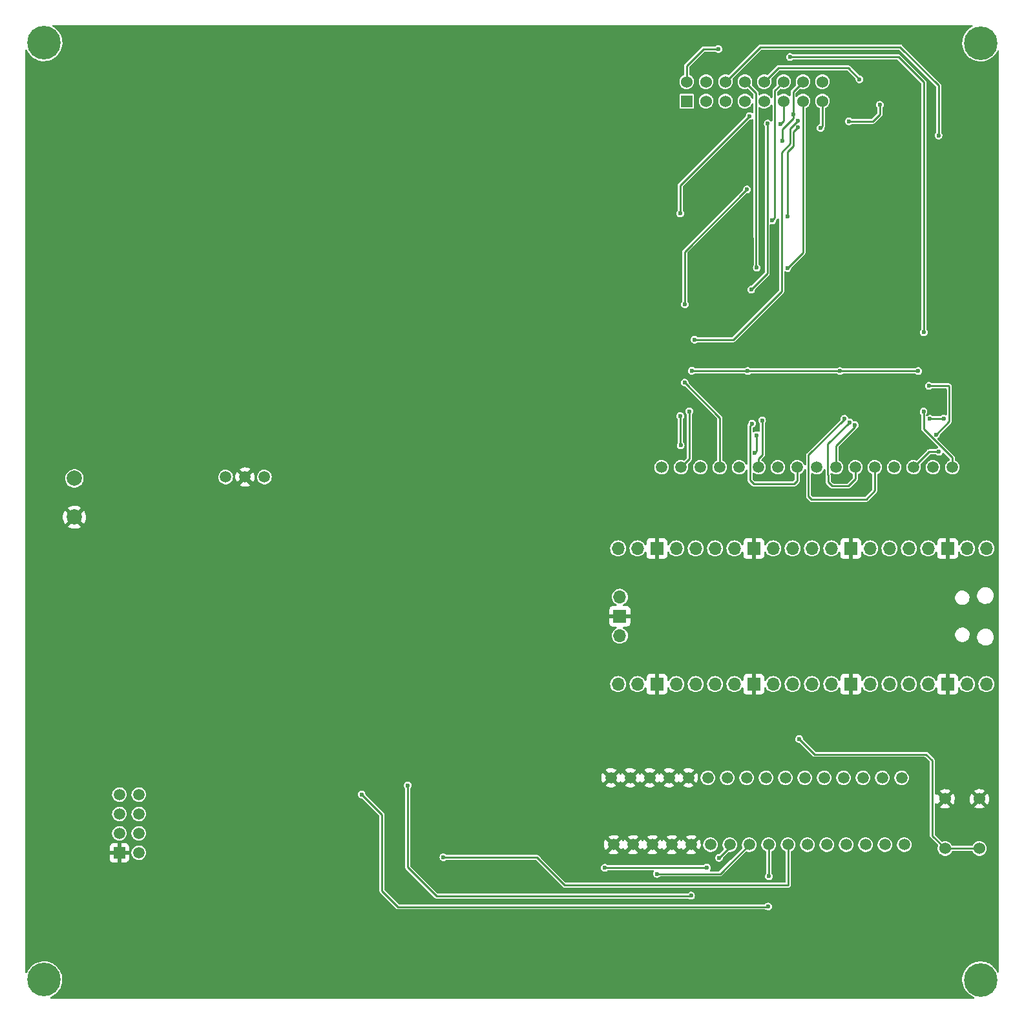
<source format=gbr>
%TF.GenerationSoftware,KiCad,Pcbnew,(5.99.0-10065-g0a0935e0f3)*%
%TF.CreationDate,2021-04-15T14:15:54+02:00*%
%TF.ProjectId,pimop,70696d6f-702e-46b6-9963-61645f706362,rev?*%
%TF.SameCoordinates,Original*%
%TF.FileFunction,Copper,L2,Bot*%
%TF.FilePolarity,Positive*%
%FSLAX46Y46*%
G04 Gerber Fmt 4.6, Leading zero omitted, Abs format (unit mm)*
G04 Created by KiCad (PCBNEW (5.99.0-10065-g0a0935e0f3)) date 2021-04-15 14:15:54*
%MOMM*%
%LPD*%
G01*
G04 APERTURE LIST*
%TA.AperFunction,ComponentPad*%
%ADD10C,1.500000*%
%TD*%
%TA.AperFunction,ComponentPad*%
%ADD11C,1.524000*%
%TD*%
%TA.AperFunction,ComponentPad*%
%ADD12C,2.000000*%
%TD*%
%TA.AperFunction,ComponentPad*%
%ADD13C,4.400000*%
%TD*%
%TA.AperFunction,ComponentPad*%
%ADD14R,1.524000X1.524000*%
%TD*%
%TA.AperFunction,ComponentPad*%
%ADD15O,1.700000X1.700000*%
%TD*%
%TA.AperFunction,ComponentPad*%
%ADD16R,1.700000X1.700000*%
%TD*%
%TA.AperFunction,ComponentPad*%
%ADD17R,1.524000X1.500000*%
%TD*%
%TA.AperFunction,ViaPad*%
%ADD18C,0.600000*%
%TD*%
%TA.AperFunction,Conductor*%
%ADD19C,0.250000*%
%TD*%
G04 APERTURE END LIST*
D10*
%TO.P,U2,1,Vin*%
%TO.N,+5V*%
X104110000Y-84965000D03*
%TO.P,U2,2,GND*%
%TO.N,GND*%
X106650000Y-84965000D03*
%TO.P,U2,3,Vout*%
%TO.N,+3V3*%
X109190000Y-84965000D03*
%TD*%
D11*
%TO.P,SW1,1*%
%TO.N,Net-(SW1-Pad1)*%
X198390000Y-133640000D03*
X202890000Y-133640000D03*
%TO.P,SW1,2*%
%TO.N,GND*%
X202890000Y-127140000D03*
X198390000Y-127140000D03*
%TD*%
D12*
%TO.P,CON1,1*%
%TO.N,GND*%
X84295000Y-90225000D03*
%TO.P,CON1,2*%
%TO.N,Net-(CON1-Pad2)*%
X84295000Y-85145000D03*
%TD*%
D13*
%TO.P,H4,1*%
%TO.N,N/C*%
X80310000Y-28065000D03*
%TD*%
%TO.P,H1,1*%
%TO.N,N/C*%
X203040000Y-150855000D03*
%TD*%
D10*
%TO.P,CON3,1*%
%TO.N,GND*%
X154595000Y-124385000D03*
%TO.P,CON3,2*%
X157135000Y-124385000D03*
%TO.P,CON3,3*%
X159675000Y-124385000D03*
%TO.P,CON3,4*%
X162215000Y-124385000D03*
%TO.P,CON3,5*%
X164755000Y-124385000D03*
%TO.P,CON3,6*%
%TO.N,/rpi pico/GPIO16*%
X167295000Y-124385000D03*
%TO.P,CON3,7*%
%TO.N,/rpi pico/GPIO17*%
X169835000Y-124385000D03*
%TO.P,CON3,8*%
%TO.N,/rpi pico/GPIO18*%
X172375000Y-124385000D03*
%TO.P,CON3,9*%
%TO.N,/rpi pico/GPIO19*%
X174915000Y-124385000D03*
%TO.P,CON3,10*%
%TO.N,/rpi pico/GPIO20*%
X177455000Y-124385000D03*
%TO.P,CON3,11*%
%TO.N,/rpi pico/GPIO21*%
X179995000Y-124385000D03*
%TO.P,CON3,12*%
%TO.N,/rpi pico/GPIO22*%
X182535000Y-124385000D03*
%TO.P,CON3,13*%
%TO.N,/rpi pico/GPIO26_ADC0*%
X185075000Y-124385000D03*
%TO.P,CON3,14*%
%TO.N,/rpi pico/GPIO27_ADC1*%
X187615000Y-124385000D03*
%TO.P,CON3,15*%
%TO.N,/rpi pico/GPIO28_ADC2*%
X190155000Y-124385000D03*
%TO.P,CON3,16*%
%TO.N,/rpi pico/ADC_VREF*%
X192695000Y-124385000D03*
%TD*%
D14*
%TO.P,U1,1,R0*%
%TO.N,/ledpannel/R0_IL*%
X164540000Y-35705000D03*
D11*
%TO.P,U1,2,GO*%
%TO.N,/ledpannel/G0_IL*%
X164540000Y-33165000D03*
%TO.P,U1,3,B0*%
%TO.N,/ledpannel/B0_IL*%
X167080000Y-35705000D03*
%TO.P,U1,4,XO*%
%TO.N,Net-(J8-Pad2)*%
X167080000Y-33165000D03*
%TO.P,U1,5,R1*%
%TO.N,/ledpannel/R1_IL*%
X169620000Y-35705000D03*
%TO.P,U1,6,G1*%
%TO.N,/ledpannel/G1_IL*%
X169620000Y-33165000D03*
%TO.P,U1,7,B1*%
%TO.N,/ledpannel/B1_IL*%
X172160000Y-35705000D03*
%TO.P,U1,8,A4*%
%TO.N,/ledpannel/A4_IL*%
X172160000Y-33165000D03*
%TO.P,U1,9,A0*%
%TO.N,/ledpannel/A0_IL*%
X174700000Y-35705000D03*
%TO.P,U1,10,A1*%
%TO.N,/ledpannel/A1_IL*%
X174700000Y-33165000D03*
%TO.P,U1,11,A2*%
%TO.N,/ledpannel/A2_IL*%
X177240000Y-35705000D03*
%TO.P,U1,12,A3*%
%TO.N,/ledpannel/A3_IL*%
X177240000Y-33165000D03*
%TO.P,U1,13,SCLK*%
%TO.N,/ledpannel/SCLK_IL*%
X179780000Y-35705000D03*
%TO.P,U1,14,LATCH*%
%TO.N,/ledpannel/LATCH_IL*%
X179780000Y-33165000D03*
%TO.P,U1,15,BLANK*%
%TO.N,/ledpannel/BLANK_IL*%
X182320000Y-35705000D03*
%TO.P,U1,16,X1*%
%TO.N,Net-(J7-Pad2)*%
X182320000Y-33165000D03*
%TD*%
D15*
%TO.P,mod1,1,GPIO0*%
%TO.N,/level shifters/B0_IL*%
X203805000Y-94320000D03*
%TO.P,mod1,2,GPIO1*%
%TO.N,/level shifters/B1_IL*%
X201265000Y-94320000D03*
D16*
%TO.P,mod1,3,GND*%
%TO.N,GND*%
X198725000Y-94320000D03*
D15*
%TO.P,mod1,4,GPIO2*%
%TO.N,/rpi pico/G0*%
X196185000Y-94320000D03*
%TO.P,mod1,5,GPIO3*%
%TO.N,/rpi pico/G1*%
X193645000Y-94320000D03*
%TO.P,mod1,6,GPIO4*%
%TO.N,/rpi pico/R0*%
X191105000Y-94320000D03*
%TO.P,mod1,7,GPIO5*%
%TO.N,/level shifters/R1_IL*%
X188565000Y-94320000D03*
D16*
%TO.P,mod1,8,GND*%
%TO.N,GND*%
X186025000Y-94320000D03*
D15*
%TO.P,mod1,9,GPIO6*%
%TO.N,/level shifters/A0_IL*%
X183485000Y-94320000D03*
%TO.P,mod1,10,GPIO7*%
%TO.N,/level shifters/A1_IL*%
X180945000Y-94320000D03*
%TO.P,mod1,11,GPIO8*%
%TO.N,/level shifters/A2_IL*%
X178405000Y-94320000D03*
%TO.P,mod1,12,GPIO9*%
%TO.N,/level shifters/A3_IL*%
X175865000Y-94320000D03*
D16*
%TO.P,mod1,13,GND*%
%TO.N,GND*%
X173325000Y-94320000D03*
D15*
%TO.P,mod1,14,GPIO10*%
%TO.N,/level shifters/A4_IL*%
X170785000Y-94320000D03*
%TO.P,mod1,15,GPIO11*%
%TO.N,/level shifters/SCLK_IL*%
X168245000Y-94320000D03*
%TO.P,mod1,16,GPIO12*%
%TO.N,/level shifters/BLANK_IL*%
X165705000Y-94320000D03*
%TO.P,mod1,17,GPIO13*%
%TO.N,/rpi pico/LATCH*%
X163165000Y-94320000D03*
D16*
%TO.P,mod1,18,GND*%
%TO.N,GND*%
X160625000Y-94320000D03*
D15*
%TO.P,mod1,19,GPIO14*%
%TO.N,/level shifters/X0_IL*%
X158085000Y-94320000D03*
%TO.P,mod1,20,GPIO15*%
%TO.N,/level shifters/X1_IL*%
X155545000Y-94320000D03*
%TO.P,mod1,21,GPIO16*%
%TO.N,/rpi pico/GPIO16*%
X155545000Y-112100000D03*
%TO.P,mod1,22,GPIO17*%
%TO.N,/rpi pico/GPIO17*%
X158085000Y-112100000D03*
D16*
%TO.P,mod1,23,GND*%
%TO.N,GND*%
X160625000Y-112100000D03*
D15*
%TO.P,mod1,24,GPIO18*%
%TO.N,/rpi pico/GPIO18*%
X163165000Y-112100000D03*
%TO.P,mod1,25,GPIO19*%
%TO.N,/rpi pico/GPIO19*%
X165705000Y-112100000D03*
%TO.P,mod1,26,GPIO20*%
%TO.N,/rpi pico/GPIO20*%
X168245000Y-112100000D03*
%TO.P,mod1,27,GPIO21*%
%TO.N,/rpi pico/GPIO21*%
X170785000Y-112100000D03*
D16*
%TO.P,mod1,28,GND*%
%TO.N,GND*%
X173325000Y-112100000D03*
D15*
%TO.P,mod1,29,GPIO22*%
%TO.N,/rpi pico/GPIO22*%
X175865000Y-112100000D03*
%TO.P,mod1,30,RUN*%
%TO.N,Net-(SW1-Pad1)*%
X178405000Y-112100000D03*
%TO.P,mod1,31,GPIO26_ADC0*%
%TO.N,/rpi pico/GPIO26_ADC0*%
X180945000Y-112100000D03*
%TO.P,mod1,32,GPIO27_ADC1*%
%TO.N,/rpi pico/GPIO27_ADC1*%
X183485000Y-112100000D03*
D16*
%TO.P,mod1,33,AGND*%
%TO.N,GND*%
X186025000Y-112100000D03*
D15*
%TO.P,mod1,34,GPIO28_ADC2*%
%TO.N,/rpi pico/GPIO28_ADC2*%
X188565000Y-112100000D03*
%TO.P,mod1,35,ADC_VREF*%
%TO.N,/rpi pico/ADC_VREF*%
X191105000Y-112100000D03*
%TO.P,mod1,36,3V3*%
%TO.N,+3V3*%
X193645000Y-112100000D03*
%TO.P,mod1,37,3V3_EN*%
%TO.N,unconnected-(mod1-Pad37)*%
X196185000Y-112100000D03*
D16*
%TO.P,mod1,38,GND*%
%TO.N,GND*%
X198725000Y-112100000D03*
D15*
%TO.P,mod1,39,VSYS*%
%TO.N,Net-(mod1-Pad39)*%
X201265000Y-112100000D03*
%TO.P,mod1,40,VBUS*%
X203805000Y-112100000D03*
%TO.P,mod1,41,SWCLK*%
%TO.N,unconnected-(mod1-Pad41)*%
X155775000Y-100670000D03*
D16*
%TO.P,mod1,42,GND*%
%TO.N,GND*%
X155775000Y-103210000D03*
D15*
%TO.P,mod1,43,SWDIO*%
%TO.N,unconnected-(mod1-Pad43)*%
X155775000Y-105750000D03*
%TD*%
D10*
%TO.P,CON2,1*%
%TO.N,/level shifters/X1_IL*%
X161250000Y-83680000D03*
%TO.P,CON2,2*%
%TO.N,/level shifters/X0_IL*%
X163790000Y-83680000D03*
%TO.P,CON2,3*%
%TO.N,/rpi pico/LATCH*%
X166330000Y-83680000D03*
%TO.P,CON2,4*%
%TO.N,/level shifters/BLANK_IL*%
X168870000Y-83680000D03*
%TO.P,CON2,5*%
%TO.N,/level shifters/SCLK_IL*%
X171410000Y-83680000D03*
%TO.P,CON2,6*%
%TO.N,/level shifters/A4_IL*%
X173950000Y-83680000D03*
%TO.P,CON2,7*%
%TO.N,/level shifters/A3_IL*%
X176490000Y-83680000D03*
%TO.P,CON2,8*%
%TO.N,/level shifters/A2_IL*%
X179030000Y-83680000D03*
%TO.P,CON2,9*%
%TO.N,/level shifters/A1_IL*%
X181570000Y-83680000D03*
%TO.P,CON2,10*%
%TO.N,/level shifters/A0_IL*%
X184110000Y-83680000D03*
%TO.P,CON2,11*%
%TO.N,/level shifters/R1_IL*%
X186650000Y-83680000D03*
%TO.P,CON2,12*%
%TO.N,/rpi pico/R0*%
X189190000Y-83680000D03*
%TO.P,CON2,13*%
%TO.N,/rpi pico/G1*%
X191730000Y-83680000D03*
%TO.P,CON2,14*%
%TO.N,/rpi pico/G0*%
X194270000Y-83680000D03*
%TO.P,CON2,15*%
%TO.N,/level shifters/B1_IL*%
X196810000Y-83680000D03*
%TO.P,CON2,16*%
%TO.N,/level shifters/B0_IL*%
X199350000Y-83680000D03*
%TD*%
%TO.P,CON4,1*%
%TO.N,/rpi pico/ADC_VREF*%
X193045000Y-133145000D03*
%TO.P,CON4,2*%
%TO.N,/rpi pico/GPIO28_ADC2*%
X190505000Y-133145000D03*
%TO.P,CON4,3*%
%TO.N,/rpi pico/GPIO27_ADC1*%
X187965000Y-133145000D03*
%TO.P,CON4,4*%
%TO.N,/rpi pico/GPIO26_ADC0*%
X185425000Y-133145000D03*
%TO.P,CON4,5*%
%TO.N,/rpi pico/GPIO22*%
X182885000Y-133145000D03*
%TO.P,CON4,6*%
%TO.N,/rpi pico/GPIO21*%
X180345000Y-133145000D03*
%TO.P,CON4,7*%
%TO.N,/rpi pico/GPIO20*%
X177805000Y-133145000D03*
%TO.P,CON4,8*%
%TO.N,/rpi pico/GPIO19*%
X175265000Y-133145000D03*
%TO.P,CON4,9*%
%TO.N,/rpi pico/GPIO18*%
X172725000Y-133145000D03*
%TO.P,CON4,10*%
%TO.N,/rpi pico/GPIO17*%
X170185000Y-133145000D03*
%TO.P,CON4,11*%
%TO.N,/rpi pico/GPIO16*%
X167645000Y-133145000D03*
%TO.P,CON4,12*%
%TO.N,GND*%
X165105000Y-133145000D03*
%TO.P,CON4,13*%
X162565000Y-133145000D03*
%TO.P,CON4,14*%
X160025000Y-133145000D03*
%TO.P,CON4,15*%
X157485000Y-133145000D03*
%TO.P,CON4,16*%
X154945000Y-133145000D03*
%TD*%
D13*
%TO.P,H3,1*%
%TO.N,N/C*%
X80300000Y-150845000D03*
%TD*%
%TO.P,H2,1*%
%TO.N,N/C*%
X203050000Y-28095000D03*
%TD*%
D17*
%TO.P,U3,1,GND*%
%TO.N,GND*%
X90175000Y-134205000D03*
D10*
%TO.P,U3,2,TX*%
%TO.N,/esp8266/RX*%
X92715000Y-134205000D03*
%TO.P,U3,3,GPIO-2*%
%TO.N,/esp8266/GPIO-2*%
X90175000Y-131665000D03*
%TO.P,U3,4,CH_EN*%
%TO.N,/esp8266/CH_EN*%
X92715000Y-131665000D03*
%TO.P,U3,5,GPIO0*%
%TO.N,/esp8266/GPIO0*%
X90175000Y-129125000D03*
%TO.P,U3,6,RESET*%
%TO.N,/esp8266/RESET*%
X92715000Y-129125000D03*
%TO.P,U3,7,RX*%
%TO.N,/esp8266/TX*%
X90175000Y-126585000D03*
%TO.P,U3,8,3V3*%
%TO.N,+3V3*%
X92715000Y-126585000D03*
%TD*%
D18*
%TO.N,GND*%
X156420000Y-68820000D03*
X116750000Y-105080000D03*
X157610000Y-75780000D03*
X155600000Y-36200000D03*
X193690000Y-34870000D03*
X179040000Y-71700000D03*
%TO.N,+5V*%
X184610000Y-71075500D03*
X194880000Y-71060000D03*
X172515489Y-71075489D03*
X165200000Y-71040000D03*
%TO.N,/level shifters/X0_IL*%
X164890000Y-76350000D03*
%TO.N,/rpi pico/LATCH*%
X163740000Y-80800000D03*
X163700000Y-76970000D03*
%TO.N,/level shifters/BLANK_IL*%
X164260000Y-72580000D03*
%TO.N,/level shifters/A4_IL*%
X174413200Y-77530000D03*
%TO.N,/level shifters/A3_IL*%
X173460000Y-81800000D03*
X173710000Y-79480000D03*
%TO.N,/level shifters/A2_IL*%
X173117800Y-77950000D03*
%TO.N,/level shifters/R1_IL*%
X185844085Y-77804962D03*
%TO.N,/level shifters/A0_IL*%
X186570000Y-78140000D03*
%TO.N,/rpi pico/GPIO21*%
X153800000Y-136170000D03*
X167180000Y-136150000D03*
%TO.N,/rpi pico/GPIO20*%
X132650000Y-134800000D03*
%TO.N,/rpi pico/GPIO19*%
X175310000Y-137280000D03*
X121930000Y-126560000D03*
X175200000Y-141240000D03*
%TO.N,/rpi pico/GPIO18*%
X160640000Y-136970000D03*
%TO.N,/rpi pico/GPIO17*%
X168760000Y-134870000D03*
X165100000Y-139820000D03*
X127960000Y-125370000D03*
%TO.N,/rpi pico/R0*%
X185212171Y-77315178D03*
%TO.N,/ledpannel/X1_IL*%
X165570000Y-66970000D03*
X179060000Y-38310000D03*
X189860000Y-36170000D03*
X185780000Y-38350000D03*
%TO.N,/rpi pico/G0*%
X196400000Y-77330000D03*
X197580000Y-81660000D03*
X198210000Y-77290000D03*
%TO.N,/ledpannel/B0_IL*%
X195607800Y-66000000D03*
X178060000Y-29920000D03*
%TO.N,/ledpannel/G0_IL*%
X168690000Y-28880000D03*
%TO.N,/ledpannel/G1_IL*%
X197540000Y-40210000D03*
%TO.N,/ledpannel/A2_IL*%
X175150000Y-38640000D03*
X172980000Y-60410000D03*
X176805911Y-38694089D03*
%TO.N,/ledpannel/A3_IL*%
X175730000Y-51350000D03*
%TO.N,/ledpannel/A4_IL*%
X173710000Y-57530000D03*
%TO.N,/ledpannel/A1_IL*%
X187180000Y-32840000D03*
%TO.N,/ledpannel/BLANK_IL*%
X182060000Y-39220000D03*
X172440000Y-47270000D03*
X179111589Y-39141589D03*
X164280000Y-62330000D03*
X177770000Y-50820000D03*
%TO.N,/ledpannel/SCLK_IL*%
X177710000Y-57590000D03*
%TO.N,/ledpannel/LATCH_IL*%
X172770000Y-37650000D03*
X163690000Y-50420000D03*
X178470000Y-37460000D03*
X177080000Y-40920000D03*
%TO.N,/level shifters/B1_IL*%
X196260000Y-73020000D03*
X197196589Y-79393411D03*
%TO.N,Net-(SW1-Pad1)*%
X179275000Y-119300000D03*
%TO.N,/level shifters/B0_IL*%
X195570000Y-76370000D03*
%TD*%
D19*
%TO.N,+5V*%
X172515489Y-71075489D02*
X184605489Y-71075489D01*
X165200000Y-71040000D02*
X165235489Y-71075489D01*
X165235489Y-71075489D02*
X172515489Y-71075489D01*
X184610000Y-71080000D02*
X184610000Y-71075500D01*
X184605489Y-71075489D02*
X184610000Y-71080000D01*
X184610000Y-71075500D02*
X194864500Y-71075500D01*
X194864500Y-71075500D02*
X194880000Y-71060000D01*
%TO.N,/level shifters/X0_IL*%
X164890000Y-76350000D02*
X164890000Y-82580000D01*
X164890000Y-82580000D02*
X163790000Y-83680000D01*
%TO.N,/rpi pico/LATCH*%
X163700000Y-80760000D02*
X163740000Y-80800000D01*
X163700000Y-76970000D02*
X163700000Y-80760000D01*
%TO.N,/level shifters/BLANK_IL*%
X164260000Y-72580000D02*
X168870000Y-77190000D01*
X168870000Y-77190000D02*
X168870000Y-83680000D01*
%TO.N,/level shifters/A4_IL*%
X174440000Y-82060000D02*
X173950000Y-82550000D01*
X173950000Y-82550000D02*
X173950000Y-83680000D01*
X174440000Y-77556800D02*
X174440000Y-82060000D01*
X174413200Y-77530000D02*
X174440000Y-77556800D01*
%TO.N,/level shifters/A3_IL*%
X173710000Y-81550000D02*
X173460000Y-81800000D01*
X173710000Y-79480000D02*
X173710000Y-81550000D01*
%TO.N,/level shifters/A2_IL*%
X178570000Y-85870000D02*
X179030000Y-85410000D01*
X172835489Y-78232311D02*
X172835489Y-85365489D01*
X173117800Y-77950000D02*
X172835489Y-78232311D01*
X179030000Y-85410000D02*
X179030000Y-83680000D01*
X172835489Y-85365489D02*
X173340000Y-85870000D01*
X173340000Y-85870000D02*
X178570000Y-85870000D01*
%TO.N,/level shifters/R1_IL*%
X183035489Y-80613558D02*
X183035489Y-84685489D01*
X183035489Y-84685489D02*
X183060000Y-84710000D01*
X183600000Y-86160000D02*
X185690000Y-86160000D01*
X183060000Y-85620000D02*
X183600000Y-86160000D01*
X185690000Y-86160000D02*
X186650000Y-85200000D01*
X186650000Y-85200000D02*
X186650000Y-83680000D01*
X183060000Y-84710000D02*
X183060000Y-85620000D01*
X185844085Y-77804962D02*
X183035489Y-80613558D01*
%TO.N,/level shifters/A0_IL*%
X186570000Y-78400000D02*
X184110000Y-80860000D01*
X184110000Y-80860000D02*
X184110000Y-83680000D01*
X186570000Y-78140000D02*
X186570000Y-78400000D01*
%TO.N,/rpi pico/GPIO21*%
X167160000Y-136170000D02*
X167180000Y-136150000D01*
X153800000Y-136170000D02*
X167160000Y-136170000D01*
%TO.N,/rpi pico/GPIO20*%
X148530000Y-138460000D02*
X177830000Y-138460000D01*
X177830000Y-138460000D02*
X177805000Y-138435000D01*
X177805000Y-138435000D02*
X177805000Y-133145000D01*
X144870000Y-134800000D02*
X148530000Y-138460000D01*
X132650000Y-134800000D02*
X144870000Y-134800000D01*
%TO.N,/rpi pico/GPIO19*%
X124590000Y-139190000D02*
X124590000Y-129220000D01*
X175265000Y-137235000D02*
X175265000Y-133145000D01*
X175200000Y-141240000D02*
X175160000Y-141280000D01*
X126680000Y-141280000D02*
X124590000Y-139190000D01*
X175160000Y-141280000D02*
X126680000Y-141280000D01*
X124590000Y-129220000D02*
X121930000Y-126560000D01*
X175310000Y-137280000D02*
X175265000Y-137235000D01*
%TO.N,/rpi pico/GPIO18*%
X168900000Y-136970000D02*
X172725000Y-133145000D01*
X160640000Y-136970000D02*
X168900000Y-136970000D01*
%TO.N,/rpi pico/GPIO17*%
X127960000Y-136090000D02*
X127960000Y-125370000D01*
X165100000Y-139820000D02*
X165030000Y-139890000D01*
X165030000Y-139890000D02*
X131760000Y-139890000D01*
X170185000Y-133445000D02*
X168760000Y-134870000D01*
X170185000Y-133145000D02*
X170185000Y-133445000D01*
X131760000Y-139890000D02*
X127960000Y-136090000D01*
%TO.N,/rpi pico/R0*%
X188040000Y-87900000D02*
X189190000Y-86750000D01*
X185212171Y-77377829D02*
X180495489Y-82094511D01*
X180495489Y-87505489D02*
X180890000Y-87900000D01*
X189190000Y-86750000D02*
X189190000Y-83680000D01*
X180495489Y-82094511D02*
X180495489Y-87505489D01*
X185212171Y-77315178D02*
X185212171Y-77377829D01*
X180890000Y-87900000D02*
X188040000Y-87900000D01*
%TO.N,/ledpannel/X1_IL*%
X178070480Y-39299520D02*
X179060000Y-38310000D01*
X165570000Y-66970000D02*
X170610000Y-66970000D01*
X185780000Y-38350000D02*
X188910000Y-38350000D01*
X170610000Y-66970000D02*
X176960000Y-60620000D01*
X188980000Y-38280000D02*
X189860000Y-37400000D01*
X189860000Y-37400000D02*
X189860000Y-36170000D01*
X176960000Y-42390000D02*
X178070480Y-41279520D01*
X176960000Y-60620000D02*
X176960000Y-42390000D01*
X188910000Y-38350000D02*
X188980000Y-38280000D01*
X178070480Y-41279520D02*
X178070480Y-39299520D01*
%TO.N,/rpi pico/G0*%
X198170000Y-77330000D02*
X198210000Y-77290000D01*
X196400000Y-77330000D02*
X198170000Y-77330000D01*
X197580000Y-81660000D02*
X196290000Y-81660000D01*
X196290000Y-81660000D02*
X194270000Y-83680000D01*
%TO.N,/ledpannel/B0_IL*%
X178060000Y-29920000D02*
X192290000Y-29920000D01*
X192290000Y-29920000D02*
X195500000Y-33130000D01*
X195607800Y-33237800D02*
X195607800Y-66000000D01*
X195500000Y-33130000D02*
X195607800Y-33237800D01*
%TO.N,/ledpannel/G0_IL*%
X168690000Y-28880000D02*
X166710000Y-28880000D01*
X166710000Y-28880000D02*
X164540000Y-31050000D01*
X164540000Y-31050000D02*
X164540000Y-33165000D01*
%TO.N,/ledpannel/G1_IL*%
X174175000Y-28610000D02*
X169620000Y-33165000D01*
X197540000Y-40210000D02*
X197540000Y-33630000D01*
X192520000Y-28610000D02*
X174175000Y-28610000D01*
X197540000Y-33630000D02*
X192520000Y-28610000D01*
%TO.N,/ledpannel/A2_IL*%
X177240000Y-38260000D02*
X177240000Y-35705000D01*
X176805911Y-38694089D02*
X177240000Y-38260000D01*
X175150000Y-38640000D02*
X175090000Y-38700000D01*
X175090000Y-58300000D02*
X172980000Y-60410000D01*
X175090000Y-38700000D02*
X175090000Y-58300000D01*
%TO.N,/ledpannel/A3_IL*%
X176090000Y-34315000D02*
X177240000Y-33165000D01*
X176090000Y-50990000D02*
X176090000Y-34315000D01*
X175730000Y-51350000D02*
X176090000Y-50990000D01*
%TO.N,/ledpannel/A4_IL*%
X173613489Y-53463489D02*
X173613489Y-34618489D01*
X173640000Y-57460000D02*
X173640000Y-53490000D01*
X173613489Y-34618489D02*
X172160000Y-33165000D01*
X173710000Y-57530000D02*
X173640000Y-57460000D01*
X173640000Y-53490000D02*
X173613489Y-53463489D01*
%TO.N,/ledpannel/A1_IL*%
X185680000Y-31340000D02*
X176525000Y-31340000D01*
X176525000Y-31340000D02*
X174700000Y-33165000D01*
X187180000Y-32840000D02*
X185680000Y-31340000D01*
%TO.N,/ledpannel/BLANK_IL*%
X182320000Y-38960000D02*
X182320000Y-35705000D01*
X178520000Y-39733178D02*
X178520000Y-41610000D01*
X182060000Y-39220000D02*
X182320000Y-38960000D01*
X177770000Y-42360000D02*
X177770000Y-50820000D01*
X164280000Y-62330000D02*
X164280000Y-55430000D01*
X178520000Y-41610000D02*
X177770000Y-42360000D01*
X178520000Y-40920000D02*
X178520000Y-41610000D01*
X179111589Y-39141589D02*
X178520000Y-39733178D01*
X164280000Y-55430000D02*
X172440000Y-47270000D01*
%TO.N,/ledpannel/SCLK_IL*%
X179780000Y-55520000D02*
X179780000Y-35705000D01*
X177710000Y-57590000D02*
X179780000Y-55520000D01*
%TO.N,/ledpannel/LATCH_IL*%
X179780000Y-33165000D02*
X178470000Y-34475000D01*
X178470000Y-37460000D02*
X178470000Y-37954277D01*
X178470000Y-37954277D02*
X177080000Y-39344277D01*
X163690000Y-46730000D02*
X172770000Y-37650000D01*
X177080000Y-39344277D02*
X177080000Y-40920000D01*
X163690000Y-50420000D02*
X163690000Y-46730000D01*
X178470000Y-34475000D02*
X178470000Y-37460000D01*
%TO.N,/level shifters/B1_IL*%
X196260000Y-73020000D02*
X198860000Y-73020000D01*
X198860000Y-73020000D02*
X198950000Y-73110000D01*
X198950000Y-77640000D02*
X197196589Y-79393411D01*
X198950000Y-73110000D02*
X198950000Y-77640000D01*
%TO.N,Net-(SW1-Pad1)*%
X179275000Y-119300000D02*
X181275000Y-121300000D01*
X195900000Y-121300000D02*
X196725000Y-122125000D01*
X196725000Y-122125000D02*
X196725000Y-131975000D01*
X181275000Y-121300000D02*
X195900000Y-121300000D01*
X198390000Y-133640000D02*
X202890000Y-133640000D01*
X196725000Y-131975000D02*
X198390000Y-133640000D01*
%TO.N,/level shifters/B0_IL*%
X195570000Y-78650000D02*
X199350000Y-82430000D01*
X199350000Y-82430000D02*
X199350000Y-83680000D01*
X195570000Y-76370000D02*
X195570000Y-78650000D01*
%TD*%
%TA.AperFunction,Conductor*%
%TO.N,GND*%
G36*
X201949716Y-25745002D02*
G01*
X201996209Y-25798658D01*
X202006313Y-25868932D01*
X201976819Y-25933512D01*
X201945450Y-25959621D01*
X201704842Y-26101067D01*
X201704836Y-26101071D01*
X201701383Y-26103101D01*
X201459214Y-26290608D01*
X201242834Y-26507366D01*
X201240380Y-26510547D01*
X201240379Y-26510548D01*
X201076211Y-26723340D01*
X201055750Y-26749861D01*
X201053713Y-26753340D01*
X200916401Y-26987852D01*
X200900995Y-27014163D01*
X200899427Y-27017848D01*
X200899425Y-27017852D01*
X200875697Y-27073616D01*
X200781078Y-27295986D01*
X200697942Y-27590763D01*
X200652936Y-27893713D01*
X200652856Y-27897722D01*
X200652855Y-27897728D01*
X200647508Y-28164169D01*
X200646790Y-28199926D01*
X200679601Y-28504439D01*
X200750840Y-28802314D01*
X200752263Y-28806071D01*
X200752264Y-28806073D01*
X200856451Y-29081070D01*
X200859350Y-29088723D01*
X200861237Y-29092264D01*
X200861239Y-29092269D01*
X200957873Y-29273627D01*
X201003374Y-29359022D01*
X201180575Y-29608830D01*
X201388082Y-29834097D01*
X201622531Y-30031172D01*
X201625905Y-30033342D01*
X201625906Y-30033343D01*
X201673815Y-30064159D01*
X201880120Y-30196859D01*
X201991495Y-30249863D01*
X202150094Y-30325341D01*
X202156675Y-30328473D01*
X202447711Y-30423879D01*
X202451637Y-30424632D01*
X202451643Y-30424633D01*
X202582404Y-30449695D01*
X202748511Y-30481532D01*
X202752510Y-30481780D01*
X202752517Y-30481781D01*
X203050184Y-30500247D01*
X203054198Y-30500496D01*
X203359818Y-30480465D01*
X203363757Y-30479696D01*
X203363763Y-30479695D01*
X203656474Y-30422533D01*
X203656480Y-30422532D01*
X203660415Y-30421763D01*
X203750862Y-30391763D01*
X203947302Y-30326606D01*
X203947301Y-30326606D01*
X203951116Y-30325341D01*
X204227209Y-30192763D01*
X204484219Y-30026177D01*
X204717978Y-29828286D01*
X204924697Y-29602295D01*
X204927007Y-29599014D01*
X204927012Y-29599008D01*
X205098711Y-29355158D01*
X205098712Y-29355156D01*
X205101026Y-29351870D01*
X205222594Y-29121783D01*
X205272103Y-29070897D01*
X205341263Y-29054855D01*
X205408118Y-29078750D01*
X205451440Y-29134997D01*
X205460000Y-29180645D01*
X205460000Y-149795520D01*
X205439998Y-149863641D01*
X205386342Y-149910134D01*
X205316068Y-149920238D01*
X205251488Y-149890744D01*
X205220322Y-149849864D01*
X205217615Y-149844200D01*
X205139814Y-149681454D01*
X205101677Y-149622389D01*
X204975856Y-149427527D01*
X204975855Y-149427526D01*
X204973678Y-149424154D01*
X204830584Y-149254525D01*
X204778783Y-149193119D01*
X204778782Y-149193118D01*
X204776194Y-149190050D01*
X204768644Y-149183119D01*
X204553516Y-148985645D01*
X204550565Y-148982936D01*
X204370329Y-148855558D01*
X204303727Y-148808488D01*
X204303723Y-148808486D01*
X204300448Y-148806171D01*
X204142858Y-148722555D01*
X204033438Y-148664497D01*
X204033434Y-148664495D01*
X204029898Y-148662619D01*
X204026152Y-148661207D01*
X204026147Y-148661205D01*
X203920314Y-148621320D01*
X203743300Y-148554609D01*
X203680997Y-148539824D01*
X203449217Y-148484819D01*
X203449212Y-148484818D01*
X203445301Y-148483890D01*
X203140732Y-148451610D01*
X203136730Y-148451697D01*
X203136723Y-148451697D01*
X202838547Y-148458203D01*
X202838541Y-148458203D01*
X202834530Y-148458291D01*
X202531658Y-148503826D01*
X202527798Y-148504922D01*
X202527793Y-148504923D01*
X202391285Y-148543680D01*
X202237028Y-148587476D01*
X201955414Y-148707885D01*
X201691383Y-148863101D01*
X201449214Y-149050608D01*
X201232834Y-149267366D01*
X201230380Y-149270547D01*
X201230379Y-149270548D01*
X201111873Y-149424154D01*
X201045750Y-149509861D01*
X201043713Y-149513340D01*
X200947252Y-149678084D01*
X200890995Y-149774163D01*
X200889427Y-149777848D01*
X200889425Y-149777852D01*
X200858784Y-149849864D01*
X200771078Y-150055986D01*
X200687942Y-150350763D01*
X200642936Y-150653713D01*
X200642856Y-150657722D01*
X200642855Y-150657728D01*
X200636991Y-150949926D01*
X200636790Y-150959926D01*
X200669601Y-151264439D01*
X200740840Y-151562314D01*
X200742263Y-151566071D01*
X200742264Y-151566073D01*
X200846905Y-151842269D01*
X200849350Y-151848723D01*
X200851237Y-151852264D01*
X200851239Y-151852269D01*
X200888244Y-151921718D01*
X200993374Y-152119022D01*
X201170575Y-152368830D01*
X201378082Y-152594097D01*
X201612531Y-152791172D01*
X201870120Y-152956859D01*
X202051311Y-153043089D01*
X202139854Y-153085227D01*
X202192769Y-153132561D01*
X202211693Y-153200989D01*
X202190618Y-153268786D01*
X202136235Y-153314426D01*
X202085709Y-153325000D01*
X81228525Y-153325000D01*
X81160404Y-153304998D01*
X81113911Y-153251342D01*
X81103807Y-153181068D01*
X81133301Y-153116488D01*
X81188859Y-153079407D01*
X81197294Y-153076609D01*
X81197298Y-153076607D01*
X81201116Y-153075341D01*
X81477209Y-152942763D01*
X81734219Y-152776177D01*
X81953094Y-152590886D01*
X81964907Y-152580886D01*
X81964909Y-152580884D01*
X81967978Y-152578286D01*
X82174697Y-152352295D01*
X82177007Y-152349014D01*
X82177012Y-152349008D01*
X82348711Y-152105158D01*
X82348712Y-152105156D01*
X82351026Y-152101870D01*
X82458191Y-151899043D01*
X82492231Y-151834617D01*
X82492231Y-151834616D01*
X82494105Y-151831070D01*
X82601615Y-151544284D01*
X82671813Y-151246162D01*
X82701230Y-150963915D01*
X82703288Y-150944169D01*
X82703288Y-150944162D01*
X82703562Y-150941537D01*
X82705500Y-150845000D01*
X82686002Y-150539346D01*
X82627824Y-150238647D01*
X82531910Y-149947778D01*
X82399814Y-149671454D01*
X82293413Y-149506668D01*
X82235856Y-149417527D01*
X82235855Y-149417526D01*
X82233678Y-149414154D01*
X82109852Y-149267366D01*
X82038783Y-149183119D01*
X82038782Y-149183118D01*
X82036194Y-149180050D01*
X81810565Y-148972936D01*
X81709493Y-148901505D01*
X81563727Y-148798488D01*
X81563723Y-148798486D01*
X81560448Y-148796171D01*
X81391083Y-148706307D01*
X81293438Y-148654497D01*
X81293434Y-148654495D01*
X81289898Y-148652619D01*
X81286152Y-148651207D01*
X81286147Y-148651205D01*
X81121240Y-148589057D01*
X81003300Y-148544609D01*
X80940997Y-148529824D01*
X80709217Y-148474819D01*
X80709212Y-148474818D01*
X80705301Y-148473890D01*
X80400732Y-148441610D01*
X80396730Y-148441697D01*
X80396723Y-148441697D01*
X80098547Y-148448203D01*
X80098541Y-148448203D01*
X80094530Y-148448291D01*
X79791658Y-148493826D01*
X79787798Y-148494922D01*
X79787793Y-148494923D01*
X79752572Y-148504923D01*
X79497028Y-148577476D01*
X79215414Y-148697885D01*
X78951383Y-148853101D01*
X78709214Y-149040608D01*
X78492834Y-149257366D01*
X78490380Y-149260547D01*
X78490379Y-149260548D01*
X78364158Y-149424154D01*
X78305750Y-149499861D01*
X78303713Y-149503340D01*
X78207252Y-149668084D01*
X78150995Y-149764163D01*
X78149427Y-149767848D01*
X78149425Y-149767852D01*
X78101941Y-149879447D01*
X78056864Y-149934298D01*
X77989288Y-149956071D01*
X77920669Y-149937854D01*
X77872791Y-149885430D01*
X77860000Y-149830114D01*
X77860000Y-134472548D01*
X88900000Y-134472548D01*
X88900000Y-134952743D01*
X88900161Y-134957250D01*
X88904740Y-135021269D01*
X88907126Y-135034491D01*
X88943819Y-135159458D01*
X88951233Y-135175692D01*
X89020426Y-135283360D01*
X89032112Y-135296847D01*
X89128840Y-135380662D01*
X89143848Y-135390307D01*
X89260275Y-135443477D01*
X89277388Y-135448502D01*
X89408554Y-135467361D01*
X89417495Y-135468000D01*
X89902885Y-135468000D01*
X89918124Y-135463525D01*
X89919329Y-135462135D01*
X89921000Y-135454452D01*
X89921000Y-134477115D01*
X89919659Y-134472548D01*
X90429000Y-134472548D01*
X90429000Y-135449885D01*
X90433475Y-135465124D01*
X90434865Y-135466329D01*
X90442548Y-135468000D01*
X90934743Y-135468000D01*
X90939250Y-135467839D01*
X91003269Y-135463260D01*
X91016491Y-135460874D01*
X91141458Y-135424181D01*
X91157692Y-135416767D01*
X91265360Y-135347574D01*
X91278847Y-135335888D01*
X91362662Y-135239160D01*
X91372307Y-135224152D01*
X91425477Y-135107725D01*
X91430502Y-135090612D01*
X91449361Y-134959446D01*
X91450000Y-134950503D01*
X91450000Y-134477115D01*
X91445525Y-134461876D01*
X91444135Y-134460671D01*
X91436452Y-134459000D01*
X90447115Y-134459000D01*
X90431876Y-134463475D01*
X90430671Y-134464865D01*
X90429000Y-134472548D01*
X89919659Y-134472548D01*
X89916525Y-134461876D01*
X89915135Y-134460671D01*
X89907452Y-134459000D01*
X88918115Y-134459000D01*
X88902876Y-134463475D01*
X88901671Y-134464865D01*
X88900000Y-134472548D01*
X77860000Y-134472548D01*
X77860000Y-134298240D01*
X91764060Y-134298240D01*
X91802232Y-134487549D01*
X91804725Y-134493423D01*
X91804726Y-134493425D01*
X91818228Y-134525233D01*
X91877689Y-134665316D01*
X91987350Y-134824279D01*
X91991954Y-134828694D01*
X92118976Y-134950503D01*
X92126735Y-134957944D01*
X92132131Y-134961342D01*
X92284748Y-135057451D01*
X92284751Y-135057453D01*
X92290151Y-135060853D01*
X92296121Y-135063097D01*
X92296125Y-135063099D01*
X92464953Y-135126557D01*
X92464958Y-135126558D01*
X92470922Y-135128800D01*
X92477218Y-135129797D01*
X92477221Y-135129798D01*
X92596460Y-135148683D01*
X92661663Y-135159010D01*
X92801243Y-135152672D01*
X92848198Y-135150540D01*
X92848199Y-135150540D01*
X92854582Y-135150250D01*
X92860773Y-135148683D01*
X92860776Y-135148683D01*
X93035612Y-135104442D01*
X93035614Y-135104441D01*
X93041800Y-135102876D01*
X93047547Y-135100098D01*
X93209921Y-135021604D01*
X93209923Y-135021602D01*
X93215669Y-135018825D01*
X93220738Y-135014949D01*
X93220742Y-135014947D01*
X93364011Y-134905409D01*
X93369085Y-134901530D01*
X93462712Y-134793824D01*
X93491594Y-134760599D01*
X93491595Y-134760598D01*
X93495782Y-134755781D01*
X93590585Y-134587534D01*
X93649620Y-134403660D01*
X93670477Y-134211671D01*
X93670500Y-134205000D01*
X93669194Y-134192137D01*
X93651629Y-134019219D01*
X93651629Y-134019218D01*
X93650984Y-134012870D01*
X93593234Y-133828589D01*
X93499608Y-133659683D01*
X93373931Y-133513054D01*
X93368890Y-133509143D01*
X93368887Y-133509141D01*
X93226383Y-133398603D01*
X93226381Y-133398602D01*
X93221338Y-133394690D01*
X93215615Y-133391874D01*
X93215612Y-133391872D01*
X93053788Y-133312245D01*
X93048061Y-133309427D01*
X93041883Y-133307818D01*
X93041881Y-133307817D01*
X92867360Y-133262358D01*
X92867357Y-133262358D01*
X92861178Y-133260748D01*
X92777861Y-133256382D01*
X92674705Y-133250975D01*
X92674701Y-133250975D01*
X92668324Y-133250641D01*
X92477377Y-133279519D01*
X92471382Y-133281725D01*
X92471381Y-133281725D01*
X92396089Y-133309427D01*
X92296136Y-133346202D01*
X92290712Y-133349565D01*
X92290710Y-133349566D01*
X92227544Y-133388731D01*
X92132006Y-133447967D01*
X91991691Y-133580657D01*
X91880923Y-133738850D01*
X91804226Y-133916086D01*
X91799762Y-133937452D01*
X91766072Y-134098720D01*
X91764734Y-134105123D01*
X91764673Y-134122544D01*
X91764090Y-134289726D01*
X91764060Y-134298240D01*
X77860000Y-134298240D01*
X77860000Y-133459495D01*
X88900000Y-133459495D01*
X88900000Y-133932885D01*
X88904475Y-133948124D01*
X88905865Y-133949329D01*
X88913548Y-133951000D01*
X89902885Y-133951000D01*
X89918124Y-133946525D01*
X89919329Y-133945135D01*
X89921000Y-133937452D01*
X89921000Y-132960115D01*
X89919659Y-132955548D01*
X90429000Y-132955548D01*
X90429000Y-133932885D01*
X90433475Y-133948124D01*
X90434865Y-133949329D01*
X90442548Y-133951000D01*
X91431885Y-133951000D01*
X91447124Y-133946525D01*
X91448329Y-133945135D01*
X91450000Y-133937452D01*
X91450000Y-133457257D01*
X91449839Y-133452750D01*
X91445260Y-133388731D01*
X91442874Y-133375509D01*
X91406181Y-133250542D01*
X91398767Y-133234308D01*
X91329574Y-133126640D01*
X91317888Y-133113153D01*
X91221160Y-133029338D01*
X91206152Y-133019693D01*
X91089725Y-132966523D01*
X91072612Y-132961498D01*
X90941446Y-132942639D01*
X90932505Y-132942000D01*
X90447115Y-132942000D01*
X90431876Y-132946475D01*
X90430671Y-132947865D01*
X90429000Y-132955548D01*
X89919659Y-132955548D01*
X89916525Y-132944876D01*
X89915135Y-132943671D01*
X89907452Y-132942000D01*
X89415257Y-132942000D01*
X89410750Y-132942161D01*
X89346731Y-132946740D01*
X89333509Y-132949126D01*
X89208542Y-132985819D01*
X89192308Y-132993233D01*
X89084640Y-133062426D01*
X89071153Y-133074112D01*
X88987338Y-133170840D01*
X88977693Y-133185848D01*
X88924523Y-133302275D01*
X88919498Y-133319388D01*
X88900639Y-133450554D01*
X88900000Y-133459495D01*
X77860000Y-133459495D01*
X77860000Y-131758240D01*
X89224060Y-131758240D01*
X89262232Y-131947549D01*
X89264725Y-131953423D01*
X89264726Y-131953425D01*
X89275241Y-131978197D01*
X89337689Y-132125316D01*
X89447350Y-132284279D01*
X89586735Y-132417944D01*
X89592131Y-132421342D01*
X89744748Y-132517451D01*
X89744751Y-132517453D01*
X89750151Y-132520853D01*
X89756121Y-132523097D01*
X89756125Y-132523099D01*
X89924953Y-132586557D01*
X89924958Y-132586558D01*
X89930922Y-132588800D01*
X89937218Y-132589797D01*
X89937221Y-132589798D01*
X90056460Y-132608683D01*
X90121663Y-132619010D01*
X90251174Y-132613129D01*
X90308198Y-132610540D01*
X90308199Y-132610540D01*
X90314582Y-132610250D01*
X90320773Y-132608683D01*
X90320776Y-132608683D01*
X90495612Y-132564442D01*
X90495614Y-132564441D01*
X90501800Y-132562876D01*
X90578314Y-132525888D01*
X90669921Y-132481604D01*
X90669923Y-132481602D01*
X90675669Y-132478825D01*
X90680738Y-132474949D01*
X90680742Y-132474947D01*
X90794507Y-132387967D01*
X90829085Y-132361530D01*
X90900803Y-132279027D01*
X90951594Y-132220599D01*
X90951595Y-132220598D01*
X90955782Y-132215781D01*
X91050585Y-132047534D01*
X91109620Y-131863660D01*
X91121072Y-131758240D01*
X91764060Y-131758240D01*
X91802232Y-131947549D01*
X91804725Y-131953423D01*
X91804726Y-131953425D01*
X91815241Y-131978197D01*
X91877689Y-132125316D01*
X91987350Y-132284279D01*
X92126735Y-132417944D01*
X92132131Y-132421342D01*
X92284748Y-132517451D01*
X92284751Y-132517453D01*
X92290151Y-132520853D01*
X92296121Y-132523097D01*
X92296125Y-132523099D01*
X92464953Y-132586557D01*
X92464958Y-132586558D01*
X92470922Y-132588800D01*
X92477218Y-132589797D01*
X92477221Y-132589798D01*
X92596460Y-132608683D01*
X92661663Y-132619010D01*
X92791174Y-132613129D01*
X92848198Y-132610540D01*
X92848199Y-132610540D01*
X92854582Y-132610250D01*
X92860773Y-132608683D01*
X92860776Y-132608683D01*
X93035612Y-132564442D01*
X93035614Y-132564441D01*
X93041800Y-132562876D01*
X93118314Y-132525888D01*
X93209921Y-132481604D01*
X93209923Y-132481602D01*
X93215669Y-132478825D01*
X93220738Y-132474949D01*
X93220742Y-132474947D01*
X93334507Y-132387967D01*
X93369085Y-132361530D01*
X93440803Y-132279027D01*
X93491594Y-132220599D01*
X93491595Y-132220598D01*
X93495782Y-132215781D01*
X93590585Y-132047534D01*
X93649620Y-131863660D01*
X93670477Y-131671671D01*
X93670500Y-131665000D01*
X93650984Y-131472870D01*
X93593234Y-131288589D01*
X93499608Y-131119683D01*
X93373931Y-130973054D01*
X93368890Y-130969143D01*
X93368887Y-130969141D01*
X93226383Y-130858603D01*
X93226381Y-130858602D01*
X93221338Y-130854690D01*
X93215615Y-130851874D01*
X93215612Y-130851872D01*
X93053788Y-130772245D01*
X93048061Y-130769427D01*
X93041883Y-130767818D01*
X93041881Y-130767817D01*
X92867360Y-130722358D01*
X92867357Y-130722358D01*
X92861178Y-130720748D01*
X92777861Y-130716382D01*
X92674705Y-130710975D01*
X92674701Y-130710975D01*
X92668324Y-130710641D01*
X92477377Y-130739519D01*
X92471382Y-130741725D01*
X92471381Y-130741725D01*
X92396089Y-130769427D01*
X92296136Y-130806202D01*
X92132006Y-130907967D01*
X91991691Y-131040657D01*
X91880923Y-131198850D01*
X91804226Y-131376086D01*
X91764734Y-131565123D01*
X91764060Y-131758240D01*
X91121072Y-131758240D01*
X91130477Y-131671671D01*
X91130500Y-131665000D01*
X91110984Y-131472870D01*
X91053234Y-131288589D01*
X90959608Y-131119683D01*
X90833931Y-130973054D01*
X90828890Y-130969143D01*
X90828887Y-130969141D01*
X90686383Y-130858603D01*
X90686381Y-130858602D01*
X90681338Y-130854690D01*
X90675615Y-130851874D01*
X90675612Y-130851872D01*
X90513788Y-130772245D01*
X90508061Y-130769427D01*
X90501883Y-130767818D01*
X90501881Y-130767817D01*
X90327360Y-130722358D01*
X90327357Y-130722358D01*
X90321178Y-130720748D01*
X90237861Y-130716382D01*
X90134705Y-130710975D01*
X90134701Y-130710975D01*
X90128324Y-130710641D01*
X89937377Y-130739519D01*
X89931382Y-130741725D01*
X89931381Y-130741725D01*
X89856089Y-130769427D01*
X89756136Y-130806202D01*
X89592006Y-130907967D01*
X89451691Y-131040657D01*
X89340923Y-131198850D01*
X89264226Y-131376086D01*
X89224734Y-131565123D01*
X89224060Y-131758240D01*
X77860000Y-131758240D01*
X77860000Y-129218240D01*
X89224060Y-129218240D01*
X89262232Y-129407549D01*
X89337689Y-129585316D01*
X89447350Y-129744279D01*
X89586735Y-129877944D01*
X89592131Y-129881342D01*
X89744748Y-129977451D01*
X89744751Y-129977453D01*
X89750151Y-129980853D01*
X89756121Y-129983097D01*
X89756125Y-129983099D01*
X89924953Y-130046557D01*
X89924958Y-130046558D01*
X89930922Y-130048800D01*
X89937218Y-130049797D01*
X89937221Y-130049798D01*
X90056460Y-130068683D01*
X90121663Y-130079010D01*
X90251174Y-130073129D01*
X90308198Y-130070540D01*
X90308199Y-130070540D01*
X90314582Y-130070250D01*
X90320773Y-130068683D01*
X90320776Y-130068683D01*
X90495612Y-130024442D01*
X90495614Y-130024441D01*
X90501800Y-130022876D01*
X90507547Y-130020098D01*
X90669921Y-129941604D01*
X90669923Y-129941602D01*
X90675669Y-129938825D01*
X90680738Y-129934949D01*
X90680742Y-129934947D01*
X90824011Y-129825409D01*
X90829085Y-129821530D01*
X90955782Y-129675781D01*
X91050585Y-129507534D01*
X91109620Y-129323660D01*
X91121072Y-129218240D01*
X91764060Y-129218240D01*
X91802232Y-129407549D01*
X91877689Y-129585316D01*
X91987350Y-129744279D01*
X92126735Y-129877944D01*
X92132131Y-129881342D01*
X92284748Y-129977451D01*
X92284751Y-129977453D01*
X92290151Y-129980853D01*
X92296121Y-129983097D01*
X92296125Y-129983099D01*
X92464953Y-130046557D01*
X92464958Y-130046558D01*
X92470922Y-130048800D01*
X92477218Y-130049797D01*
X92477221Y-130049798D01*
X92596460Y-130068683D01*
X92661663Y-130079010D01*
X92791174Y-130073129D01*
X92848198Y-130070540D01*
X92848199Y-130070540D01*
X92854582Y-130070250D01*
X92860773Y-130068683D01*
X92860776Y-130068683D01*
X93035612Y-130024442D01*
X93035614Y-130024441D01*
X93041800Y-130022876D01*
X93047547Y-130020098D01*
X93209921Y-129941604D01*
X93209923Y-129941602D01*
X93215669Y-129938825D01*
X93220738Y-129934949D01*
X93220742Y-129934947D01*
X93364011Y-129825409D01*
X93369085Y-129821530D01*
X93495782Y-129675781D01*
X93590585Y-129507534D01*
X93649620Y-129323660D01*
X93670477Y-129131671D01*
X93670500Y-129125000D01*
X93655768Y-128979962D01*
X93651629Y-128939219D01*
X93651629Y-128939218D01*
X93650984Y-128932870D01*
X93593234Y-128748589D01*
X93499608Y-128579683D01*
X93373931Y-128433054D01*
X93368890Y-128429143D01*
X93368887Y-128429141D01*
X93226383Y-128318603D01*
X93226381Y-128318602D01*
X93221338Y-128314690D01*
X93215615Y-128311874D01*
X93215612Y-128311872D01*
X93053788Y-128232245D01*
X93048061Y-128229427D01*
X93041883Y-128227818D01*
X93041881Y-128227817D01*
X92867360Y-128182358D01*
X92867357Y-128182358D01*
X92861178Y-128180748D01*
X92777861Y-128176382D01*
X92674705Y-128170975D01*
X92674701Y-128170975D01*
X92668324Y-128170641D01*
X92477377Y-128199519D01*
X92471382Y-128201725D01*
X92471381Y-128201725D01*
X92396089Y-128229427D01*
X92296136Y-128266202D01*
X92290712Y-128269565D01*
X92290710Y-128269566D01*
X92257934Y-128289888D01*
X92132006Y-128367967D01*
X91991691Y-128500657D01*
X91880923Y-128658850D01*
X91804226Y-128836086D01*
X91802921Y-128842333D01*
X91769884Y-129000473D01*
X91764734Y-129025123D01*
X91764665Y-129044952D01*
X91764192Y-129180544D01*
X91764060Y-129218240D01*
X91121072Y-129218240D01*
X91130477Y-129131671D01*
X91130500Y-129125000D01*
X91115768Y-128979962D01*
X91111629Y-128939219D01*
X91111629Y-128939218D01*
X91110984Y-128932870D01*
X91053234Y-128748589D01*
X90959608Y-128579683D01*
X90833931Y-128433054D01*
X90828890Y-128429143D01*
X90828887Y-128429141D01*
X90686383Y-128318603D01*
X90686381Y-128318602D01*
X90681338Y-128314690D01*
X90675615Y-128311874D01*
X90675612Y-128311872D01*
X90513788Y-128232245D01*
X90508061Y-128229427D01*
X90501883Y-128227818D01*
X90501881Y-128227817D01*
X90327360Y-128182358D01*
X90327357Y-128182358D01*
X90321178Y-128180748D01*
X90237861Y-128176382D01*
X90134705Y-128170975D01*
X90134701Y-128170975D01*
X90128324Y-128170641D01*
X89937377Y-128199519D01*
X89931382Y-128201725D01*
X89931381Y-128201725D01*
X89856089Y-128229427D01*
X89756136Y-128266202D01*
X89750712Y-128269565D01*
X89750710Y-128269566D01*
X89717934Y-128289888D01*
X89592006Y-128367967D01*
X89451691Y-128500657D01*
X89340923Y-128658850D01*
X89264226Y-128836086D01*
X89262921Y-128842333D01*
X89229884Y-129000473D01*
X89224734Y-129025123D01*
X89224665Y-129044952D01*
X89224192Y-129180544D01*
X89224060Y-129218240D01*
X77860000Y-129218240D01*
X77860000Y-126678240D01*
X89224060Y-126678240D01*
X89262232Y-126867549D01*
X89337689Y-127045316D01*
X89447350Y-127204279D01*
X89586735Y-127337944D01*
X89592131Y-127341342D01*
X89744748Y-127437451D01*
X89744751Y-127437453D01*
X89750151Y-127440853D01*
X89756121Y-127443097D01*
X89756125Y-127443099D01*
X89924953Y-127506557D01*
X89924958Y-127506558D01*
X89930922Y-127508800D01*
X89937218Y-127509797D01*
X89937221Y-127509798D01*
X90056460Y-127528683D01*
X90121663Y-127539010D01*
X90251174Y-127533129D01*
X90308198Y-127530540D01*
X90308199Y-127530540D01*
X90314582Y-127530250D01*
X90320773Y-127528683D01*
X90320776Y-127528683D01*
X90495612Y-127484442D01*
X90495614Y-127484441D01*
X90501800Y-127482876D01*
X90507547Y-127480098D01*
X90669921Y-127401604D01*
X90669923Y-127401602D01*
X90675669Y-127398825D01*
X90680738Y-127394949D01*
X90680742Y-127394947D01*
X90824011Y-127285409D01*
X90829085Y-127281530D01*
X90949537Y-127142965D01*
X90951594Y-127140599D01*
X90951595Y-127140598D01*
X90955782Y-127135781D01*
X91050585Y-126967534D01*
X91109620Y-126783660D01*
X91121072Y-126678240D01*
X91764060Y-126678240D01*
X91802232Y-126867549D01*
X91877689Y-127045316D01*
X91987350Y-127204279D01*
X92126735Y-127337944D01*
X92132131Y-127341342D01*
X92284748Y-127437451D01*
X92284751Y-127437453D01*
X92290151Y-127440853D01*
X92296121Y-127443097D01*
X92296125Y-127443099D01*
X92464953Y-127506557D01*
X92464958Y-127506558D01*
X92470922Y-127508800D01*
X92477218Y-127509797D01*
X92477221Y-127509798D01*
X92596460Y-127528683D01*
X92661663Y-127539010D01*
X92791174Y-127533129D01*
X92848198Y-127530540D01*
X92848199Y-127530540D01*
X92854582Y-127530250D01*
X92860773Y-127528683D01*
X92860776Y-127528683D01*
X93035612Y-127484442D01*
X93035614Y-127484441D01*
X93041800Y-127482876D01*
X93047547Y-127480098D01*
X93209921Y-127401604D01*
X93209923Y-127401602D01*
X93215669Y-127398825D01*
X93220738Y-127394949D01*
X93220742Y-127394947D01*
X93364011Y-127285409D01*
X93369085Y-127281530D01*
X93489537Y-127142965D01*
X93491594Y-127140599D01*
X93491595Y-127140598D01*
X93495782Y-127135781D01*
X93590585Y-126967534D01*
X93649620Y-126783660D01*
X93670477Y-126591671D01*
X93670500Y-126585000D01*
X93667472Y-126555184D01*
X93667334Y-126553824D01*
X121424538Y-126553824D01*
X121425702Y-126562726D01*
X121425702Y-126562729D01*
X121430617Y-126600317D01*
X121443121Y-126695939D01*
X121500845Y-126827126D01*
X121593068Y-126936838D01*
X121712377Y-127016257D01*
X121849180Y-127058997D01*
X121920068Y-127060296D01*
X121987809Y-127081543D01*
X122006853Y-127097180D01*
X124227595Y-129317922D01*
X124261621Y-129380234D01*
X124264500Y-129407017D01*
X124264500Y-139170528D01*
X124264020Y-139181510D01*
X124261718Y-139207817D01*
X124261719Y-139207825D01*
X124260758Y-139218805D01*
X124263611Y-139229451D01*
X124263611Y-139229456D01*
X124270510Y-139255200D01*
X124272889Y-139265932D01*
X124279432Y-139303038D01*
X124284945Y-139312586D01*
X124286141Y-139315872D01*
X124287613Y-139319028D01*
X124290465Y-139329675D01*
X124296789Y-139338706D01*
X124296789Y-139338707D01*
X124312081Y-139360548D01*
X124317985Y-139369816D01*
X124331308Y-139392891D01*
X124336822Y-139402441D01*
X124345267Y-139409527D01*
X124365504Y-139426508D01*
X124373608Y-139433935D01*
X126436065Y-141496392D01*
X126443492Y-141504496D01*
X126467559Y-141533178D01*
X126500194Y-141552019D01*
X126509460Y-141557923D01*
X126531293Y-141573211D01*
X126531299Y-141573214D01*
X126540325Y-141579534D01*
X126550970Y-141582387D01*
X126554141Y-141583865D01*
X126557418Y-141585058D01*
X126566962Y-141590568D01*
X126577814Y-141592482D01*
X126577815Y-141592482D01*
X126593766Y-141595295D01*
X126604076Y-141597113D01*
X126614800Y-141599490D01*
X126621843Y-141601378D01*
X126640545Y-141606389D01*
X126640547Y-141606389D01*
X126651194Y-141609242D01*
X126688490Y-141605979D01*
X126699472Y-141605500D01*
X174807934Y-141605500D01*
X174877752Y-141626613D01*
X174982377Y-141696257D01*
X175119180Y-141738997D01*
X175128152Y-141739161D01*
X175128155Y-141739162D01*
X175193374Y-141740357D01*
X175262481Y-141741624D01*
X175319043Y-141726203D01*
X175392099Y-141706286D01*
X175392101Y-141706285D01*
X175400758Y-141703925D01*
X175522897Y-141628931D01*
X175540719Y-141609242D01*
X175613050Y-141529332D01*
X175613051Y-141529331D01*
X175619078Y-141522672D01*
X175627885Y-141504496D01*
X175677655Y-141401769D01*
X175681570Y-141393689D01*
X175705349Y-141252350D01*
X175705500Y-141240000D01*
X175685182Y-141098123D01*
X175625860Y-140967651D01*
X175582729Y-140917595D01*
X175538164Y-140865876D01*
X175532303Y-140859074D01*
X175412033Y-140781118D01*
X175403436Y-140778547D01*
X175403434Y-140778546D01*
X175319696Y-140753503D01*
X175274718Y-140740052D01*
X175265742Y-140739997D01*
X175265741Y-140739997D01*
X175204027Y-140739620D01*
X175131396Y-140739177D01*
X175122765Y-140741644D01*
X175122763Y-140741644D01*
X175002223Y-140776094D01*
X175002220Y-140776095D01*
X174993589Y-140778562D01*
X174872375Y-140855042D01*
X174866433Y-140861770D01*
X174822154Y-140911907D01*
X174762068Y-140949726D01*
X174727712Y-140954500D01*
X126867017Y-140954500D01*
X126798896Y-140934498D01*
X126777922Y-140917595D01*
X124952405Y-139092078D01*
X124918379Y-139029766D01*
X124915500Y-139002983D01*
X124915500Y-129239472D01*
X124915980Y-129228490D01*
X124918282Y-129202183D01*
X124918281Y-129202175D01*
X124919242Y-129191195D01*
X124916389Y-129180549D01*
X124916389Y-129180544D01*
X124909490Y-129154800D01*
X124907110Y-129144065D01*
X124902483Y-129117821D01*
X124902482Y-129117819D01*
X124900568Y-129106962D01*
X124895055Y-129097414D01*
X124893859Y-129094128D01*
X124892387Y-129090972D01*
X124889535Y-129080325D01*
X124883211Y-129071293D01*
X124867919Y-129049452D01*
X124862015Y-129040184D01*
X124848692Y-129017109D01*
X124848691Y-129017108D01*
X124843178Y-129007559D01*
X124814496Y-128983492D01*
X124806392Y-128976065D01*
X122471799Y-126641472D01*
X122437773Y-126579160D01*
X122435466Y-126562742D01*
X122435500Y-126560000D01*
X122424777Y-126485123D01*
X122416455Y-126427009D01*
X122416454Y-126427006D01*
X122415182Y-126418123D01*
X122355860Y-126287651D01*
X122262303Y-126179074D01*
X122142033Y-126101118D01*
X122133436Y-126098547D01*
X122133434Y-126098546D01*
X122028853Y-126067270D01*
X122004718Y-126060052D01*
X121995742Y-126059997D01*
X121995741Y-126059997D01*
X121934026Y-126059620D01*
X121861396Y-126059177D01*
X121852765Y-126061644D01*
X121852763Y-126061644D01*
X121732223Y-126096094D01*
X121732220Y-126096095D01*
X121723589Y-126098562D01*
X121602375Y-126175042D01*
X121507499Y-126282469D01*
X121446588Y-126412206D01*
X121445207Y-126421074D01*
X121445207Y-126421075D01*
X121425919Y-126544951D01*
X121425919Y-126544955D01*
X121424538Y-126553824D01*
X93667334Y-126553824D01*
X93651629Y-126399219D01*
X93651629Y-126399218D01*
X93650984Y-126392870D01*
X93593234Y-126208589D01*
X93499608Y-126039683D01*
X93373931Y-125893054D01*
X93368890Y-125889143D01*
X93368887Y-125889141D01*
X93226383Y-125778603D01*
X93226381Y-125778602D01*
X93221338Y-125774690D01*
X93215615Y-125771874D01*
X93215612Y-125771872D01*
X93053788Y-125692245D01*
X93048061Y-125689427D01*
X93041883Y-125687818D01*
X93041881Y-125687817D01*
X92867360Y-125642358D01*
X92867357Y-125642358D01*
X92861178Y-125640748D01*
X92777861Y-125636382D01*
X92674705Y-125630975D01*
X92674701Y-125630975D01*
X92668324Y-125630641D01*
X92477377Y-125659519D01*
X92471382Y-125661725D01*
X92471381Y-125661725D01*
X92312841Y-125720056D01*
X92296136Y-125726202D01*
X92290712Y-125729565D01*
X92290710Y-125729566D01*
X92250580Y-125754448D01*
X92132006Y-125827967D01*
X92127368Y-125832353D01*
X92064095Y-125892188D01*
X91991691Y-125960657D01*
X91880923Y-126118850D01*
X91804226Y-126296086D01*
X91802921Y-126302333D01*
X91771755Y-126451517D01*
X91764734Y-126485123D01*
X91764060Y-126678240D01*
X91121072Y-126678240D01*
X91130477Y-126591671D01*
X91130500Y-126585000D01*
X91127472Y-126555184D01*
X91111629Y-126399219D01*
X91111629Y-126399218D01*
X91110984Y-126392870D01*
X91053234Y-126208589D01*
X90959608Y-126039683D01*
X90833931Y-125893054D01*
X90828890Y-125889143D01*
X90828887Y-125889141D01*
X90686383Y-125778603D01*
X90686381Y-125778602D01*
X90681338Y-125774690D01*
X90675615Y-125771874D01*
X90675612Y-125771872D01*
X90513788Y-125692245D01*
X90508061Y-125689427D01*
X90501883Y-125687818D01*
X90501881Y-125687817D01*
X90327360Y-125642358D01*
X90327357Y-125642358D01*
X90321178Y-125640748D01*
X90237861Y-125636382D01*
X90134705Y-125630975D01*
X90134701Y-125630975D01*
X90128324Y-125630641D01*
X89937377Y-125659519D01*
X89931382Y-125661725D01*
X89931381Y-125661725D01*
X89772841Y-125720056D01*
X89756136Y-125726202D01*
X89750712Y-125729565D01*
X89750710Y-125729566D01*
X89710580Y-125754448D01*
X89592006Y-125827967D01*
X89587368Y-125832353D01*
X89524095Y-125892188D01*
X89451691Y-125960657D01*
X89340923Y-126118850D01*
X89264226Y-126296086D01*
X89262921Y-126302333D01*
X89231755Y-126451517D01*
X89224734Y-126485123D01*
X89224060Y-126678240D01*
X77860000Y-126678240D01*
X77860000Y-125363824D01*
X127454538Y-125363824D01*
X127455702Y-125372726D01*
X127455702Y-125372729D01*
X127456960Y-125382350D01*
X127473121Y-125505939D01*
X127530845Y-125637126D01*
X127603869Y-125723998D01*
X127604951Y-125725285D01*
X127633472Y-125790301D01*
X127634500Y-125806361D01*
X127634500Y-136070528D01*
X127634020Y-136081510D01*
X127631718Y-136107817D01*
X127631719Y-136107825D01*
X127630758Y-136118805D01*
X127633611Y-136129451D01*
X127633611Y-136129456D01*
X127640510Y-136155200D01*
X127642889Y-136165932D01*
X127649432Y-136203038D01*
X127654945Y-136212586D01*
X127656141Y-136215872D01*
X127657613Y-136219028D01*
X127660465Y-136229675D01*
X127666789Y-136238706D01*
X127666789Y-136238707D01*
X127682081Y-136260548D01*
X127687985Y-136269816D01*
X127701308Y-136292891D01*
X127706822Y-136302441D01*
X127715267Y-136309527D01*
X127735504Y-136326508D01*
X127743608Y-136333935D01*
X131516060Y-140106386D01*
X131523487Y-140114490D01*
X131547559Y-140143178D01*
X131557104Y-140148689D01*
X131557108Y-140148692D01*
X131580195Y-140162021D01*
X131589465Y-140167926D01*
X131620326Y-140189535D01*
X131630974Y-140192388D01*
X131634126Y-140193858D01*
X131637411Y-140195054D01*
X131646962Y-140200568D01*
X131657818Y-140202482D01*
X131657820Y-140202483D01*
X131684064Y-140207110D01*
X131694798Y-140209490D01*
X131731195Y-140219243D01*
X131768502Y-140215979D01*
X131779484Y-140215500D01*
X164753002Y-140215500D01*
X164822820Y-140236613D01*
X164882377Y-140276257D01*
X165019180Y-140318997D01*
X165028152Y-140319161D01*
X165028155Y-140319162D01*
X165093374Y-140320357D01*
X165162481Y-140321624D01*
X165219043Y-140306203D01*
X165292099Y-140286286D01*
X165292101Y-140286285D01*
X165300758Y-140283925D01*
X165406102Y-140219243D01*
X165415249Y-140213627D01*
X165422897Y-140208931D01*
X165430467Y-140200568D01*
X165513050Y-140109332D01*
X165513051Y-140109331D01*
X165519078Y-140102672D01*
X165581570Y-139973689D01*
X165605349Y-139832350D01*
X165605500Y-139820000D01*
X165585182Y-139678123D01*
X165525860Y-139547651D01*
X165432303Y-139439074D01*
X165312033Y-139361118D01*
X165303436Y-139358547D01*
X165303434Y-139358546D01*
X165206895Y-139329675D01*
X165174718Y-139320052D01*
X165165742Y-139319997D01*
X165165741Y-139319997D01*
X165104027Y-139319620D01*
X165031396Y-139319177D01*
X165022765Y-139321644D01*
X165022763Y-139321644D01*
X164902223Y-139356094D01*
X164902220Y-139356095D01*
X164893589Y-139358562D01*
X164772375Y-139435042D01*
X164766433Y-139441770D01*
X164695659Y-139521907D01*
X164635573Y-139559726D01*
X164601217Y-139564500D01*
X131947016Y-139564500D01*
X131878895Y-139544498D01*
X131857921Y-139527595D01*
X128322405Y-135992078D01*
X128288379Y-135929766D01*
X128285500Y-135902983D01*
X128285500Y-134793824D01*
X132144538Y-134793824D01*
X132145702Y-134802726D01*
X132145702Y-134802729D01*
X132149332Y-134830486D01*
X132163121Y-134935939D01*
X132220845Y-135067126D01*
X132226621Y-135073997D01*
X132298459Y-135159458D01*
X132313068Y-135176838D01*
X132320539Y-135181811D01*
X132320540Y-135181812D01*
X132407906Y-135239968D01*
X132432377Y-135256257D01*
X132569180Y-135298997D01*
X132578152Y-135299161D01*
X132578155Y-135299162D01*
X132643374Y-135300357D01*
X132712481Y-135301624D01*
X132779472Y-135283360D01*
X132842099Y-135266286D01*
X132842101Y-135266285D01*
X132850758Y-135263925D01*
X132972897Y-135188931D01*
X132992800Y-135166943D01*
X133053342Y-135129863D01*
X133086213Y-135125500D01*
X144682983Y-135125500D01*
X144751104Y-135145502D01*
X144772078Y-135162405D01*
X148286060Y-138676386D01*
X148293487Y-138684490D01*
X148317559Y-138713178D01*
X148327106Y-138718690D01*
X148327107Y-138718691D01*
X148350192Y-138732020D01*
X148359459Y-138737923D01*
X148390325Y-138759535D01*
X148400970Y-138762388D01*
X148404134Y-138763863D01*
X148407419Y-138765059D01*
X148416962Y-138770568D01*
X148427811Y-138772481D01*
X148427814Y-138772482D01*
X148454069Y-138777111D01*
X148464800Y-138779491D01*
X148501195Y-138789243D01*
X148512180Y-138788282D01*
X148512182Y-138788282D01*
X148538487Y-138785980D01*
X148549470Y-138785500D01*
X177774890Y-138785500D01*
X177785875Y-138785980D01*
X177790545Y-138786389D01*
X177801194Y-138789242D01*
X177838490Y-138785979D01*
X177849472Y-138785500D01*
X177858356Y-138785500D01*
X177863772Y-138784545D01*
X177863783Y-138784544D01*
X177867111Y-138783957D01*
X177878005Y-138782523D01*
X177904555Y-138780200D01*
X177904561Y-138780198D01*
X177915539Y-138779238D01*
X177925528Y-138774580D01*
X177928898Y-138773677D01*
X177932181Y-138772482D01*
X177943038Y-138770568D01*
X177952583Y-138765057D01*
X177952586Y-138765056D01*
X177975668Y-138751729D01*
X177985419Y-138746653D01*
X178019567Y-138730730D01*
X178027364Y-138722933D01*
X178030222Y-138720932D01*
X178032894Y-138718690D01*
X178042441Y-138713178D01*
X178066665Y-138684309D01*
X178074091Y-138676206D01*
X178100730Y-138649567D01*
X178105388Y-138639578D01*
X178107382Y-138636731D01*
X178109133Y-138633698D01*
X178116221Y-138625250D01*
X178129107Y-138589846D01*
X178133312Y-138579694D01*
X178144580Y-138555529D01*
X178144581Y-138555527D01*
X178149238Y-138545539D01*
X178150198Y-138534564D01*
X178151102Y-138531191D01*
X178151709Y-138527749D01*
X178155479Y-138517391D01*
X178155479Y-138479712D01*
X178155958Y-138468730D01*
X178158281Y-138442173D01*
X178159242Y-138431194D01*
X178156389Y-138420546D01*
X178156084Y-138417063D01*
X178155479Y-138413632D01*
X178155479Y-138402609D01*
X178142588Y-138367190D01*
X178139286Y-138356718D01*
X178134793Y-138339950D01*
X178130500Y-138307341D01*
X178130500Y-134122544D01*
X178150502Y-134054423D01*
X178201661Y-134009104D01*
X178299921Y-133961604D01*
X178299923Y-133961602D01*
X178305669Y-133958825D01*
X178310738Y-133954949D01*
X178310742Y-133954947D01*
X178454011Y-133845409D01*
X178459085Y-133841530D01*
X178557755Y-133728023D01*
X178581594Y-133700599D01*
X178581595Y-133700598D01*
X178585782Y-133695781D01*
X178680585Y-133527534D01*
X178739620Y-133343660D01*
X178751072Y-133238240D01*
X179394060Y-133238240D01*
X179432232Y-133427549D01*
X179434725Y-133433423D01*
X179434726Y-133433425D01*
X179442929Y-133452750D01*
X179507689Y-133605316D01*
X179617350Y-133764279D01*
X179756735Y-133897944D01*
X179762131Y-133901342D01*
X179914748Y-133997451D01*
X179914751Y-133997453D01*
X179920151Y-134000853D01*
X179926121Y-134003097D01*
X179926125Y-134003099D01*
X180094953Y-134066557D01*
X180094958Y-134066558D01*
X180100922Y-134068800D01*
X180107218Y-134069797D01*
X180107221Y-134069798D01*
X180236354Y-134090250D01*
X180291663Y-134099010D01*
X180421174Y-134093129D01*
X180478198Y-134090540D01*
X180478199Y-134090540D01*
X180484582Y-134090250D01*
X180490773Y-134088683D01*
X180490776Y-134088683D01*
X180665612Y-134044442D01*
X180665614Y-134044441D01*
X180671800Y-134042876D01*
X180677547Y-134040098D01*
X180839921Y-133961604D01*
X180839923Y-133961602D01*
X180845669Y-133958825D01*
X180850738Y-133954949D01*
X180850742Y-133954947D01*
X180994011Y-133845409D01*
X180999085Y-133841530D01*
X181097755Y-133728023D01*
X181121594Y-133700599D01*
X181121595Y-133700598D01*
X181125782Y-133695781D01*
X181220585Y-133527534D01*
X181279620Y-133343660D01*
X181291072Y-133238240D01*
X181934060Y-133238240D01*
X181972232Y-133427549D01*
X181974725Y-133433423D01*
X181974726Y-133433425D01*
X181982929Y-133452750D01*
X182047689Y-133605316D01*
X182157350Y-133764279D01*
X182296735Y-133897944D01*
X182302131Y-133901342D01*
X182454748Y-133997451D01*
X182454751Y-133997453D01*
X182460151Y-134000853D01*
X182466121Y-134003097D01*
X182466125Y-134003099D01*
X182634953Y-134066557D01*
X182634958Y-134066558D01*
X182640922Y-134068800D01*
X182647218Y-134069797D01*
X182647221Y-134069798D01*
X182776354Y-134090250D01*
X182831663Y-134099010D01*
X182961174Y-134093129D01*
X183018198Y-134090540D01*
X183018199Y-134090540D01*
X183024582Y-134090250D01*
X183030773Y-134088683D01*
X183030776Y-134088683D01*
X183205612Y-134044442D01*
X183205614Y-134044441D01*
X183211800Y-134042876D01*
X183217547Y-134040098D01*
X183379921Y-133961604D01*
X183379923Y-133961602D01*
X183385669Y-133958825D01*
X183390738Y-133954949D01*
X183390742Y-133954947D01*
X183534011Y-133845409D01*
X183539085Y-133841530D01*
X183637755Y-133728023D01*
X183661594Y-133700599D01*
X183661595Y-133700598D01*
X183665782Y-133695781D01*
X183760585Y-133527534D01*
X183819620Y-133343660D01*
X183831072Y-133238240D01*
X184474060Y-133238240D01*
X184512232Y-133427549D01*
X184514725Y-133433423D01*
X184514726Y-133433425D01*
X184522929Y-133452750D01*
X184587689Y-133605316D01*
X184697350Y-133764279D01*
X184836735Y-133897944D01*
X184842131Y-133901342D01*
X184994748Y-133997451D01*
X184994751Y-133997453D01*
X185000151Y-134000853D01*
X185006121Y-134003097D01*
X185006125Y-134003099D01*
X185174953Y-134066557D01*
X185174958Y-134066558D01*
X185180922Y-134068800D01*
X185187218Y-134069797D01*
X185187221Y-134069798D01*
X185316354Y-134090250D01*
X185371663Y-134099010D01*
X185501174Y-134093129D01*
X185558198Y-134090540D01*
X185558199Y-134090540D01*
X185564582Y-134090250D01*
X185570773Y-134088683D01*
X185570776Y-134088683D01*
X185745612Y-134044442D01*
X185745614Y-134044441D01*
X185751800Y-134042876D01*
X185757547Y-134040098D01*
X185919921Y-133961604D01*
X185919923Y-133961602D01*
X185925669Y-133958825D01*
X185930738Y-133954949D01*
X185930742Y-133954947D01*
X186074011Y-133845409D01*
X186079085Y-133841530D01*
X186177755Y-133728023D01*
X186201594Y-133700599D01*
X186201595Y-133700598D01*
X186205782Y-133695781D01*
X186300585Y-133527534D01*
X186359620Y-133343660D01*
X186371072Y-133238240D01*
X187014060Y-133238240D01*
X187052232Y-133427549D01*
X187054725Y-133433423D01*
X187054726Y-133433425D01*
X187062929Y-133452750D01*
X187127689Y-133605316D01*
X187237350Y-133764279D01*
X187376735Y-133897944D01*
X187382131Y-133901342D01*
X187534748Y-133997451D01*
X187534751Y-133997453D01*
X187540151Y-134000853D01*
X187546121Y-134003097D01*
X187546125Y-134003099D01*
X187714953Y-134066557D01*
X187714958Y-134066558D01*
X187720922Y-134068800D01*
X187727218Y-134069797D01*
X187727221Y-134069798D01*
X187856354Y-134090250D01*
X187911663Y-134099010D01*
X188041174Y-134093129D01*
X188098198Y-134090540D01*
X188098199Y-134090540D01*
X188104582Y-134090250D01*
X188110773Y-134088683D01*
X188110776Y-134088683D01*
X188285612Y-134044442D01*
X188285614Y-134044441D01*
X188291800Y-134042876D01*
X188297547Y-134040098D01*
X188459921Y-133961604D01*
X188459923Y-133961602D01*
X188465669Y-133958825D01*
X188470738Y-133954949D01*
X188470742Y-133954947D01*
X188614011Y-133845409D01*
X188619085Y-133841530D01*
X188717755Y-133728023D01*
X188741594Y-133700599D01*
X188741595Y-133700598D01*
X188745782Y-133695781D01*
X188840585Y-133527534D01*
X188899620Y-133343660D01*
X188911072Y-133238240D01*
X189554060Y-133238240D01*
X189592232Y-133427549D01*
X189594725Y-133433423D01*
X189594726Y-133433425D01*
X189602929Y-133452750D01*
X189667689Y-133605316D01*
X189777350Y-133764279D01*
X189916735Y-133897944D01*
X189922131Y-133901342D01*
X190074748Y-133997451D01*
X190074751Y-133997453D01*
X190080151Y-134000853D01*
X190086121Y-134003097D01*
X190086125Y-134003099D01*
X190254953Y-134066557D01*
X190254958Y-134066558D01*
X190260922Y-134068800D01*
X190267218Y-134069797D01*
X190267221Y-134069798D01*
X190396354Y-134090250D01*
X190451663Y-134099010D01*
X190581174Y-134093129D01*
X190638198Y-134090540D01*
X190638199Y-134090540D01*
X190644582Y-134090250D01*
X190650773Y-134088683D01*
X190650776Y-134088683D01*
X190825612Y-134044442D01*
X190825614Y-134044441D01*
X190831800Y-134042876D01*
X190837547Y-134040098D01*
X190999921Y-133961604D01*
X190999923Y-133961602D01*
X191005669Y-133958825D01*
X191010738Y-133954949D01*
X191010742Y-133954947D01*
X191154011Y-133845409D01*
X191159085Y-133841530D01*
X191257755Y-133728023D01*
X191281594Y-133700599D01*
X191281595Y-133700598D01*
X191285782Y-133695781D01*
X191380585Y-133527534D01*
X191439620Y-133343660D01*
X191451072Y-133238240D01*
X192094060Y-133238240D01*
X192132232Y-133427549D01*
X192134725Y-133433423D01*
X192134726Y-133433425D01*
X192142929Y-133452750D01*
X192207689Y-133605316D01*
X192317350Y-133764279D01*
X192456735Y-133897944D01*
X192462131Y-133901342D01*
X192614748Y-133997451D01*
X192614751Y-133997453D01*
X192620151Y-134000853D01*
X192626121Y-134003097D01*
X192626125Y-134003099D01*
X192794953Y-134066557D01*
X192794958Y-134066558D01*
X192800922Y-134068800D01*
X192807218Y-134069797D01*
X192807221Y-134069798D01*
X192936354Y-134090250D01*
X192991663Y-134099010D01*
X193121174Y-134093129D01*
X193178198Y-134090540D01*
X193178199Y-134090540D01*
X193184582Y-134090250D01*
X193190773Y-134088683D01*
X193190776Y-134088683D01*
X193365612Y-134044442D01*
X193365614Y-134044441D01*
X193371800Y-134042876D01*
X193377547Y-134040098D01*
X193539921Y-133961604D01*
X193539923Y-133961602D01*
X193545669Y-133958825D01*
X193550738Y-133954949D01*
X193550742Y-133954947D01*
X193694011Y-133845409D01*
X193699085Y-133841530D01*
X193797755Y-133728023D01*
X193821594Y-133700599D01*
X193821595Y-133700598D01*
X193825782Y-133695781D01*
X193920585Y-133527534D01*
X193979620Y-133343660D01*
X194000477Y-133151671D01*
X194000500Y-133145000D01*
X193994694Y-133087835D01*
X193981629Y-132959219D01*
X193981629Y-132959218D01*
X193980984Y-132952870D01*
X193923234Y-132768589D01*
X193909241Y-132743344D01*
X193832701Y-132605263D01*
X193829608Y-132599683D01*
X193703931Y-132453054D01*
X193698890Y-132449143D01*
X193698887Y-132449141D01*
X193556383Y-132338603D01*
X193556381Y-132338602D01*
X193551338Y-132334690D01*
X193545615Y-132331874D01*
X193545612Y-132331872D01*
X193383788Y-132252245D01*
X193378061Y-132249427D01*
X193371883Y-132247818D01*
X193371881Y-132247817D01*
X193197360Y-132202358D01*
X193197357Y-132202358D01*
X193191178Y-132200748D01*
X193107861Y-132196382D01*
X193004705Y-132190975D01*
X193004701Y-132190975D01*
X192998324Y-132190641D01*
X192807377Y-132219519D01*
X192801382Y-132221725D01*
X192801381Y-132221725D01*
X192726089Y-132249427D01*
X192626136Y-132286202D01*
X192462006Y-132387967D01*
X192457368Y-132392353D01*
X192346159Y-132497519D01*
X192321691Y-132520657D01*
X192210923Y-132678850D01*
X192134226Y-132856086D01*
X192132921Y-132862333D01*
X192098032Y-133029338D01*
X192094734Y-133045123D01*
X192094060Y-133238240D01*
X191451072Y-133238240D01*
X191460477Y-133151671D01*
X191460500Y-133145000D01*
X191454694Y-133087835D01*
X191441629Y-132959219D01*
X191441629Y-132959218D01*
X191440984Y-132952870D01*
X191383234Y-132768589D01*
X191369241Y-132743344D01*
X191292701Y-132605263D01*
X191289608Y-132599683D01*
X191163931Y-132453054D01*
X191158890Y-132449143D01*
X191158887Y-132449141D01*
X191016383Y-132338603D01*
X191016381Y-132338602D01*
X191011338Y-132334690D01*
X191005615Y-132331874D01*
X191005612Y-132331872D01*
X190843788Y-132252245D01*
X190838061Y-132249427D01*
X190831883Y-132247818D01*
X190831881Y-132247817D01*
X190657360Y-132202358D01*
X190657357Y-132202358D01*
X190651178Y-132200748D01*
X190567861Y-132196382D01*
X190464705Y-132190975D01*
X190464701Y-132190975D01*
X190458324Y-132190641D01*
X190267377Y-132219519D01*
X190261382Y-132221725D01*
X190261381Y-132221725D01*
X190186089Y-132249427D01*
X190086136Y-132286202D01*
X189922006Y-132387967D01*
X189917368Y-132392353D01*
X189806159Y-132497519D01*
X189781691Y-132520657D01*
X189670923Y-132678850D01*
X189594226Y-132856086D01*
X189592921Y-132862333D01*
X189558032Y-133029338D01*
X189554734Y-133045123D01*
X189554060Y-133238240D01*
X188911072Y-133238240D01*
X188920477Y-133151671D01*
X188920500Y-133145000D01*
X188914694Y-133087835D01*
X188901629Y-132959219D01*
X188901629Y-132959218D01*
X188900984Y-132952870D01*
X188843234Y-132768589D01*
X188829241Y-132743344D01*
X188752701Y-132605263D01*
X188749608Y-132599683D01*
X188623931Y-132453054D01*
X188618890Y-132449143D01*
X188618887Y-132449141D01*
X188476383Y-132338603D01*
X188476381Y-132338602D01*
X188471338Y-132334690D01*
X188465615Y-132331874D01*
X188465612Y-132331872D01*
X188303788Y-132252245D01*
X188298061Y-132249427D01*
X188291883Y-132247818D01*
X188291881Y-132247817D01*
X188117360Y-132202358D01*
X188117357Y-132202358D01*
X188111178Y-132200748D01*
X188027861Y-132196382D01*
X187924705Y-132190975D01*
X187924701Y-132190975D01*
X187918324Y-132190641D01*
X187727377Y-132219519D01*
X187721382Y-132221725D01*
X187721381Y-132221725D01*
X187646089Y-132249427D01*
X187546136Y-132286202D01*
X187382006Y-132387967D01*
X187377368Y-132392353D01*
X187266159Y-132497519D01*
X187241691Y-132520657D01*
X187130923Y-132678850D01*
X187054226Y-132856086D01*
X187052921Y-132862333D01*
X187018032Y-133029338D01*
X187014734Y-133045123D01*
X187014060Y-133238240D01*
X186371072Y-133238240D01*
X186380477Y-133151671D01*
X186380500Y-133145000D01*
X186374694Y-133087835D01*
X186361629Y-132959219D01*
X186361629Y-132959218D01*
X186360984Y-132952870D01*
X186303234Y-132768589D01*
X186289241Y-132743344D01*
X186212701Y-132605263D01*
X186209608Y-132599683D01*
X186083931Y-132453054D01*
X186078890Y-132449143D01*
X186078887Y-132449141D01*
X185936383Y-132338603D01*
X185936381Y-132338602D01*
X185931338Y-132334690D01*
X185925615Y-132331874D01*
X185925612Y-132331872D01*
X185763788Y-132252245D01*
X185758061Y-132249427D01*
X185751883Y-132247818D01*
X185751881Y-132247817D01*
X185577360Y-132202358D01*
X185577357Y-132202358D01*
X185571178Y-132200748D01*
X185487861Y-132196382D01*
X185384705Y-132190975D01*
X185384701Y-132190975D01*
X185378324Y-132190641D01*
X185187377Y-132219519D01*
X185181382Y-132221725D01*
X185181381Y-132221725D01*
X185106089Y-132249427D01*
X185006136Y-132286202D01*
X184842006Y-132387967D01*
X184837368Y-132392353D01*
X184726159Y-132497519D01*
X184701691Y-132520657D01*
X184590923Y-132678850D01*
X184514226Y-132856086D01*
X184512921Y-132862333D01*
X184478032Y-133029338D01*
X184474734Y-133045123D01*
X184474060Y-133238240D01*
X183831072Y-133238240D01*
X183840477Y-133151671D01*
X183840500Y-133145000D01*
X183834694Y-133087835D01*
X183821629Y-132959219D01*
X183821629Y-132959218D01*
X183820984Y-132952870D01*
X183763234Y-132768589D01*
X183749241Y-132743344D01*
X183672701Y-132605263D01*
X183669608Y-132599683D01*
X183543931Y-132453054D01*
X183538890Y-132449143D01*
X183538887Y-132449141D01*
X183396383Y-132338603D01*
X183396381Y-132338602D01*
X183391338Y-132334690D01*
X183385615Y-132331874D01*
X183385612Y-132331872D01*
X183223788Y-132252245D01*
X183218061Y-132249427D01*
X183211883Y-132247818D01*
X183211881Y-132247817D01*
X183037360Y-132202358D01*
X183037357Y-132202358D01*
X183031178Y-132200748D01*
X182947861Y-132196382D01*
X182844705Y-132190975D01*
X182844701Y-132190975D01*
X182838324Y-132190641D01*
X182647377Y-132219519D01*
X182641382Y-132221725D01*
X182641381Y-132221725D01*
X182566089Y-132249427D01*
X182466136Y-132286202D01*
X182302006Y-132387967D01*
X182297368Y-132392353D01*
X182186159Y-132497519D01*
X182161691Y-132520657D01*
X182050923Y-132678850D01*
X181974226Y-132856086D01*
X181972921Y-132862333D01*
X181938032Y-133029338D01*
X181934734Y-133045123D01*
X181934060Y-133238240D01*
X181291072Y-133238240D01*
X181300477Y-133151671D01*
X181300500Y-133145000D01*
X181294694Y-133087835D01*
X181281629Y-132959219D01*
X181281629Y-132959218D01*
X181280984Y-132952870D01*
X181223234Y-132768589D01*
X181209241Y-132743344D01*
X181132701Y-132605263D01*
X181129608Y-132599683D01*
X181003931Y-132453054D01*
X180998890Y-132449143D01*
X180998887Y-132449141D01*
X180856383Y-132338603D01*
X180856381Y-132338602D01*
X180851338Y-132334690D01*
X180845615Y-132331874D01*
X180845612Y-132331872D01*
X180683788Y-132252245D01*
X180678061Y-132249427D01*
X180671883Y-132247818D01*
X180671881Y-132247817D01*
X180497360Y-132202358D01*
X180497357Y-132202358D01*
X180491178Y-132200748D01*
X180407861Y-132196382D01*
X180304705Y-132190975D01*
X180304701Y-132190975D01*
X180298324Y-132190641D01*
X180107377Y-132219519D01*
X180101382Y-132221725D01*
X180101381Y-132221725D01*
X180026089Y-132249427D01*
X179926136Y-132286202D01*
X179762006Y-132387967D01*
X179757368Y-132392353D01*
X179646159Y-132497519D01*
X179621691Y-132520657D01*
X179510923Y-132678850D01*
X179434226Y-132856086D01*
X179432921Y-132862333D01*
X179398032Y-133029338D01*
X179394734Y-133045123D01*
X179394060Y-133238240D01*
X178751072Y-133238240D01*
X178760477Y-133151671D01*
X178760500Y-133145000D01*
X178754694Y-133087835D01*
X178741629Y-132959219D01*
X178741629Y-132959218D01*
X178740984Y-132952870D01*
X178683234Y-132768589D01*
X178669241Y-132743344D01*
X178592701Y-132605263D01*
X178589608Y-132599683D01*
X178463931Y-132453054D01*
X178458890Y-132449143D01*
X178458887Y-132449141D01*
X178316383Y-132338603D01*
X178316381Y-132338602D01*
X178311338Y-132334690D01*
X178305615Y-132331874D01*
X178305612Y-132331872D01*
X178143788Y-132252245D01*
X178138061Y-132249427D01*
X178131883Y-132247818D01*
X178131881Y-132247817D01*
X177957360Y-132202358D01*
X177957357Y-132202358D01*
X177951178Y-132200748D01*
X177867861Y-132196382D01*
X177764705Y-132190975D01*
X177764701Y-132190975D01*
X177758324Y-132190641D01*
X177567377Y-132219519D01*
X177561382Y-132221725D01*
X177561381Y-132221725D01*
X177486089Y-132249427D01*
X177386136Y-132286202D01*
X177222006Y-132387967D01*
X177217368Y-132392353D01*
X177106159Y-132497519D01*
X177081691Y-132520657D01*
X176970923Y-132678850D01*
X176894226Y-132856086D01*
X176892921Y-132862333D01*
X176858032Y-133029338D01*
X176854734Y-133045123D01*
X176854060Y-133238240D01*
X176892232Y-133427549D01*
X176894725Y-133433423D01*
X176894726Y-133433425D01*
X176902929Y-133452750D01*
X176967689Y-133605316D01*
X177077350Y-133764279D01*
X177216735Y-133897944D01*
X177222131Y-133901342D01*
X177374746Y-133997450D01*
X177374751Y-133997453D01*
X177380151Y-134000853D01*
X177397834Y-134007500D01*
X177454560Y-134050190D01*
X177479201Y-134116773D01*
X177479500Y-134125442D01*
X177479500Y-138008500D01*
X177459498Y-138076621D01*
X177405842Y-138123114D01*
X177353500Y-138134500D01*
X148717016Y-138134500D01*
X148648895Y-138114498D01*
X148627921Y-138097595D01*
X146694151Y-136163824D01*
X153294538Y-136163824D01*
X153295702Y-136172726D01*
X153295702Y-136172729D01*
X153301312Y-136215629D01*
X153313121Y-136305939D01*
X153370845Y-136437126D01*
X153463068Y-136546838D01*
X153470539Y-136551811D01*
X153470540Y-136551812D01*
X153563851Y-136613925D01*
X153582377Y-136626257D01*
X153719180Y-136668997D01*
X153728152Y-136669161D01*
X153728155Y-136669162D01*
X153793374Y-136670357D01*
X153862481Y-136671624D01*
X153972530Y-136641621D01*
X153992099Y-136636286D01*
X153992101Y-136636285D01*
X154000758Y-136633925D01*
X154122897Y-136558931D01*
X154142800Y-136536943D01*
X154203342Y-136499863D01*
X154236213Y-136495500D01*
X160114887Y-136495500D01*
X160183008Y-136515502D01*
X160229501Y-136569158D01*
X160239605Y-136639432D01*
X160221038Y-136688462D01*
X160217499Y-136692469D01*
X160156588Y-136822206D01*
X160155207Y-136831074D01*
X160155207Y-136831075D01*
X160135919Y-136954951D01*
X160135919Y-136954955D01*
X160134538Y-136963824D01*
X160135702Y-136972726D01*
X160135702Y-136972729D01*
X160139379Y-137000849D01*
X160153121Y-137105939D01*
X160210845Y-137237126D01*
X160303068Y-137346838D01*
X160310539Y-137351811D01*
X160310540Y-137351812D01*
X160414903Y-137421282D01*
X160422377Y-137426257D01*
X160559180Y-137468997D01*
X160568152Y-137469161D01*
X160568155Y-137469162D01*
X160633374Y-137470357D01*
X160702481Y-137471624D01*
X160759043Y-137456203D01*
X160832099Y-137436286D01*
X160832101Y-137436285D01*
X160840758Y-137433925D01*
X160962897Y-137358931D01*
X160982800Y-137336943D01*
X161043342Y-137299863D01*
X161076213Y-137295500D01*
X168880528Y-137295500D01*
X168891510Y-137295980D01*
X168917817Y-137298282D01*
X168917825Y-137298281D01*
X168928805Y-137299242D01*
X168939451Y-137296389D01*
X168939456Y-137296389D01*
X168965200Y-137289490D01*
X168975932Y-137287111D01*
X168984634Y-137285576D01*
X169002179Y-137282483D01*
X169002181Y-137282482D01*
X169013038Y-137280568D01*
X169022586Y-137275055D01*
X169025872Y-137273859D01*
X169029028Y-137272387D01*
X169039675Y-137269535D01*
X169048707Y-137263211D01*
X169070548Y-137247919D01*
X169079816Y-137242015D01*
X169102891Y-137228692D01*
X169102892Y-137228691D01*
X169112441Y-137223178D01*
X169136508Y-137194496D01*
X169143935Y-137186392D01*
X172264045Y-134066281D01*
X172326357Y-134032255D01*
X172397472Y-134037433D01*
X172480922Y-134068800D01*
X172487223Y-134069798D01*
X172487227Y-134069799D01*
X172618185Y-134090540D01*
X172671663Y-134099010D01*
X172801174Y-134093129D01*
X172858198Y-134090540D01*
X172858199Y-134090540D01*
X172864582Y-134090250D01*
X172870773Y-134088683D01*
X172870776Y-134088683D01*
X173045612Y-134044442D01*
X173045614Y-134044441D01*
X173051800Y-134042876D01*
X173057547Y-134040098D01*
X173219921Y-133961604D01*
X173219923Y-133961602D01*
X173225669Y-133958825D01*
X173230738Y-133954949D01*
X173230742Y-133954947D01*
X173374011Y-133845409D01*
X173379085Y-133841530D01*
X173477755Y-133728023D01*
X173501594Y-133700599D01*
X173501595Y-133700598D01*
X173505782Y-133695781D01*
X173600585Y-133527534D01*
X173659620Y-133343660D01*
X173671072Y-133238240D01*
X174314060Y-133238240D01*
X174352232Y-133427549D01*
X174354725Y-133433423D01*
X174354726Y-133433425D01*
X174362929Y-133452750D01*
X174427689Y-133605316D01*
X174537350Y-133764279D01*
X174676735Y-133897944D01*
X174682131Y-133901342D01*
X174834746Y-133997450D01*
X174834751Y-133997453D01*
X174840151Y-134000853D01*
X174857834Y-134007500D01*
X174914560Y-134050190D01*
X174939201Y-134116773D01*
X174939500Y-134125442D01*
X174939500Y-136895915D01*
X174919498Y-136964036D01*
X174907942Y-136979322D01*
X174887499Y-137002469D01*
X174826588Y-137132206D01*
X174825207Y-137141074D01*
X174825207Y-137141075D01*
X174805919Y-137264951D01*
X174805919Y-137264955D01*
X174804538Y-137273824D01*
X174805702Y-137282726D01*
X174805702Y-137282729D01*
X174807943Y-137299863D01*
X174823121Y-137415939D01*
X174880845Y-137547126D01*
X174973068Y-137656838D01*
X174980539Y-137661811D01*
X174980540Y-137661812D01*
X175084903Y-137731282D01*
X175092377Y-137736257D01*
X175229180Y-137778997D01*
X175238152Y-137779161D01*
X175238155Y-137779162D01*
X175303374Y-137780357D01*
X175372481Y-137781624D01*
X175429043Y-137766203D01*
X175502099Y-137746286D01*
X175502101Y-137746285D01*
X175510758Y-137743925D01*
X175632897Y-137668931D01*
X175643843Y-137656838D01*
X175723050Y-137569332D01*
X175723051Y-137569331D01*
X175729078Y-137562672D01*
X175791570Y-137433689D01*
X175815349Y-137292350D01*
X175815500Y-137280000D01*
X175795182Y-137138123D01*
X175735860Y-137007651D01*
X175642303Y-136899074D01*
X175634767Y-136894190D01*
X175633673Y-136893235D01*
X175595487Y-136833382D01*
X175590500Y-136798284D01*
X175590500Y-134122544D01*
X175610502Y-134054423D01*
X175661661Y-134009104D01*
X175759921Y-133961604D01*
X175759923Y-133961602D01*
X175765669Y-133958825D01*
X175770738Y-133954949D01*
X175770742Y-133954947D01*
X175914011Y-133845409D01*
X175919085Y-133841530D01*
X176017755Y-133728023D01*
X176041594Y-133700599D01*
X176041595Y-133700598D01*
X176045782Y-133695781D01*
X176140585Y-133527534D01*
X176199620Y-133343660D01*
X176220477Y-133151671D01*
X176220500Y-133145000D01*
X176214694Y-133087835D01*
X176201629Y-132959219D01*
X176201629Y-132959218D01*
X176200984Y-132952870D01*
X176143234Y-132768589D01*
X176129241Y-132743344D01*
X176052701Y-132605263D01*
X176049608Y-132599683D01*
X175923931Y-132453054D01*
X175918890Y-132449143D01*
X175918887Y-132449141D01*
X175776383Y-132338603D01*
X175776381Y-132338602D01*
X175771338Y-132334690D01*
X175765615Y-132331874D01*
X175765612Y-132331872D01*
X175603788Y-132252245D01*
X175598061Y-132249427D01*
X175591883Y-132247818D01*
X175591881Y-132247817D01*
X175417360Y-132202358D01*
X175417357Y-132202358D01*
X175411178Y-132200748D01*
X175327861Y-132196382D01*
X175224705Y-132190975D01*
X175224701Y-132190975D01*
X175218324Y-132190641D01*
X175027377Y-132219519D01*
X175021382Y-132221725D01*
X175021381Y-132221725D01*
X174946089Y-132249427D01*
X174846136Y-132286202D01*
X174682006Y-132387967D01*
X174677368Y-132392353D01*
X174566159Y-132497519D01*
X174541691Y-132520657D01*
X174430923Y-132678850D01*
X174354226Y-132856086D01*
X174352921Y-132862333D01*
X174318032Y-133029338D01*
X174314734Y-133045123D01*
X174314060Y-133238240D01*
X173671072Y-133238240D01*
X173680477Y-133151671D01*
X173680500Y-133145000D01*
X173674694Y-133087835D01*
X173661629Y-132959219D01*
X173661629Y-132959218D01*
X173660984Y-132952870D01*
X173603234Y-132768589D01*
X173589241Y-132743344D01*
X173512701Y-132605263D01*
X173509608Y-132599683D01*
X173383931Y-132453054D01*
X173378890Y-132449143D01*
X173378887Y-132449141D01*
X173236383Y-132338603D01*
X173236381Y-132338602D01*
X173231338Y-132334690D01*
X173225615Y-132331874D01*
X173225612Y-132331872D01*
X173063788Y-132252245D01*
X173058061Y-132249427D01*
X173051883Y-132247818D01*
X173051881Y-132247817D01*
X172877360Y-132202358D01*
X172877357Y-132202358D01*
X172871178Y-132200748D01*
X172787861Y-132196382D01*
X172684705Y-132190975D01*
X172684701Y-132190975D01*
X172678324Y-132190641D01*
X172487377Y-132219519D01*
X172481382Y-132221725D01*
X172481381Y-132221725D01*
X172406089Y-132249427D01*
X172306136Y-132286202D01*
X172142006Y-132387967D01*
X172137368Y-132392353D01*
X172026159Y-132497519D01*
X172001691Y-132520657D01*
X171890923Y-132678850D01*
X171814226Y-132856086D01*
X171812921Y-132862333D01*
X171778032Y-133029338D01*
X171774734Y-133045123D01*
X171774060Y-133238240D01*
X171812232Y-133427549D01*
X171814725Y-133433421D01*
X171814727Y-133433429D01*
X171829650Y-133468584D01*
X171837856Y-133539105D01*
X171802762Y-133606912D01*
X170301948Y-135107725D01*
X168802078Y-136607595D01*
X168739766Y-136641621D01*
X168712983Y-136644500D01*
X167691341Y-136644500D01*
X167623220Y-136624498D01*
X167576727Y-136570842D01*
X167566623Y-136500568D01*
X167590967Y-136448747D01*
X167588034Y-136446768D01*
X167593050Y-136439331D01*
X167599078Y-136432672D01*
X167661570Y-136303689D01*
X167685349Y-136162350D01*
X167685425Y-136156136D01*
X167685441Y-136154859D01*
X167685441Y-136154854D01*
X167685500Y-136150000D01*
X167665182Y-136008123D01*
X167605860Y-135877651D01*
X167512303Y-135769074D01*
X167392033Y-135691118D01*
X167383436Y-135688547D01*
X167383434Y-135688546D01*
X167299696Y-135663503D01*
X167254718Y-135650052D01*
X167245742Y-135649997D01*
X167245741Y-135649997D01*
X167184027Y-135649620D01*
X167111396Y-135649177D01*
X167102765Y-135651644D01*
X167102763Y-135651644D01*
X166982223Y-135686094D01*
X166982220Y-135686095D01*
X166973589Y-135688562D01*
X166852375Y-135765042D01*
X166846433Y-135771770D01*
X166819816Y-135801908D01*
X166759730Y-135839726D01*
X166725375Y-135844500D01*
X154237815Y-135844500D01*
X154169694Y-135824498D01*
X154142363Y-135800749D01*
X154132303Y-135789074D01*
X154012033Y-135711118D01*
X154003436Y-135708547D01*
X154003434Y-135708546D01*
X153919696Y-135683503D01*
X153874718Y-135670052D01*
X153865742Y-135669997D01*
X153865741Y-135669997D01*
X153804027Y-135669620D01*
X153731396Y-135669177D01*
X153722765Y-135671644D01*
X153722763Y-135671644D01*
X153602223Y-135706094D01*
X153602220Y-135706095D01*
X153593589Y-135708562D01*
X153472375Y-135785042D01*
X153466433Y-135791770D01*
X153437529Y-135824498D01*
X153377499Y-135892469D01*
X153316588Y-136022206D01*
X153315207Y-136031074D01*
X153315207Y-136031075D01*
X153295919Y-136154951D01*
X153295919Y-136154955D01*
X153294538Y-136163824D01*
X146694151Y-136163824D01*
X145394151Y-134863824D01*
X168254538Y-134863824D01*
X168255702Y-134872726D01*
X168255702Y-134872729D01*
X168262803Y-134927034D01*
X168273121Y-135005939D01*
X168330845Y-135137126D01*
X168423068Y-135246838D01*
X168430539Y-135251811D01*
X168430540Y-135251812D01*
X168534903Y-135321282D01*
X168542377Y-135326257D01*
X168679180Y-135368997D01*
X168688152Y-135369161D01*
X168688155Y-135369162D01*
X168753374Y-135370357D01*
X168822481Y-135371624D01*
X168910695Y-135347574D01*
X168952099Y-135336286D01*
X168952101Y-135336285D01*
X168960758Y-135333925D01*
X169082897Y-135258931D01*
X169093843Y-135246838D01*
X169173050Y-135159332D01*
X169173051Y-135159331D01*
X169179078Y-135152672D01*
X169190161Y-135129798D01*
X169237655Y-135031769D01*
X169241570Y-135023689D01*
X169265349Y-134882350D01*
X169265432Y-134875555D01*
X169265644Y-134874865D01*
X169265844Y-134872633D01*
X169266316Y-134872675D01*
X169286265Y-134807684D01*
X169302328Y-134787999D01*
X169965109Y-134125218D01*
X170027421Y-134091192D01*
X170073914Y-134089864D01*
X170115135Y-134096392D01*
X170131663Y-134099010D01*
X170261174Y-134093129D01*
X170318198Y-134090540D01*
X170318199Y-134090540D01*
X170324582Y-134090250D01*
X170330773Y-134088683D01*
X170330776Y-134088683D01*
X170505612Y-134044442D01*
X170505614Y-134044441D01*
X170511800Y-134042876D01*
X170517547Y-134040098D01*
X170679921Y-133961604D01*
X170679923Y-133961602D01*
X170685669Y-133958825D01*
X170690738Y-133954949D01*
X170690742Y-133954947D01*
X170834011Y-133845409D01*
X170839085Y-133841530D01*
X170937755Y-133728023D01*
X170961594Y-133700599D01*
X170961595Y-133700598D01*
X170965782Y-133695781D01*
X171060585Y-133527534D01*
X171119620Y-133343660D01*
X171140477Y-133151671D01*
X171140500Y-133145000D01*
X171134694Y-133087835D01*
X171121629Y-132959219D01*
X171121629Y-132959218D01*
X171120984Y-132952870D01*
X171063234Y-132768589D01*
X171049241Y-132743344D01*
X170972701Y-132605263D01*
X170969608Y-132599683D01*
X170843931Y-132453054D01*
X170838890Y-132449143D01*
X170838887Y-132449141D01*
X170696383Y-132338603D01*
X170696381Y-132338602D01*
X170691338Y-132334690D01*
X170685615Y-132331874D01*
X170685612Y-132331872D01*
X170523788Y-132252245D01*
X170518061Y-132249427D01*
X170511883Y-132247818D01*
X170511881Y-132247817D01*
X170337360Y-132202358D01*
X170337357Y-132202358D01*
X170331178Y-132200748D01*
X170247861Y-132196382D01*
X170144705Y-132190975D01*
X170144701Y-132190975D01*
X170138324Y-132190641D01*
X169947377Y-132219519D01*
X169941382Y-132221725D01*
X169941381Y-132221725D01*
X169866089Y-132249427D01*
X169766136Y-132286202D01*
X169602006Y-132387967D01*
X169597368Y-132392353D01*
X169486159Y-132497519D01*
X169461691Y-132520657D01*
X169350923Y-132678850D01*
X169274226Y-132856086D01*
X169272921Y-132862333D01*
X169238032Y-133029338D01*
X169234734Y-133045123D01*
X169234060Y-133238240D01*
X169272232Y-133427549D01*
X169274725Y-133433423D01*
X169274726Y-133433425D01*
X169282929Y-133452750D01*
X169347689Y-133605316D01*
X169351313Y-133610569D01*
X169351315Y-133610573D01*
X169366908Y-133633176D01*
X169376276Y-133646754D01*
X169376528Y-133647120D01*
X169398747Y-133714550D01*
X169380982Y-133783288D01*
X169361909Y-133807764D01*
X168837058Y-134332615D01*
X168774746Y-134366641D01*
X168747196Y-134369518D01*
X168691396Y-134369177D01*
X168682765Y-134371644D01*
X168682763Y-134371644D01*
X168562223Y-134406094D01*
X168562220Y-134406095D01*
X168553589Y-134408562D01*
X168432375Y-134485042D01*
X168337499Y-134592469D01*
X168276588Y-134722206D01*
X168275207Y-134731074D01*
X168275207Y-134731075D01*
X168255919Y-134854951D01*
X168255919Y-134854955D01*
X168254538Y-134863824D01*
X145394151Y-134863824D01*
X145113935Y-134583608D01*
X145106508Y-134575504D01*
X145089527Y-134555267D01*
X145089528Y-134555267D01*
X145082441Y-134546822D01*
X145072891Y-134541308D01*
X145049816Y-134527985D01*
X145040548Y-134522081D01*
X145018707Y-134506789D01*
X145018706Y-134506789D01*
X145009675Y-134500465D01*
X144999028Y-134497613D01*
X144995872Y-134496141D01*
X144992586Y-134494945D01*
X144983038Y-134489432D01*
X144972181Y-134487518D01*
X144972179Y-134487517D01*
X144954634Y-134484424D01*
X144945932Y-134482889D01*
X144935200Y-134480510D01*
X144909456Y-134473611D01*
X144909451Y-134473611D01*
X144898805Y-134470758D01*
X144887825Y-134471719D01*
X144887817Y-134471718D01*
X144861510Y-134474020D01*
X144850528Y-134474500D01*
X133087815Y-134474500D01*
X133019694Y-134454498D01*
X132992363Y-134430749D01*
X132982303Y-134419074D01*
X132862033Y-134341118D01*
X132853436Y-134338547D01*
X132853434Y-134338546D01*
X132739594Y-134304501D01*
X132724718Y-134300052D01*
X132715742Y-134299997D01*
X132715741Y-134299997D01*
X132654027Y-134299620D01*
X132581396Y-134299177D01*
X132572765Y-134301644D01*
X132572763Y-134301644D01*
X132452223Y-134336094D01*
X132452220Y-134336095D01*
X132443589Y-134338562D01*
X132322375Y-134415042D01*
X132227499Y-134522469D01*
X132166588Y-134652206D01*
X132165207Y-134661074D01*
X132165207Y-134661075D01*
X132145919Y-134784951D01*
X132145919Y-134784955D01*
X132144538Y-134793824D01*
X128285500Y-134793824D01*
X128285500Y-134196696D01*
X154258133Y-134196696D01*
X154263414Y-134203751D01*
X154402397Y-134284966D01*
X154412511Y-134289726D01*
X154612848Y-134363038D01*
X154623633Y-134365928D01*
X154833792Y-134402606D01*
X154844924Y-134403541D01*
X155058244Y-134402424D01*
X155069378Y-134401372D01*
X155279126Y-134362497D01*
X155289897Y-134359490D01*
X155489452Y-134284085D01*
X155499508Y-134279224D01*
X155621909Y-134205967D01*
X155630475Y-134196696D01*
X156798133Y-134196696D01*
X156803414Y-134203751D01*
X156942397Y-134284966D01*
X156952511Y-134289726D01*
X157152848Y-134363038D01*
X157163633Y-134365928D01*
X157373792Y-134402606D01*
X157384924Y-134403541D01*
X157598244Y-134402424D01*
X157609378Y-134401372D01*
X157819126Y-134362497D01*
X157829897Y-134359490D01*
X158029452Y-134284085D01*
X158039508Y-134279224D01*
X158161909Y-134205967D01*
X158170475Y-134196696D01*
X159338133Y-134196696D01*
X159343414Y-134203751D01*
X159482397Y-134284966D01*
X159492511Y-134289726D01*
X159692848Y-134363038D01*
X159703633Y-134365928D01*
X159913792Y-134402606D01*
X159924924Y-134403541D01*
X160138244Y-134402424D01*
X160149378Y-134401372D01*
X160359126Y-134362497D01*
X160369897Y-134359490D01*
X160569452Y-134284085D01*
X160579508Y-134279224D01*
X160701909Y-134205967D01*
X160710475Y-134196696D01*
X161878133Y-134196696D01*
X161883414Y-134203751D01*
X162022397Y-134284966D01*
X162032511Y-134289726D01*
X162232848Y-134363038D01*
X162243633Y-134365928D01*
X162453792Y-134402606D01*
X162464924Y-134403541D01*
X162678244Y-134402424D01*
X162689378Y-134401372D01*
X162899126Y-134362497D01*
X162909897Y-134359490D01*
X163109452Y-134284085D01*
X163119508Y-134279224D01*
X163241909Y-134205967D01*
X163250475Y-134196696D01*
X164418133Y-134196696D01*
X164423414Y-134203751D01*
X164562397Y-134284966D01*
X164572511Y-134289726D01*
X164772848Y-134363038D01*
X164783633Y-134365928D01*
X164993792Y-134402606D01*
X165004924Y-134403541D01*
X165218244Y-134402424D01*
X165229378Y-134401372D01*
X165439126Y-134362497D01*
X165449897Y-134359490D01*
X165649452Y-134284085D01*
X165659508Y-134279224D01*
X165781909Y-134205967D01*
X165791479Y-134195609D01*
X165787935Y-134187146D01*
X165117811Y-133517021D01*
X165103868Y-133509408D01*
X165102034Y-133509539D01*
X165095420Y-133513790D01*
X164424890Y-134184321D01*
X164418133Y-134196696D01*
X163250475Y-134196696D01*
X163251479Y-134195609D01*
X163247935Y-134187146D01*
X162577811Y-133517021D01*
X162563868Y-133509408D01*
X162562034Y-133509539D01*
X162555420Y-133513790D01*
X161884890Y-134184321D01*
X161878133Y-134196696D01*
X160710475Y-134196696D01*
X160711479Y-134195609D01*
X160707935Y-134187146D01*
X160037811Y-133517021D01*
X160023868Y-133509408D01*
X160022034Y-133509539D01*
X160015420Y-133513790D01*
X159344890Y-134184321D01*
X159338133Y-134196696D01*
X158170475Y-134196696D01*
X158171479Y-134195609D01*
X158167935Y-134187146D01*
X157497811Y-133517021D01*
X157483868Y-133509408D01*
X157482034Y-133509539D01*
X157475420Y-133513790D01*
X156804890Y-134184321D01*
X156798133Y-134196696D01*
X155630475Y-134196696D01*
X155631479Y-134195609D01*
X155627935Y-134187146D01*
X154957811Y-133517021D01*
X154943868Y-133509408D01*
X154942034Y-133509539D01*
X154935420Y-133513790D01*
X154264890Y-134184321D01*
X154258133Y-134196696D01*
X128285500Y-134196696D01*
X128285500Y-133218698D01*
X153684639Y-133218698D01*
X153685341Y-133229850D01*
X153717608Y-133440717D01*
X153720275Y-133451578D01*
X153789375Y-133653400D01*
X153793923Y-133663614D01*
X153882819Y-133823329D01*
X153892872Y-133833220D01*
X153900475Y-133830314D01*
X154572979Y-133157811D01*
X154579356Y-133146132D01*
X155309408Y-133146132D01*
X155309539Y-133147966D01*
X155313790Y-133154580D01*
X155986341Y-133827130D01*
X155998716Y-133833887D01*
X156004981Y-133829198D01*
X156104124Y-133646598D01*
X156106432Y-133647851D01*
X156144723Y-133601770D01*
X156212416Y-133580365D01*
X156280936Y-133598955D01*
X156330125Y-133655086D01*
X156333921Y-133663610D01*
X156422819Y-133823329D01*
X156432872Y-133833220D01*
X156440475Y-133830314D01*
X157112979Y-133157811D01*
X157119356Y-133146132D01*
X157849408Y-133146132D01*
X157849539Y-133147966D01*
X157853790Y-133154580D01*
X158526341Y-133827130D01*
X158538716Y-133833887D01*
X158544981Y-133829198D01*
X158644124Y-133646598D01*
X158646432Y-133647851D01*
X158684723Y-133601770D01*
X158752416Y-133580365D01*
X158820936Y-133598955D01*
X158870125Y-133655086D01*
X158873921Y-133663610D01*
X158962819Y-133823329D01*
X158972872Y-133833220D01*
X158980475Y-133830314D01*
X159652979Y-133157811D01*
X159659356Y-133146132D01*
X160389408Y-133146132D01*
X160389539Y-133147966D01*
X160393790Y-133154580D01*
X161066341Y-133827130D01*
X161078716Y-133833887D01*
X161084981Y-133829198D01*
X161184124Y-133646598D01*
X161186432Y-133647851D01*
X161224723Y-133601770D01*
X161292416Y-133580365D01*
X161360936Y-133598955D01*
X161410125Y-133655086D01*
X161413921Y-133663610D01*
X161502819Y-133823329D01*
X161512872Y-133833220D01*
X161520475Y-133830314D01*
X162192979Y-133157811D01*
X162199356Y-133146132D01*
X162929408Y-133146132D01*
X162929539Y-133147966D01*
X162933790Y-133154580D01*
X163606341Y-133827130D01*
X163618716Y-133833887D01*
X163624981Y-133829198D01*
X163724124Y-133646598D01*
X163726432Y-133647851D01*
X163764723Y-133601770D01*
X163832416Y-133580365D01*
X163900936Y-133598955D01*
X163950125Y-133655086D01*
X163953921Y-133663610D01*
X164042819Y-133823329D01*
X164052872Y-133833220D01*
X164060475Y-133830314D01*
X164732979Y-133157811D01*
X164739356Y-133146132D01*
X165469408Y-133146132D01*
X165469539Y-133147966D01*
X165473790Y-133154580D01*
X166146341Y-133827130D01*
X166158716Y-133833887D01*
X166164981Y-133829198D01*
X166261449Y-133651524D01*
X166265883Y-133641278D01*
X166332870Y-133438729D01*
X166335420Y-133427856D01*
X166362407Y-133238240D01*
X166694060Y-133238240D01*
X166732232Y-133427549D01*
X166734725Y-133433423D01*
X166734726Y-133433425D01*
X166742929Y-133452750D01*
X166807689Y-133605316D01*
X166917350Y-133764279D01*
X167056735Y-133897944D01*
X167062131Y-133901342D01*
X167214748Y-133997451D01*
X167214751Y-133997453D01*
X167220151Y-134000853D01*
X167226121Y-134003097D01*
X167226125Y-134003099D01*
X167394953Y-134066557D01*
X167394958Y-134066558D01*
X167400922Y-134068800D01*
X167407218Y-134069797D01*
X167407221Y-134069798D01*
X167536354Y-134090250D01*
X167591663Y-134099010D01*
X167721174Y-134093129D01*
X167778198Y-134090540D01*
X167778199Y-134090540D01*
X167784582Y-134090250D01*
X167790773Y-134088683D01*
X167790776Y-134088683D01*
X167965612Y-134044442D01*
X167965614Y-134044441D01*
X167971800Y-134042876D01*
X167977547Y-134040098D01*
X168139921Y-133961604D01*
X168139923Y-133961602D01*
X168145669Y-133958825D01*
X168150738Y-133954949D01*
X168150742Y-133954947D01*
X168294011Y-133845409D01*
X168299085Y-133841530D01*
X168397755Y-133728023D01*
X168421594Y-133700599D01*
X168421595Y-133700598D01*
X168425782Y-133695781D01*
X168520585Y-133527534D01*
X168579620Y-133343660D01*
X168600477Y-133151671D01*
X168600500Y-133145000D01*
X168594694Y-133087835D01*
X168581629Y-132959219D01*
X168581629Y-132959218D01*
X168580984Y-132952870D01*
X168523234Y-132768589D01*
X168509241Y-132743344D01*
X168432701Y-132605263D01*
X168429608Y-132599683D01*
X168303931Y-132453054D01*
X168298890Y-132449143D01*
X168298887Y-132449141D01*
X168156383Y-132338603D01*
X168156381Y-132338602D01*
X168151338Y-132334690D01*
X168145615Y-132331874D01*
X168145612Y-132331872D01*
X167983788Y-132252245D01*
X167978061Y-132249427D01*
X167971883Y-132247818D01*
X167971881Y-132247817D01*
X167797360Y-132202358D01*
X167797357Y-132202358D01*
X167791178Y-132200748D01*
X167707861Y-132196382D01*
X167604705Y-132190975D01*
X167604701Y-132190975D01*
X167598324Y-132190641D01*
X167407377Y-132219519D01*
X167401382Y-132221725D01*
X167401381Y-132221725D01*
X167326089Y-132249427D01*
X167226136Y-132286202D01*
X167062006Y-132387967D01*
X167057368Y-132392353D01*
X166946159Y-132497519D01*
X166921691Y-132520657D01*
X166810923Y-132678850D01*
X166734226Y-132856086D01*
X166732921Y-132862333D01*
X166698032Y-133029338D01*
X166694734Y-133045123D01*
X166694060Y-133238240D01*
X166362407Y-133238240D01*
X166365758Y-133214692D01*
X166366364Y-133207474D01*
X166367905Y-133148632D01*
X166367677Y-133141379D01*
X166348538Y-132926937D01*
X166346556Y-132915923D01*
X166290267Y-132710165D01*
X166286373Y-132699692D01*
X166194534Y-132507148D01*
X166188839Y-132497519D01*
X166167155Y-132467342D01*
X166156362Y-132458929D01*
X166143329Y-132465882D01*
X165477021Y-133132189D01*
X165469408Y-133146132D01*
X164739356Y-133146132D01*
X164740592Y-133143868D01*
X164740461Y-133142034D01*
X164736210Y-133135420D01*
X164066765Y-132465976D01*
X164054390Y-132459219D01*
X164046418Y-132465187D01*
X163982638Y-132566862D01*
X163977565Y-132576817D01*
X163952086Y-132640199D01*
X163908120Y-132695944D01*
X163840995Y-132719069D01*
X163772023Y-132702232D01*
X163721453Y-132647447D01*
X163654534Y-132507148D01*
X163648839Y-132497519D01*
X163627155Y-132467342D01*
X163616362Y-132458929D01*
X163603329Y-132465882D01*
X162937021Y-133132189D01*
X162929408Y-133146132D01*
X162199356Y-133146132D01*
X162200592Y-133143868D01*
X162200461Y-133142034D01*
X162196210Y-133135420D01*
X161526765Y-132465976D01*
X161514390Y-132459219D01*
X161506418Y-132465187D01*
X161442638Y-132566862D01*
X161437565Y-132576817D01*
X161412086Y-132640199D01*
X161368120Y-132695944D01*
X161300995Y-132719069D01*
X161232023Y-132702232D01*
X161181453Y-132647447D01*
X161114534Y-132507148D01*
X161108839Y-132497519D01*
X161087155Y-132467342D01*
X161076362Y-132458929D01*
X161063329Y-132465882D01*
X160397021Y-133132189D01*
X160389408Y-133146132D01*
X159659356Y-133146132D01*
X159660592Y-133143868D01*
X159660461Y-133142034D01*
X159656210Y-133135420D01*
X158986765Y-132465976D01*
X158974390Y-132459219D01*
X158966418Y-132465187D01*
X158902638Y-132566862D01*
X158897565Y-132576817D01*
X158872086Y-132640199D01*
X158828120Y-132695944D01*
X158760995Y-132719069D01*
X158692023Y-132702232D01*
X158641453Y-132647447D01*
X158574534Y-132507148D01*
X158568839Y-132497519D01*
X158547155Y-132467342D01*
X158536362Y-132458929D01*
X158523329Y-132465882D01*
X157857021Y-133132189D01*
X157849408Y-133146132D01*
X157119356Y-133146132D01*
X157120592Y-133143868D01*
X157120461Y-133142034D01*
X157116210Y-133135420D01*
X156446765Y-132465976D01*
X156434390Y-132459219D01*
X156426418Y-132465187D01*
X156362638Y-132566862D01*
X156357565Y-132576817D01*
X156332086Y-132640199D01*
X156288120Y-132695944D01*
X156220995Y-132719069D01*
X156152023Y-132702232D01*
X156101453Y-132647447D01*
X156034534Y-132507148D01*
X156028839Y-132497519D01*
X156007155Y-132467342D01*
X155996362Y-132458929D01*
X155983329Y-132465882D01*
X155317021Y-133132189D01*
X155309408Y-133146132D01*
X154579356Y-133146132D01*
X154580592Y-133143868D01*
X154580461Y-133142034D01*
X154576210Y-133135420D01*
X153906765Y-132465976D01*
X153894390Y-132459219D01*
X153886418Y-132465187D01*
X153822638Y-132566862D01*
X153817567Y-132576814D01*
X153737998Y-132774747D01*
X153734767Y-132785447D01*
X153691508Y-132994337D01*
X153690223Y-133005444D01*
X153684639Y-133218698D01*
X128285500Y-133218698D01*
X128285500Y-132092388D01*
X154256943Y-132092388D01*
X154263575Y-132104364D01*
X154932189Y-132772979D01*
X154946132Y-132780592D01*
X154947966Y-132780461D01*
X154954580Y-132776210D01*
X155623848Y-132106941D01*
X155630069Y-132095548D01*
X155627575Y-132092388D01*
X156796943Y-132092388D01*
X156803575Y-132104364D01*
X157472189Y-132772979D01*
X157486132Y-132780592D01*
X157487966Y-132780461D01*
X157494580Y-132776210D01*
X158163848Y-132106941D01*
X158170069Y-132095548D01*
X158167575Y-132092388D01*
X159336943Y-132092388D01*
X159343575Y-132104364D01*
X160012189Y-132772979D01*
X160026132Y-132780592D01*
X160027966Y-132780461D01*
X160034580Y-132776210D01*
X160703848Y-132106941D01*
X160710069Y-132095548D01*
X160707575Y-132092388D01*
X161876943Y-132092388D01*
X161883575Y-132104364D01*
X162552189Y-132772979D01*
X162566132Y-132780592D01*
X162567966Y-132780461D01*
X162574580Y-132776210D01*
X163243848Y-132106941D01*
X163250069Y-132095548D01*
X163247575Y-132092388D01*
X164416943Y-132092388D01*
X164423575Y-132104364D01*
X165092189Y-132772979D01*
X165106132Y-132780592D01*
X165107966Y-132780461D01*
X165114580Y-132776210D01*
X165783848Y-132106941D01*
X165790069Y-132095548D01*
X165780257Y-132083114D01*
X165718112Y-132041354D01*
X165708317Y-132035970D01*
X165512988Y-131950225D01*
X165502389Y-131946658D01*
X165294960Y-131896859D01*
X165283898Y-131895226D01*
X165070935Y-131882946D01*
X165059751Y-131883298D01*
X164847981Y-131908926D01*
X164837044Y-131911250D01*
X164633148Y-131973976D01*
X164622804Y-131978197D01*
X164433234Y-132076042D01*
X164425117Y-132081194D01*
X164416943Y-132092388D01*
X163247575Y-132092388D01*
X163240257Y-132083114D01*
X163178112Y-132041354D01*
X163168317Y-132035970D01*
X162972988Y-131950225D01*
X162962389Y-131946658D01*
X162754960Y-131896859D01*
X162743898Y-131895226D01*
X162530935Y-131882946D01*
X162519751Y-131883298D01*
X162307981Y-131908926D01*
X162297044Y-131911250D01*
X162093148Y-131973976D01*
X162082804Y-131978197D01*
X161893234Y-132076042D01*
X161885117Y-132081194D01*
X161876943Y-132092388D01*
X160707575Y-132092388D01*
X160700257Y-132083114D01*
X160638112Y-132041354D01*
X160628317Y-132035970D01*
X160432988Y-131950225D01*
X160422389Y-131946658D01*
X160214960Y-131896859D01*
X160203898Y-131895226D01*
X159990935Y-131882946D01*
X159979751Y-131883298D01*
X159767981Y-131908926D01*
X159757044Y-131911250D01*
X159553148Y-131973976D01*
X159542804Y-131978197D01*
X159353234Y-132076042D01*
X159345117Y-132081194D01*
X159336943Y-132092388D01*
X158167575Y-132092388D01*
X158160257Y-132083114D01*
X158098112Y-132041354D01*
X158088317Y-132035970D01*
X157892988Y-131950225D01*
X157882389Y-131946658D01*
X157674960Y-131896859D01*
X157663898Y-131895226D01*
X157450935Y-131882946D01*
X157439751Y-131883298D01*
X157227981Y-131908926D01*
X157217044Y-131911250D01*
X157013148Y-131973976D01*
X157002804Y-131978197D01*
X156813234Y-132076042D01*
X156805117Y-132081194D01*
X156796943Y-132092388D01*
X155627575Y-132092388D01*
X155620257Y-132083114D01*
X155558112Y-132041354D01*
X155548317Y-132035970D01*
X155352988Y-131950225D01*
X155342389Y-131946658D01*
X155134960Y-131896859D01*
X155123898Y-131895226D01*
X154910935Y-131882946D01*
X154899751Y-131883298D01*
X154687981Y-131908926D01*
X154677044Y-131911250D01*
X154473148Y-131973976D01*
X154462804Y-131978197D01*
X154273234Y-132076042D01*
X154265117Y-132081194D01*
X154256943Y-132092388D01*
X128285500Y-132092388D01*
X128285500Y-125804611D01*
X128305502Y-125736490D01*
X128318085Y-125720056D01*
X128373050Y-125659332D01*
X128373051Y-125659330D01*
X128379078Y-125652672D01*
X128441570Y-125523689D01*
X128456206Y-125436696D01*
X153908133Y-125436696D01*
X153913414Y-125443751D01*
X154052397Y-125524966D01*
X154062511Y-125529726D01*
X154262848Y-125603038D01*
X154273633Y-125605928D01*
X154483792Y-125642606D01*
X154494924Y-125643541D01*
X154708244Y-125642424D01*
X154719378Y-125641372D01*
X154929126Y-125602497D01*
X154939897Y-125599490D01*
X155139452Y-125524085D01*
X155149508Y-125519224D01*
X155271909Y-125445967D01*
X155280475Y-125436696D01*
X156448133Y-125436696D01*
X156453414Y-125443751D01*
X156592397Y-125524966D01*
X156602511Y-125529726D01*
X156802848Y-125603038D01*
X156813633Y-125605928D01*
X157023792Y-125642606D01*
X157034924Y-125643541D01*
X157248244Y-125642424D01*
X157259378Y-125641372D01*
X157469126Y-125602497D01*
X157479897Y-125599490D01*
X157679452Y-125524085D01*
X157689508Y-125519224D01*
X157811909Y-125445967D01*
X157820475Y-125436696D01*
X158988133Y-125436696D01*
X158993414Y-125443751D01*
X159132397Y-125524966D01*
X159142511Y-125529726D01*
X159342848Y-125603038D01*
X159353633Y-125605928D01*
X159563792Y-125642606D01*
X159574924Y-125643541D01*
X159788244Y-125642424D01*
X159799378Y-125641372D01*
X160009126Y-125602497D01*
X160019897Y-125599490D01*
X160219452Y-125524085D01*
X160229508Y-125519224D01*
X160351909Y-125445967D01*
X160360475Y-125436696D01*
X161528133Y-125436696D01*
X161533414Y-125443751D01*
X161672397Y-125524966D01*
X161682511Y-125529726D01*
X161882848Y-125603038D01*
X161893633Y-125605928D01*
X162103792Y-125642606D01*
X162114924Y-125643541D01*
X162328244Y-125642424D01*
X162339378Y-125641372D01*
X162549126Y-125602497D01*
X162559897Y-125599490D01*
X162759452Y-125524085D01*
X162769508Y-125519224D01*
X162891909Y-125445967D01*
X162900475Y-125436696D01*
X164068133Y-125436696D01*
X164073414Y-125443751D01*
X164212397Y-125524966D01*
X164222511Y-125529726D01*
X164422848Y-125603038D01*
X164433633Y-125605928D01*
X164643792Y-125642606D01*
X164654924Y-125643541D01*
X164868244Y-125642424D01*
X164879378Y-125641372D01*
X165089126Y-125602497D01*
X165099897Y-125599490D01*
X165299452Y-125524085D01*
X165309508Y-125519224D01*
X165431909Y-125445967D01*
X165441479Y-125435609D01*
X165437935Y-125427146D01*
X164767811Y-124757021D01*
X164753868Y-124749408D01*
X164752034Y-124749539D01*
X164745420Y-124753790D01*
X164074890Y-125424321D01*
X164068133Y-125436696D01*
X162900475Y-125436696D01*
X162901479Y-125435609D01*
X162897935Y-125427146D01*
X162227811Y-124757021D01*
X162213868Y-124749408D01*
X162212034Y-124749539D01*
X162205420Y-124753790D01*
X161534890Y-125424321D01*
X161528133Y-125436696D01*
X160360475Y-125436696D01*
X160361479Y-125435609D01*
X160357935Y-125427146D01*
X159687811Y-124757021D01*
X159673868Y-124749408D01*
X159672034Y-124749539D01*
X159665420Y-124753790D01*
X158994890Y-125424321D01*
X158988133Y-125436696D01*
X157820475Y-125436696D01*
X157821479Y-125435609D01*
X157817935Y-125427146D01*
X157147811Y-124757021D01*
X157133868Y-124749408D01*
X157132034Y-124749539D01*
X157125420Y-124753790D01*
X156454890Y-125424321D01*
X156448133Y-125436696D01*
X155280475Y-125436696D01*
X155281479Y-125435609D01*
X155277935Y-125427146D01*
X154607811Y-124757021D01*
X154593868Y-124749408D01*
X154592034Y-124749539D01*
X154585420Y-124753790D01*
X153914890Y-125424321D01*
X153908133Y-125436696D01*
X128456206Y-125436696D01*
X128465349Y-125382350D01*
X128465500Y-125370000D01*
X128456414Y-125306557D01*
X128446455Y-125237009D01*
X128446454Y-125237006D01*
X128445182Y-125228123D01*
X128385860Y-125097651D01*
X128375312Y-125085409D01*
X128298164Y-124995876D01*
X128292303Y-124989074D01*
X128172033Y-124911118D01*
X128163436Y-124908547D01*
X128163434Y-124908546D01*
X128072255Y-124881278D01*
X128034718Y-124870052D01*
X128025742Y-124869997D01*
X128025741Y-124869997D01*
X127964027Y-124869620D01*
X127891396Y-124869177D01*
X127882765Y-124871644D01*
X127882763Y-124871644D01*
X127762223Y-124906094D01*
X127762220Y-124906095D01*
X127753589Y-124908562D01*
X127632375Y-124985042D01*
X127626433Y-124991770D01*
X127611486Y-125008694D01*
X127537499Y-125092469D01*
X127518221Y-125133530D01*
X127486261Y-125201604D01*
X127476588Y-125222206D01*
X127475207Y-125231074D01*
X127475207Y-125231075D01*
X127455919Y-125354951D01*
X127455919Y-125354955D01*
X127454538Y-125363824D01*
X77860000Y-125363824D01*
X77860000Y-124458698D01*
X153334639Y-124458698D01*
X153335341Y-124469850D01*
X153367608Y-124680717D01*
X153370275Y-124691578D01*
X153439375Y-124893400D01*
X153443923Y-124903614D01*
X153532819Y-125063329D01*
X153542872Y-125073220D01*
X153550475Y-125070314D01*
X154222979Y-124397811D01*
X154229356Y-124386132D01*
X154959408Y-124386132D01*
X154959539Y-124387966D01*
X154963790Y-124394580D01*
X155636341Y-125067130D01*
X155648716Y-125073887D01*
X155654981Y-125069198D01*
X155754124Y-124886598D01*
X155756432Y-124887851D01*
X155794723Y-124841770D01*
X155862416Y-124820365D01*
X155930936Y-124838955D01*
X155980125Y-124895086D01*
X155983921Y-124903610D01*
X156072819Y-125063329D01*
X156082872Y-125073220D01*
X156090475Y-125070314D01*
X156762979Y-124397811D01*
X156769356Y-124386132D01*
X157499408Y-124386132D01*
X157499539Y-124387966D01*
X157503790Y-124394580D01*
X158176341Y-125067130D01*
X158188716Y-125073887D01*
X158194981Y-125069198D01*
X158294124Y-124886598D01*
X158296432Y-124887851D01*
X158334723Y-124841770D01*
X158402416Y-124820365D01*
X158470936Y-124838955D01*
X158520125Y-124895086D01*
X158523921Y-124903610D01*
X158612819Y-125063329D01*
X158622872Y-125073220D01*
X158630475Y-125070314D01*
X159302979Y-124397811D01*
X159309356Y-124386132D01*
X160039408Y-124386132D01*
X160039539Y-124387966D01*
X160043790Y-124394580D01*
X160716341Y-125067130D01*
X160728716Y-125073887D01*
X160734981Y-125069198D01*
X160834124Y-124886598D01*
X160836432Y-124887851D01*
X160874723Y-124841770D01*
X160942416Y-124820365D01*
X161010936Y-124838955D01*
X161060125Y-124895086D01*
X161063921Y-124903610D01*
X161152819Y-125063329D01*
X161162872Y-125073220D01*
X161170475Y-125070314D01*
X161842979Y-124397811D01*
X161849356Y-124386132D01*
X162579408Y-124386132D01*
X162579539Y-124387966D01*
X162583790Y-124394580D01*
X163256341Y-125067130D01*
X163268716Y-125073887D01*
X163274981Y-125069198D01*
X163374124Y-124886598D01*
X163376432Y-124887851D01*
X163414723Y-124841770D01*
X163482416Y-124820365D01*
X163550936Y-124838955D01*
X163600125Y-124895086D01*
X163603921Y-124903610D01*
X163692819Y-125063329D01*
X163702872Y-125073220D01*
X163710475Y-125070314D01*
X164382979Y-124397811D01*
X164389356Y-124386132D01*
X165119408Y-124386132D01*
X165119539Y-124387966D01*
X165123790Y-124394580D01*
X165796341Y-125067130D01*
X165808716Y-125073887D01*
X165814981Y-125069198D01*
X165911449Y-124891524D01*
X165915883Y-124881278D01*
X165982870Y-124678729D01*
X165985420Y-124667856D01*
X166012407Y-124478240D01*
X166344060Y-124478240D01*
X166382232Y-124667549D01*
X166384725Y-124673423D01*
X166384726Y-124673425D01*
X166410076Y-124733147D01*
X166457689Y-124845316D01*
X166567350Y-125004279D01*
X166571954Y-125008694D01*
X166673242Y-125105825D01*
X166706735Y-125137944D01*
X166712131Y-125141342D01*
X166864748Y-125237451D01*
X166864751Y-125237453D01*
X166870151Y-125240853D01*
X166876121Y-125243097D01*
X166876125Y-125243099D01*
X167044953Y-125306557D01*
X167044958Y-125306558D01*
X167050922Y-125308800D01*
X167057218Y-125309797D01*
X167057221Y-125309798D01*
X167176460Y-125328683D01*
X167241663Y-125339010D01*
X167371174Y-125333129D01*
X167428198Y-125330540D01*
X167428199Y-125330540D01*
X167434582Y-125330250D01*
X167440773Y-125328683D01*
X167440776Y-125328683D01*
X167615612Y-125284442D01*
X167615614Y-125284441D01*
X167621800Y-125282876D01*
X167627547Y-125280098D01*
X167789921Y-125201604D01*
X167789923Y-125201602D01*
X167795669Y-125198825D01*
X167800738Y-125194949D01*
X167800742Y-125194947D01*
X167924149Y-125100595D01*
X167949085Y-125081530D01*
X168020803Y-124999027D01*
X168071594Y-124940599D01*
X168071595Y-124940598D01*
X168075782Y-124935781D01*
X168170585Y-124767534D01*
X168229620Y-124583660D01*
X168241072Y-124478240D01*
X168884060Y-124478240D01*
X168922232Y-124667549D01*
X168924725Y-124673423D01*
X168924726Y-124673425D01*
X168950076Y-124733147D01*
X168997689Y-124845316D01*
X169107350Y-125004279D01*
X169111954Y-125008694D01*
X169213242Y-125105825D01*
X169246735Y-125137944D01*
X169252131Y-125141342D01*
X169404748Y-125237451D01*
X169404751Y-125237453D01*
X169410151Y-125240853D01*
X169416121Y-125243097D01*
X169416125Y-125243099D01*
X169584953Y-125306557D01*
X169584958Y-125306558D01*
X169590922Y-125308800D01*
X169597218Y-125309797D01*
X169597221Y-125309798D01*
X169716460Y-125328683D01*
X169781663Y-125339010D01*
X169911174Y-125333129D01*
X169968198Y-125330540D01*
X169968199Y-125330540D01*
X169974582Y-125330250D01*
X169980773Y-125328683D01*
X169980776Y-125328683D01*
X170155612Y-125284442D01*
X170155614Y-125284441D01*
X170161800Y-125282876D01*
X170167547Y-125280098D01*
X170329921Y-125201604D01*
X170329923Y-125201602D01*
X170335669Y-125198825D01*
X170340738Y-125194949D01*
X170340742Y-125194947D01*
X170464149Y-125100595D01*
X170489085Y-125081530D01*
X170560803Y-124999027D01*
X170611594Y-124940599D01*
X170611595Y-124940598D01*
X170615782Y-124935781D01*
X170710585Y-124767534D01*
X170769620Y-124583660D01*
X170781072Y-124478240D01*
X171424060Y-124478240D01*
X171462232Y-124667549D01*
X171464725Y-124673423D01*
X171464726Y-124673425D01*
X171490076Y-124733147D01*
X171537689Y-124845316D01*
X171647350Y-125004279D01*
X171651954Y-125008694D01*
X171753242Y-125105825D01*
X171786735Y-125137944D01*
X171792131Y-125141342D01*
X171944748Y-125237451D01*
X171944751Y-125237453D01*
X171950151Y-125240853D01*
X171956121Y-125243097D01*
X171956125Y-125243099D01*
X172124953Y-125306557D01*
X172124958Y-125306558D01*
X172130922Y-125308800D01*
X172137218Y-125309797D01*
X172137221Y-125309798D01*
X172256460Y-125328683D01*
X172321663Y-125339010D01*
X172451174Y-125333129D01*
X172508198Y-125330540D01*
X172508199Y-125330540D01*
X172514582Y-125330250D01*
X172520773Y-125328683D01*
X172520776Y-125328683D01*
X172695612Y-125284442D01*
X172695614Y-125284441D01*
X172701800Y-125282876D01*
X172707547Y-125280098D01*
X172869921Y-125201604D01*
X172869923Y-125201602D01*
X172875669Y-125198825D01*
X172880738Y-125194949D01*
X172880742Y-125194947D01*
X173004149Y-125100595D01*
X173029085Y-125081530D01*
X173100803Y-124999027D01*
X173151594Y-124940599D01*
X173151595Y-124940598D01*
X173155782Y-124935781D01*
X173250585Y-124767534D01*
X173309620Y-124583660D01*
X173321072Y-124478240D01*
X173964060Y-124478240D01*
X174002232Y-124667549D01*
X174004725Y-124673423D01*
X174004726Y-124673425D01*
X174030076Y-124733147D01*
X174077689Y-124845316D01*
X174187350Y-125004279D01*
X174191954Y-125008694D01*
X174293242Y-125105825D01*
X174326735Y-125137944D01*
X174332131Y-125141342D01*
X174484748Y-125237451D01*
X174484751Y-125237453D01*
X174490151Y-125240853D01*
X174496121Y-125243097D01*
X174496125Y-125243099D01*
X174664953Y-125306557D01*
X174664958Y-125306558D01*
X174670922Y-125308800D01*
X174677218Y-125309797D01*
X174677221Y-125309798D01*
X174796460Y-125328683D01*
X174861663Y-125339010D01*
X174991174Y-125333129D01*
X175048198Y-125330540D01*
X175048199Y-125330540D01*
X175054582Y-125330250D01*
X175060773Y-125328683D01*
X175060776Y-125328683D01*
X175235612Y-125284442D01*
X175235614Y-125284441D01*
X175241800Y-125282876D01*
X175247547Y-125280098D01*
X175409921Y-125201604D01*
X175409923Y-125201602D01*
X175415669Y-125198825D01*
X175420738Y-125194949D01*
X175420742Y-125194947D01*
X175544149Y-125100595D01*
X175569085Y-125081530D01*
X175640803Y-124999027D01*
X175691594Y-124940599D01*
X175691595Y-124940598D01*
X175695782Y-124935781D01*
X175790585Y-124767534D01*
X175849620Y-124583660D01*
X175861072Y-124478240D01*
X176504060Y-124478240D01*
X176542232Y-124667549D01*
X176544725Y-124673423D01*
X176544726Y-124673425D01*
X176570076Y-124733147D01*
X176617689Y-124845316D01*
X176727350Y-125004279D01*
X176731954Y-125008694D01*
X176833242Y-125105825D01*
X176866735Y-125137944D01*
X176872131Y-125141342D01*
X177024748Y-125237451D01*
X177024751Y-125237453D01*
X177030151Y-125240853D01*
X177036121Y-125243097D01*
X177036125Y-125243099D01*
X177204953Y-125306557D01*
X177204958Y-125306558D01*
X177210922Y-125308800D01*
X177217218Y-125309797D01*
X177217221Y-125309798D01*
X177336460Y-125328683D01*
X177401663Y-125339010D01*
X177531174Y-125333129D01*
X177588198Y-125330540D01*
X177588199Y-125330540D01*
X177594582Y-125330250D01*
X177600773Y-125328683D01*
X177600776Y-125328683D01*
X177775612Y-125284442D01*
X177775614Y-125284441D01*
X177781800Y-125282876D01*
X177787547Y-125280098D01*
X177949921Y-125201604D01*
X177949923Y-125201602D01*
X177955669Y-125198825D01*
X177960738Y-125194949D01*
X177960742Y-125194947D01*
X178084149Y-125100595D01*
X178109085Y-125081530D01*
X178180803Y-124999027D01*
X178231594Y-124940599D01*
X178231595Y-124940598D01*
X178235782Y-124935781D01*
X178330585Y-124767534D01*
X178389620Y-124583660D01*
X178401072Y-124478240D01*
X179044060Y-124478240D01*
X179082232Y-124667549D01*
X179084725Y-124673423D01*
X179084726Y-124673425D01*
X179110076Y-124733147D01*
X179157689Y-124845316D01*
X179267350Y-125004279D01*
X179271954Y-125008694D01*
X179373242Y-125105825D01*
X179406735Y-125137944D01*
X179412131Y-125141342D01*
X179564748Y-125237451D01*
X179564751Y-125237453D01*
X179570151Y-125240853D01*
X179576121Y-125243097D01*
X179576125Y-125243099D01*
X179744953Y-125306557D01*
X179744958Y-125306558D01*
X179750922Y-125308800D01*
X179757218Y-125309797D01*
X179757221Y-125309798D01*
X179876460Y-125328683D01*
X179941663Y-125339010D01*
X180071174Y-125333129D01*
X180128198Y-125330540D01*
X180128199Y-125330540D01*
X180134582Y-125330250D01*
X180140773Y-125328683D01*
X180140776Y-125328683D01*
X180315612Y-125284442D01*
X180315614Y-125284441D01*
X180321800Y-125282876D01*
X180327547Y-125280098D01*
X180489921Y-125201604D01*
X180489923Y-125201602D01*
X180495669Y-125198825D01*
X180500738Y-125194949D01*
X180500742Y-125194947D01*
X180624149Y-125100595D01*
X180649085Y-125081530D01*
X180720803Y-124999027D01*
X180771594Y-124940599D01*
X180771595Y-124940598D01*
X180775782Y-124935781D01*
X180870585Y-124767534D01*
X180929620Y-124583660D01*
X180941072Y-124478240D01*
X181584060Y-124478240D01*
X181622232Y-124667549D01*
X181624725Y-124673423D01*
X181624726Y-124673425D01*
X181650076Y-124733147D01*
X181697689Y-124845316D01*
X181807350Y-125004279D01*
X181811954Y-125008694D01*
X181913242Y-125105825D01*
X181946735Y-125137944D01*
X181952131Y-125141342D01*
X182104748Y-125237451D01*
X182104751Y-125237453D01*
X182110151Y-125240853D01*
X182116121Y-125243097D01*
X182116125Y-125243099D01*
X182284953Y-125306557D01*
X182284958Y-125306558D01*
X182290922Y-125308800D01*
X182297218Y-125309797D01*
X182297221Y-125309798D01*
X182416460Y-125328683D01*
X182481663Y-125339010D01*
X182611174Y-125333129D01*
X182668198Y-125330540D01*
X182668199Y-125330540D01*
X182674582Y-125330250D01*
X182680773Y-125328683D01*
X182680776Y-125328683D01*
X182855612Y-125284442D01*
X182855614Y-125284441D01*
X182861800Y-125282876D01*
X182867547Y-125280098D01*
X183029921Y-125201604D01*
X183029923Y-125201602D01*
X183035669Y-125198825D01*
X183040738Y-125194949D01*
X183040742Y-125194947D01*
X183164149Y-125100595D01*
X183189085Y-125081530D01*
X183260803Y-124999027D01*
X183311594Y-124940599D01*
X183311595Y-124940598D01*
X183315782Y-124935781D01*
X183410585Y-124767534D01*
X183469620Y-124583660D01*
X183481072Y-124478240D01*
X184124060Y-124478240D01*
X184162232Y-124667549D01*
X184164725Y-124673423D01*
X184164726Y-124673425D01*
X184190076Y-124733147D01*
X184237689Y-124845316D01*
X184347350Y-125004279D01*
X184351954Y-125008694D01*
X184453242Y-125105825D01*
X184486735Y-125137944D01*
X184492131Y-125141342D01*
X184644748Y-125237451D01*
X184644751Y-125237453D01*
X184650151Y-125240853D01*
X184656121Y-125243097D01*
X184656125Y-125243099D01*
X184824953Y-125306557D01*
X184824958Y-125306558D01*
X184830922Y-125308800D01*
X184837218Y-125309797D01*
X184837221Y-125309798D01*
X184956460Y-125328683D01*
X185021663Y-125339010D01*
X185151174Y-125333129D01*
X185208198Y-125330540D01*
X185208199Y-125330540D01*
X185214582Y-125330250D01*
X185220773Y-125328683D01*
X185220776Y-125328683D01*
X185395612Y-125284442D01*
X185395614Y-125284441D01*
X185401800Y-125282876D01*
X185407547Y-125280098D01*
X185569921Y-125201604D01*
X185569923Y-125201602D01*
X185575669Y-125198825D01*
X185580738Y-125194949D01*
X185580742Y-125194947D01*
X185704149Y-125100595D01*
X185729085Y-125081530D01*
X185800803Y-124999027D01*
X185851594Y-124940599D01*
X185851595Y-124940598D01*
X185855782Y-124935781D01*
X185950585Y-124767534D01*
X186009620Y-124583660D01*
X186021072Y-124478240D01*
X186664060Y-124478240D01*
X186702232Y-124667549D01*
X186704725Y-124673423D01*
X186704726Y-124673425D01*
X186730076Y-124733147D01*
X186777689Y-124845316D01*
X186887350Y-125004279D01*
X186891954Y-125008694D01*
X186993242Y-125105825D01*
X187026735Y-125137944D01*
X187032131Y-125141342D01*
X187184748Y-125237451D01*
X187184751Y-125237453D01*
X187190151Y-125240853D01*
X187196121Y-125243097D01*
X187196125Y-125243099D01*
X187364953Y-125306557D01*
X187364958Y-125306558D01*
X187370922Y-125308800D01*
X187377218Y-125309797D01*
X187377221Y-125309798D01*
X187496460Y-125328683D01*
X187561663Y-125339010D01*
X187691174Y-125333129D01*
X187748198Y-125330540D01*
X187748199Y-125330540D01*
X187754582Y-125330250D01*
X187760773Y-125328683D01*
X187760776Y-125328683D01*
X187935612Y-125284442D01*
X187935614Y-125284441D01*
X187941800Y-125282876D01*
X187947547Y-125280098D01*
X188109921Y-125201604D01*
X188109923Y-125201602D01*
X188115669Y-125198825D01*
X188120738Y-125194949D01*
X188120742Y-125194947D01*
X188244149Y-125100595D01*
X188269085Y-125081530D01*
X188340803Y-124999027D01*
X188391594Y-124940599D01*
X188391595Y-124940598D01*
X188395782Y-124935781D01*
X188490585Y-124767534D01*
X188549620Y-124583660D01*
X188561072Y-124478240D01*
X189204060Y-124478240D01*
X189242232Y-124667549D01*
X189244725Y-124673423D01*
X189244726Y-124673425D01*
X189270076Y-124733147D01*
X189317689Y-124845316D01*
X189427350Y-125004279D01*
X189431954Y-125008694D01*
X189533242Y-125105825D01*
X189566735Y-125137944D01*
X189572131Y-125141342D01*
X189724748Y-125237451D01*
X189724751Y-125237453D01*
X189730151Y-125240853D01*
X189736121Y-125243097D01*
X189736125Y-125243099D01*
X189904953Y-125306557D01*
X189904958Y-125306558D01*
X189910922Y-125308800D01*
X189917218Y-125309797D01*
X189917221Y-125309798D01*
X190036460Y-125328683D01*
X190101663Y-125339010D01*
X190231174Y-125333129D01*
X190288198Y-125330540D01*
X190288199Y-125330540D01*
X190294582Y-125330250D01*
X190300773Y-125328683D01*
X190300776Y-125328683D01*
X190475612Y-125284442D01*
X190475614Y-125284441D01*
X190481800Y-125282876D01*
X190487547Y-125280098D01*
X190649921Y-125201604D01*
X190649923Y-125201602D01*
X190655669Y-125198825D01*
X190660738Y-125194949D01*
X190660742Y-125194947D01*
X190784149Y-125100595D01*
X190809085Y-125081530D01*
X190880803Y-124999027D01*
X190931594Y-124940599D01*
X190931595Y-124940598D01*
X190935782Y-124935781D01*
X191030585Y-124767534D01*
X191089620Y-124583660D01*
X191101072Y-124478240D01*
X191744060Y-124478240D01*
X191782232Y-124667549D01*
X191784725Y-124673423D01*
X191784726Y-124673425D01*
X191810076Y-124733147D01*
X191857689Y-124845316D01*
X191967350Y-125004279D01*
X191971954Y-125008694D01*
X192073242Y-125105825D01*
X192106735Y-125137944D01*
X192112131Y-125141342D01*
X192264748Y-125237451D01*
X192264751Y-125237453D01*
X192270151Y-125240853D01*
X192276121Y-125243097D01*
X192276125Y-125243099D01*
X192444953Y-125306557D01*
X192444958Y-125306558D01*
X192450922Y-125308800D01*
X192457218Y-125309797D01*
X192457221Y-125309798D01*
X192576460Y-125328683D01*
X192641663Y-125339010D01*
X192771174Y-125333129D01*
X192828198Y-125330540D01*
X192828199Y-125330540D01*
X192834582Y-125330250D01*
X192840773Y-125328683D01*
X192840776Y-125328683D01*
X193015612Y-125284442D01*
X193015614Y-125284441D01*
X193021800Y-125282876D01*
X193027547Y-125280098D01*
X193189921Y-125201604D01*
X193189923Y-125201602D01*
X193195669Y-125198825D01*
X193200738Y-125194949D01*
X193200742Y-125194947D01*
X193324149Y-125100595D01*
X193349085Y-125081530D01*
X193420803Y-124999027D01*
X193471594Y-124940599D01*
X193471595Y-124940598D01*
X193475782Y-124935781D01*
X193570585Y-124767534D01*
X193629620Y-124583660D01*
X193650477Y-124391671D01*
X193650500Y-124385000D01*
X193630984Y-124192870D01*
X193573234Y-124008589D01*
X193479608Y-123839683D01*
X193353931Y-123693054D01*
X193348890Y-123689143D01*
X193348887Y-123689141D01*
X193206383Y-123578603D01*
X193206381Y-123578602D01*
X193201338Y-123574690D01*
X193195615Y-123571874D01*
X193195612Y-123571872D01*
X193033788Y-123492245D01*
X193028061Y-123489427D01*
X193021883Y-123487818D01*
X193021881Y-123487817D01*
X192847360Y-123442358D01*
X192847357Y-123442358D01*
X192841178Y-123440748D01*
X192757861Y-123436382D01*
X192654705Y-123430975D01*
X192654701Y-123430975D01*
X192648324Y-123430641D01*
X192457377Y-123459519D01*
X192451382Y-123461725D01*
X192451381Y-123461725D01*
X192376089Y-123489427D01*
X192276136Y-123526202D01*
X192112006Y-123627967D01*
X192107368Y-123632353D01*
X191996159Y-123737519D01*
X191971691Y-123760657D01*
X191860923Y-123918850D01*
X191784226Y-124096086D01*
X191744734Y-124285123D01*
X191744060Y-124478240D01*
X191101072Y-124478240D01*
X191110477Y-124391671D01*
X191110500Y-124385000D01*
X191090984Y-124192870D01*
X191033234Y-124008589D01*
X190939608Y-123839683D01*
X190813931Y-123693054D01*
X190808890Y-123689143D01*
X190808887Y-123689141D01*
X190666383Y-123578603D01*
X190666381Y-123578602D01*
X190661338Y-123574690D01*
X190655615Y-123571874D01*
X190655612Y-123571872D01*
X190493788Y-123492245D01*
X190488061Y-123489427D01*
X190481883Y-123487818D01*
X190481881Y-123487817D01*
X190307360Y-123442358D01*
X190307357Y-123442358D01*
X190301178Y-123440748D01*
X190217861Y-123436382D01*
X190114705Y-123430975D01*
X190114701Y-123430975D01*
X190108324Y-123430641D01*
X189917377Y-123459519D01*
X189911382Y-123461725D01*
X189911381Y-123461725D01*
X189836089Y-123489427D01*
X189736136Y-123526202D01*
X189572006Y-123627967D01*
X189567368Y-123632353D01*
X189456159Y-123737519D01*
X189431691Y-123760657D01*
X189320923Y-123918850D01*
X189244226Y-124096086D01*
X189204734Y-124285123D01*
X189204060Y-124478240D01*
X188561072Y-124478240D01*
X188570477Y-124391671D01*
X188570500Y-124385000D01*
X188550984Y-124192870D01*
X188493234Y-124008589D01*
X188399608Y-123839683D01*
X188273931Y-123693054D01*
X188268890Y-123689143D01*
X188268887Y-123689141D01*
X188126383Y-123578603D01*
X188126381Y-123578602D01*
X188121338Y-123574690D01*
X188115615Y-123571874D01*
X188115612Y-123571872D01*
X187953788Y-123492245D01*
X187948061Y-123489427D01*
X187941883Y-123487818D01*
X187941881Y-123487817D01*
X187767360Y-123442358D01*
X187767357Y-123442358D01*
X187761178Y-123440748D01*
X187677861Y-123436382D01*
X187574705Y-123430975D01*
X187574701Y-123430975D01*
X187568324Y-123430641D01*
X187377377Y-123459519D01*
X187371382Y-123461725D01*
X187371381Y-123461725D01*
X187296089Y-123489427D01*
X187196136Y-123526202D01*
X187032006Y-123627967D01*
X187027368Y-123632353D01*
X186916159Y-123737519D01*
X186891691Y-123760657D01*
X186780923Y-123918850D01*
X186704226Y-124096086D01*
X186664734Y-124285123D01*
X186664060Y-124478240D01*
X186021072Y-124478240D01*
X186030477Y-124391671D01*
X186030500Y-124385000D01*
X186010984Y-124192870D01*
X185953234Y-124008589D01*
X185859608Y-123839683D01*
X185733931Y-123693054D01*
X185728890Y-123689143D01*
X185728887Y-123689141D01*
X185586383Y-123578603D01*
X185586381Y-123578602D01*
X185581338Y-123574690D01*
X185575615Y-123571874D01*
X185575612Y-123571872D01*
X185413788Y-123492245D01*
X185408061Y-123489427D01*
X185401883Y-123487818D01*
X185401881Y-123487817D01*
X185227360Y-123442358D01*
X185227357Y-123442358D01*
X185221178Y-123440748D01*
X185137861Y-123436382D01*
X185034705Y-123430975D01*
X185034701Y-123430975D01*
X185028324Y-123430641D01*
X184837377Y-123459519D01*
X184831382Y-123461725D01*
X184831381Y-123461725D01*
X184756089Y-123489427D01*
X184656136Y-123526202D01*
X184492006Y-123627967D01*
X184487368Y-123632353D01*
X184376159Y-123737519D01*
X184351691Y-123760657D01*
X184240923Y-123918850D01*
X184164226Y-124096086D01*
X184124734Y-124285123D01*
X184124060Y-124478240D01*
X183481072Y-124478240D01*
X183490477Y-124391671D01*
X183490500Y-124385000D01*
X183470984Y-124192870D01*
X183413234Y-124008589D01*
X183319608Y-123839683D01*
X183193931Y-123693054D01*
X183188890Y-123689143D01*
X183188887Y-123689141D01*
X183046383Y-123578603D01*
X183046381Y-123578602D01*
X183041338Y-123574690D01*
X183035615Y-123571874D01*
X183035612Y-123571872D01*
X182873788Y-123492245D01*
X182868061Y-123489427D01*
X182861883Y-123487818D01*
X182861881Y-123487817D01*
X182687360Y-123442358D01*
X182687357Y-123442358D01*
X182681178Y-123440748D01*
X182597861Y-123436382D01*
X182494705Y-123430975D01*
X182494701Y-123430975D01*
X182488324Y-123430641D01*
X182297377Y-123459519D01*
X182291382Y-123461725D01*
X182291381Y-123461725D01*
X182216089Y-123489427D01*
X182116136Y-123526202D01*
X181952006Y-123627967D01*
X181947368Y-123632353D01*
X181836159Y-123737519D01*
X181811691Y-123760657D01*
X181700923Y-123918850D01*
X181624226Y-124096086D01*
X181584734Y-124285123D01*
X181584060Y-124478240D01*
X180941072Y-124478240D01*
X180950477Y-124391671D01*
X180950500Y-124385000D01*
X180930984Y-124192870D01*
X180873234Y-124008589D01*
X180779608Y-123839683D01*
X180653931Y-123693054D01*
X180648890Y-123689143D01*
X180648887Y-123689141D01*
X180506383Y-123578603D01*
X180506381Y-123578602D01*
X180501338Y-123574690D01*
X180495615Y-123571874D01*
X180495612Y-123571872D01*
X180333788Y-123492245D01*
X180328061Y-123489427D01*
X180321883Y-123487818D01*
X180321881Y-123487817D01*
X180147360Y-123442358D01*
X180147357Y-123442358D01*
X180141178Y-123440748D01*
X180057861Y-123436382D01*
X179954705Y-123430975D01*
X179954701Y-123430975D01*
X179948324Y-123430641D01*
X179757377Y-123459519D01*
X179751382Y-123461725D01*
X179751381Y-123461725D01*
X179676089Y-123489427D01*
X179576136Y-123526202D01*
X179412006Y-123627967D01*
X179407368Y-123632353D01*
X179296159Y-123737519D01*
X179271691Y-123760657D01*
X179160923Y-123918850D01*
X179084226Y-124096086D01*
X179044734Y-124285123D01*
X179044060Y-124478240D01*
X178401072Y-124478240D01*
X178410477Y-124391671D01*
X178410500Y-124385000D01*
X178390984Y-124192870D01*
X178333234Y-124008589D01*
X178239608Y-123839683D01*
X178113931Y-123693054D01*
X178108890Y-123689143D01*
X178108887Y-123689141D01*
X177966383Y-123578603D01*
X177966381Y-123578602D01*
X177961338Y-123574690D01*
X177955615Y-123571874D01*
X177955612Y-123571872D01*
X177793788Y-123492245D01*
X177788061Y-123489427D01*
X177781883Y-123487818D01*
X177781881Y-123487817D01*
X177607360Y-123442358D01*
X177607357Y-123442358D01*
X177601178Y-123440748D01*
X177517861Y-123436382D01*
X177414705Y-123430975D01*
X177414701Y-123430975D01*
X177408324Y-123430641D01*
X177217377Y-123459519D01*
X177211382Y-123461725D01*
X177211381Y-123461725D01*
X177136089Y-123489427D01*
X177036136Y-123526202D01*
X176872006Y-123627967D01*
X176867368Y-123632353D01*
X176756159Y-123737519D01*
X176731691Y-123760657D01*
X176620923Y-123918850D01*
X176544226Y-124096086D01*
X176504734Y-124285123D01*
X176504060Y-124478240D01*
X175861072Y-124478240D01*
X175870477Y-124391671D01*
X175870500Y-124385000D01*
X175850984Y-124192870D01*
X175793234Y-124008589D01*
X175699608Y-123839683D01*
X175573931Y-123693054D01*
X175568890Y-123689143D01*
X175568887Y-123689141D01*
X175426383Y-123578603D01*
X175426381Y-123578602D01*
X175421338Y-123574690D01*
X175415615Y-123571874D01*
X175415612Y-123571872D01*
X175253788Y-123492245D01*
X175248061Y-123489427D01*
X175241883Y-123487818D01*
X175241881Y-123487817D01*
X175067360Y-123442358D01*
X175067357Y-123442358D01*
X175061178Y-123440748D01*
X174977861Y-123436382D01*
X174874705Y-123430975D01*
X174874701Y-123430975D01*
X174868324Y-123430641D01*
X174677377Y-123459519D01*
X174671382Y-123461725D01*
X174671381Y-123461725D01*
X174596089Y-123489427D01*
X174496136Y-123526202D01*
X174332006Y-123627967D01*
X174327368Y-123632353D01*
X174216159Y-123737519D01*
X174191691Y-123760657D01*
X174080923Y-123918850D01*
X174004226Y-124096086D01*
X173964734Y-124285123D01*
X173964060Y-124478240D01*
X173321072Y-124478240D01*
X173330477Y-124391671D01*
X173330500Y-124385000D01*
X173310984Y-124192870D01*
X173253234Y-124008589D01*
X173159608Y-123839683D01*
X173033931Y-123693054D01*
X173028890Y-123689143D01*
X173028887Y-123689141D01*
X172886383Y-123578603D01*
X172886381Y-123578602D01*
X172881338Y-123574690D01*
X172875615Y-123571874D01*
X172875612Y-123571872D01*
X172713788Y-123492245D01*
X172708061Y-123489427D01*
X172701883Y-123487818D01*
X172701881Y-123487817D01*
X172527360Y-123442358D01*
X172527357Y-123442358D01*
X172521178Y-123440748D01*
X172437861Y-123436382D01*
X172334705Y-123430975D01*
X172334701Y-123430975D01*
X172328324Y-123430641D01*
X172137377Y-123459519D01*
X172131382Y-123461725D01*
X172131381Y-123461725D01*
X172056089Y-123489427D01*
X171956136Y-123526202D01*
X171792006Y-123627967D01*
X171787368Y-123632353D01*
X171676159Y-123737519D01*
X171651691Y-123760657D01*
X171540923Y-123918850D01*
X171464226Y-124096086D01*
X171424734Y-124285123D01*
X171424060Y-124478240D01*
X170781072Y-124478240D01*
X170790477Y-124391671D01*
X170790500Y-124385000D01*
X170770984Y-124192870D01*
X170713234Y-124008589D01*
X170619608Y-123839683D01*
X170493931Y-123693054D01*
X170488890Y-123689143D01*
X170488887Y-123689141D01*
X170346383Y-123578603D01*
X170346381Y-123578602D01*
X170341338Y-123574690D01*
X170335615Y-123571874D01*
X170335612Y-123571872D01*
X170173788Y-123492245D01*
X170168061Y-123489427D01*
X170161883Y-123487818D01*
X170161881Y-123487817D01*
X169987360Y-123442358D01*
X169987357Y-123442358D01*
X169981178Y-123440748D01*
X169897861Y-123436382D01*
X169794705Y-123430975D01*
X169794701Y-123430975D01*
X169788324Y-123430641D01*
X169597377Y-123459519D01*
X169591382Y-123461725D01*
X169591381Y-123461725D01*
X169516089Y-123489427D01*
X169416136Y-123526202D01*
X169252006Y-123627967D01*
X169247368Y-123632353D01*
X169136159Y-123737519D01*
X169111691Y-123760657D01*
X169000923Y-123918850D01*
X168924226Y-124096086D01*
X168884734Y-124285123D01*
X168884060Y-124478240D01*
X168241072Y-124478240D01*
X168250477Y-124391671D01*
X168250500Y-124385000D01*
X168230984Y-124192870D01*
X168173234Y-124008589D01*
X168079608Y-123839683D01*
X167953931Y-123693054D01*
X167948890Y-123689143D01*
X167948887Y-123689141D01*
X167806383Y-123578603D01*
X167806381Y-123578602D01*
X167801338Y-123574690D01*
X167795615Y-123571874D01*
X167795612Y-123571872D01*
X167633788Y-123492245D01*
X167628061Y-123489427D01*
X167621883Y-123487818D01*
X167621881Y-123487817D01*
X167447360Y-123442358D01*
X167447357Y-123442358D01*
X167441178Y-123440748D01*
X167357861Y-123436382D01*
X167254705Y-123430975D01*
X167254701Y-123430975D01*
X167248324Y-123430641D01*
X167057377Y-123459519D01*
X167051382Y-123461725D01*
X167051381Y-123461725D01*
X166976089Y-123489427D01*
X166876136Y-123526202D01*
X166712006Y-123627967D01*
X166707368Y-123632353D01*
X166596159Y-123737519D01*
X166571691Y-123760657D01*
X166460923Y-123918850D01*
X166384226Y-124096086D01*
X166344734Y-124285123D01*
X166344060Y-124478240D01*
X166012407Y-124478240D01*
X166015758Y-124454692D01*
X166016364Y-124447474D01*
X166017905Y-124388632D01*
X166017677Y-124381379D01*
X165998538Y-124166937D01*
X165996556Y-124155923D01*
X165940267Y-123950165D01*
X165936373Y-123939692D01*
X165844534Y-123747148D01*
X165838839Y-123737519D01*
X165817155Y-123707342D01*
X165806362Y-123698929D01*
X165793329Y-123705882D01*
X165127021Y-124372189D01*
X165119408Y-124386132D01*
X164389356Y-124386132D01*
X164390592Y-124383868D01*
X164390461Y-124382034D01*
X164386210Y-124375420D01*
X163716765Y-123705976D01*
X163704390Y-123699219D01*
X163696418Y-123705187D01*
X163632638Y-123806862D01*
X163627565Y-123816817D01*
X163602086Y-123880199D01*
X163558120Y-123935944D01*
X163490995Y-123959069D01*
X163422023Y-123942232D01*
X163371453Y-123887447D01*
X163304534Y-123747148D01*
X163298839Y-123737519D01*
X163277155Y-123707342D01*
X163266362Y-123698929D01*
X163253329Y-123705882D01*
X162587021Y-124372189D01*
X162579408Y-124386132D01*
X161849356Y-124386132D01*
X161850592Y-124383868D01*
X161850461Y-124382034D01*
X161846210Y-124375420D01*
X161176765Y-123705976D01*
X161164390Y-123699219D01*
X161156418Y-123705187D01*
X161092638Y-123806862D01*
X161087565Y-123816817D01*
X161062086Y-123880199D01*
X161018120Y-123935944D01*
X160950995Y-123959069D01*
X160882023Y-123942232D01*
X160831453Y-123887447D01*
X160764534Y-123747148D01*
X160758839Y-123737519D01*
X160737155Y-123707342D01*
X160726362Y-123698929D01*
X160713329Y-123705882D01*
X160047021Y-124372189D01*
X160039408Y-124386132D01*
X159309356Y-124386132D01*
X159310592Y-124383868D01*
X159310461Y-124382034D01*
X159306210Y-124375420D01*
X158636765Y-123705976D01*
X158624390Y-123699219D01*
X158616418Y-123705187D01*
X158552638Y-123806862D01*
X158547565Y-123816817D01*
X158522086Y-123880199D01*
X158478120Y-123935944D01*
X158410995Y-123959069D01*
X158342023Y-123942232D01*
X158291453Y-123887447D01*
X158224534Y-123747148D01*
X158218839Y-123737519D01*
X158197155Y-123707342D01*
X158186362Y-123698929D01*
X158173329Y-123705882D01*
X157507021Y-124372189D01*
X157499408Y-124386132D01*
X156769356Y-124386132D01*
X156770592Y-124383868D01*
X156770461Y-124382034D01*
X156766210Y-124375420D01*
X156096765Y-123705976D01*
X156084390Y-123699219D01*
X156076418Y-123705187D01*
X156012638Y-123806862D01*
X156007565Y-123816817D01*
X155982086Y-123880199D01*
X155938120Y-123935944D01*
X155870995Y-123959069D01*
X155802023Y-123942232D01*
X155751453Y-123887447D01*
X155684534Y-123747148D01*
X155678839Y-123737519D01*
X155657155Y-123707342D01*
X155646362Y-123698929D01*
X155633329Y-123705882D01*
X154967021Y-124372189D01*
X154959408Y-124386132D01*
X154229356Y-124386132D01*
X154230592Y-124383868D01*
X154230461Y-124382034D01*
X154226210Y-124375420D01*
X153556765Y-123705976D01*
X153544390Y-123699219D01*
X153536418Y-123705187D01*
X153472638Y-123806862D01*
X153467567Y-123816814D01*
X153387998Y-124014747D01*
X153384767Y-124025447D01*
X153341508Y-124234337D01*
X153340223Y-124245444D01*
X153334639Y-124458698D01*
X77860000Y-124458698D01*
X77860000Y-123332388D01*
X153906943Y-123332388D01*
X153913575Y-123344364D01*
X154582189Y-124012979D01*
X154596132Y-124020592D01*
X154597966Y-124020461D01*
X154604580Y-124016210D01*
X155273848Y-123346941D01*
X155280069Y-123335548D01*
X155277575Y-123332388D01*
X156446943Y-123332388D01*
X156453575Y-123344364D01*
X157122189Y-124012979D01*
X157136132Y-124020592D01*
X157137966Y-124020461D01*
X157144580Y-124016210D01*
X157813848Y-123346941D01*
X157820069Y-123335548D01*
X157817575Y-123332388D01*
X158986943Y-123332388D01*
X158993575Y-123344364D01*
X159662189Y-124012979D01*
X159676132Y-124020592D01*
X159677966Y-124020461D01*
X159684580Y-124016210D01*
X160353848Y-123346941D01*
X160360069Y-123335548D01*
X160357575Y-123332388D01*
X161526943Y-123332388D01*
X161533575Y-123344364D01*
X162202189Y-124012979D01*
X162216132Y-124020592D01*
X162217966Y-124020461D01*
X162224580Y-124016210D01*
X162893848Y-123346941D01*
X162900069Y-123335548D01*
X162897575Y-123332388D01*
X164066943Y-123332388D01*
X164073575Y-123344364D01*
X164742189Y-124012979D01*
X164756132Y-124020592D01*
X164757966Y-124020461D01*
X164764580Y-124016210D01*
X165433848Y-123346941D01*
X165440069Y-123335548D01*
X165430257Y-123323114D01*
X165368112Y-123281354D01*
X165358317Y-123275970D01*
X165162988Y-123190225D01*
X165152389Y-123186658D01*
X164944960Y-123136859D01*
X164933898Y-123135226D01*
X164720935Y-123122946D01*
X164709751Y-123123298D01*
X164497981Y-123148926D01*
X164487044Y-123151250D01*
X164283148Y-123213976D01*
X164272804Y-123218197D01*
X164083234Y-123316042D01*
X164075117Y-123321194D01*
X164066943Y-123332388D01*
X162897575Y-123332388D01*
X162890257Y-123323114D01*
X162828112Y-123281354D01*
X162818317Y-123275970D01*
X162622988Y-123190225D01*
X162612389Y-123186658D01*
X162404960Y-123136859D01*
X162393898Y-123135226D01*
X162180935Y-123122946D01*
X162169751Y-123123298D01*
X161957981Y-123148926D01*
X161947044Y-123151250D01*
X161743148Y-123213976D01*
X161732804Y-123218197D01*
X161543234Y-123316042D01*
X161535117Y-123321194D01*
X161526943Y-123332388D01*
X160357575Y-123332388D01*
X160350257Y-123323114D01*
X160288112Y-123281354D01*
X160278317Y-123275970D01*
X160082988Y-123190225D01*
X160072389Y-123186658D01*
X159864960Y-123136859D01*
X159853898Y-123135226D01*
X159640935Y-123122946D01*
X159629751Y-123123298D01*
X159417981Y-123148926D01*
X159407044Y-123151250D01*
X159203148Y-123213976D01*
X159192804Y-123218197D01*
X159003234Y-123316042D01*
X158995117Y-123321194D01*
X158986943Y-123332388D01*
X157817575Y-123332388D01*
X157810257Y-123323114D01*
X157748112Y-123281354D01*
X157738317Y-123275970D01*
X157542988Y-123190225D01*
X157532389Y-123186658D01*
X157324960Y-123136859D01*
X157313898Y-123135226D01*
X157100935Y-123122946D01*
X157089751Y-123123298D01*
X156877981Y-123148926D01*
X156867044Y-123151250D01*
X156663148Y-123213976D01*
X156652804Y-123218197D01*
X156463234Y-123316042D01*
X156455117Y-123321194D01*
X156446943Y-123332388D01*
X155277575Y-123332388D01*
X155270257Y-123323114D01*
X155208112Y-123281354D01*
X155198317Y-123275970D01*
X155002988Y-123190225D01*
X154992389Y-123186658D01*
X154784960Y-123136859D01*
X154773898Y-123135226D01*
X154560935Y-123122946D01*
X154549751Y-123123298D01*
X154337981Y-123148926D01*
X154327044Y-123151250D01*
X154123148Y-123213976D01*
X154112804Y-123218197D01*
X153923234Y-123316042D01*
X153915117Y-123321194D01*
X153906943Y-123332388D01*
X77860000Y-123332388D01*
X77860000Y-119293824D01*
X178769538Y-119293824D01*
X178788121Y-119435939D01*
X178845845Y-119567126D01*
X178938068Y-119676838D01*
X179057377Y-119756257D01*
X179194180Y-119798997D01*
X179265068Y-119800296D01*
X179332809Y-119821543D01*
X179351853Y-119837180D01*
X181031065Y-121516392D01*
X181038492Y-121524496D01*
X181062559Y-121553178D01*
X181072108Y-121558691D01*
X181072109Y-121558692D01*
X181095184Y-121572015D01*
X181104452Y-121577919D01*
X181126293Y-121593211D01*
X181135325Y-121599535D01*
X181145972Y-121602387D01*
X181149128Y-121603859D01*
X181152414Y-121605055D01*
X181161962Y-121610568D01*
X181172819Y-121612482D01*
X181172821Y-121612483D01*
X181190366Y-121615576D01*
X181199068Y-121617111D01*
X181209800Y-121619490D01*
X181235544Y-121626389D01*
X181235549Y-121626389D01*
X181246195Y-121629242D01*
X181257175Y-121628281D01*
X181257183Y-121628282D01*
X181283490Y-121625980D01*
X181294472Y-121625500D01*
X195712983Y-121625500D01*
X195781104Y-121645502D01*
X195802078Y-121662405D01*
X196362595Y-122222922D01*
X196396621Y-122285234D01*
X196399500Y-122312017D01*
X196399500Y-131955528D01*
X196399020Y-131966510D01*
X196396718Y-131992817D01*
X196396719Y-131992825D01*
X196395758Y-132003805D01*
X196398611Y-132014451D01*
X196398611Y-132014456D01*
X196405510Y-132040200D01*
X196407889Y-132050932D01*
X196414432Y-132088038D01*
X196419945Y-132097586D01*
X196421141Y-132100872D01*
X196422613Y-132104028D01*
X196425465Y-132114675D01*
X196431789Y-132123706D01*
X196431789Y-132123707D01*
X196447081Y-132145548D01*
X196452985Y-132154816D01*
X196466308Y-132177891D01*
X196471822Y-132187441D01*
X196494106Y-132206140D01*
X196500504Y-132211508D01*
X196508596Y-132218923D01*
X197458387Y-133168713D01*
X197492411Y-133231024D01*
X197484928Y-133307847D01*
X197470325Y-133341593D01*
X197470323Y-133341598D01*
X197467788Y-133347457D01*
X197466482Y-133353709D01*
X197429106Y-133532615D01*
X197429105Y-133532620D01*
X197427800Y-133538869D01*
X197427580Y-133601770D01*
X197427359Y-133665263D01*
X197427117Y-133734411D01*
X197465768Y-133926098D01*
X197468261Y-133931972D01*
X197468262Y-133931974D01*
X197539105Y-134098870D01*
X197542173Y-134106097D01*
X197545792Y-134111342D01*
X197545793Y-134111345D01*
X197609540Y-134203751D01*
X197653212Y-134267056D01*
X197657817Y-134271472D01*
X197760394Y-134369839D01*
X197794348Y-134402400D01*
X197799744Y-134405798D01*
X197954410Y-134503198D01*
X197954416Y-134503201D01*
X197959815Y-134506601D01*
X198142856Y-134575402D01*
X198149157Y-134576400D01*
X198149161Y-134576401D01*
X198254568Y-134593095D01*
X198335993Y-134605991D01*
X198467026Y-134600041D01*
X198524951Y-134597411D01*
X198524952Y-134597411D01*
X198531335Y-134597121D01*
X198537526Y-134595554D01*
X198537529Y-134595554D01*
X198714717Y-134550719D01*
X198714721Y-134550717D01*
X198720904Y-134549153D01*
X198726651Y-134546375D01*
X198891208Y-134466825D01*
X198891210Y-134466824D01*
X198896956Y-134464046D01*
X198902025Y-134460171D01*
X198902029Y-134460168D01*
X199024356Y-134366641D01*
X199052299Y-134345277D01*
X199165585Y-134214957D01*
X199176400Y-134202516D01*
X199176401Y-134202515D01*
X199180588Y-134197698D01*
X199240601Y-134091192D01*
X199275281Y-134029646D01*
X199326148Y-133980117D01*
X199385054Y-133965500D01*
X201899095Y-133965500D01*
X201967216Y-133985502D01*
X202015078Y-134042268D01*
X202039678Y-134100221D01*
X202039681Y-134100227D01*
X202042173Y-134106097D01*
X202045792Y-134111342D01*
X202045793Y-134111345D01*
X202109540Y-134203751D01*
X202153212Y-134267056D01*
X202157817Y-134271472D01*
X202260394Y-134369839D01*
X202294348Y-134402400D01*
X202299744Y-134405798D01*
X202454410Y-134503198D01*
X202454416Y-134503201D01*
X202459815Y-134506601D01*
X202642856Y-134575402D01*
X202649157Y-134576400D01*
X202649161Y-134576401D01*
X202754568Y-134593095D01*
X202835993Y-134605991D01*
X202967026Y-134600041D01*
X203024951Y-134597411D01*
X203024952Y-134597411D01*
X203031335Y-134597121D01*
X203037526Y-134595554D01*
X203037529Y-134595554D01*
X203214717Y-134550719D01*
X203214721Y-134550717D01*
X203220904Y-134549153D01*
X203226651Y-134546375D01*
X203391208Y-134466825D01*
X203391210Y-134466824D01*
X203396956Y-134464046D01*
X203402025Y-134460171D01*
X203402029Y-134460168D01*
X203524356Y-134366641D01*
X203552299Y-134345277D01*
X203665585Y-134214957D01*
X203676400Y-134202516D01*
X203676401Y-134202515D01*
X203680588Y-134197698D01*
X203776581Y-134027338D01*
X203836358Y-133841155D01*
X203857476Y-133646754D01*
X203857500Y-133640000D01*
X203853331Y-133598955D01*
X203838384Y-133451806D01*
X203838384Y-133451805D01*
X203837739Y-133445457D01*
X203779263Y-133258861D01*
X203684462Y-133087835D01*
X203557207Y-132939364D01*
X203552166Y-132935453D01*
X203552163Y-132935451D01*
X203442297Y-132850230D01*
X203402697Y-132819513D01*
X203227243Y-132733180D01*
X203221069Y-132731572D01*
X203221067Y-132731571D01*
X203044196Y-132685499D01*
X203044193Y-132685499D01*
X203038014Y-132683889D01*
X202946533Y-132679095D01*
X202849119Y-132673989D01*
X202849115Y-132673989D01*
X202842738Y-132673655D01*
X202649393Y-132702896D01*
X202643400Y-132705101D01*
X202471862Y-132768214D01*
X202471857Y-132768216D01*
X202465876Y-132770417D01*
X202299685Y-132873460D01*
X202157607Y-133007816D01*
X202045448Y-133167996D01*
X202042913Y-133173855D01*
X202014920Y-133238541D01*
X201969509Y-133293115D01*
X201899283Y-133314500D01*
X199384324Y-133314500D01*
X199316203Y-133294498D01*
X199274122Y-133249586D01*
X199187555Y-133093415D01*
X199184462Y-133087835D01*
X199057207Y-132939364D01*
X199052166Y-132935453D01*
X199052163Y-132935451D01*
X198942297Y-132850230D01*
X198902697Y-132819513D01*
X198727243Y-132733180D01*
X198721069Y-132731572D01*
X198721067Y-132731571D01*
X198544196Y-132685499D01*
X198544193Y-132685499D01*
X198538014Y-132683889D01*
X198446533Y-132679095D01*
X198349119Y-132673989D01*
X198349115Y-132673989D01*
X198342738Y-132673655D01*
X198149393Y-132702896D01*
X198067084Y-132733180D01*
X198052369Y-132738594D01*
X197981531Y-132743344D01*
X197919766Y-132709439D01*
X197087405Y-131877078D01*
X197053379Y-131814766D01*
X197050500Y-131787983D01*
X197050500Y-128200434D01*
X197694396Y-128200434D01*
X197699677Y-128207488D01*
X197842287Y-128290823D01*
X197852401Y-128295583D01*
X198054742Y-128369629D01*
X198065527Y-128372519D01*
X198277788Y-128409564D01*
X198288920Y-128410499D01*
X198504373Y-128409371D01*
X198515507Y-128408319D01*
X198727353Y-128369055D01*
X198738124Y-128366048D01*
X198939674Y-128289888D01*
X198949734Y-128285025D01*
X199075622Y-128209682D01*
X199084167Y-128200434D01*
X202194396Y-128200434D01*
X202199677Y-128207488D01*
X202342287Y-128290823D01*
X202352401Y-128295583D01*
X202554742Y-128369629D01*
X202565527Y-128372519D01*
X202777788Y-128409564D01*
X202788920Y-128410499D01*
X203004373Y-128409371D01*
X203015507Y-128408319D01*
X203227353Y-128369055D01*
X203238124Y-128366048D01*
X203439674Y-128289888D01*
X203449734Y-128285025D01*
X203575622Y-128209682D01*
X203585193Y-128199323D01*
X203581650Y-128190860D01*
X202902812Y-127512022D01*
X202888868Y-127504408D01*
X202887035Y-127504539D01*
X202880420Y-127508790D01*
X202201156Y-128188054D01*
X202194396Y-128200434D01*
X199084167Y-128200434D01*
X199085193Y-128199323D01*
X199081650Y-128190860D01*
X198402812Y-127512022D01*
X198388868Y-127504408D01*
X198387035Y-127504539D01*
X198380420Y-127508790D01*
X197701156Y-128188054D01*
X197694396Y-128200434D01*
X197050500Y-128200434D01*
X197050500Y-127830121D01*
X197070502Y-127762000D01*
X197124158Y-127715507D01*
X197194432Y-127705403D01*
X197259012Y-127734897D01*
X197286595Y-127768843D01*
X197319030Y-127827117D01*
X197329083Y-127837009D01*
X197336688Y-127834102D01*
X198017978Y-127152812D01*
X198024356Y-127141132D01*
X198754408Y-127141132D01*
X198754539Y-127142965D01*
X198758790Y-127149580D01*
X199440151Y-127830941D01*
X199452531Y-127837701D01*
X199458795Y-127833012D01*
X199557463Y-127651290D01*
X199561896Y-127641044D01*
X199629553Y-127436469D01*
X199632103Y-127425596D01*
X199662154Y-127214452D01*
X201617663Y-127214452D01*
X201618365Y-127225604D01*
X201650955Y-127438579D01*
X201653622Y-127449440D01*
X201723414Y-127653285D01*
X201727956Y-127663487D01*
X201819032Y-127827120D01*
X201829083Y-127837009D01*
X201836688Y-127834102D01*
X202517978Y-127152812D01*
X202524356Y-127141132D01*
X203254408Y-127141132D01*
X203254539Y-127142965D01*
X203258790Y-127149580D01*
X203940151Y-127830941D01*
X203952531Y-127837701D01*
X203958795Y-127833012D01*
X204057463Y-127651290D01*
X204061896Y-127641044D01*
X204129553Y-127436469D01*
X204132103Y-127425596D01*
X204162742Y-127210319D01*
X204163348Y-127203103D01*
X204164905Y-127143632D01*
X204164677Y-127136379D01*
X204145348Y-126919812D01*
X204143366Y-126908798D01*
X204086517Y-126700987D01*
X204082619Y-126690506D01*
X203989861Y-126496034D01*
X203984171Y-126486415D01*
X203960717Y-126453775D01*
X203949927Y-126445365D01*
X203936890Y-126452320D01*
X203262022Y-127127188D01*
X203254408Y-127141132D01*
X202524356Y-127141132D01*
X202525592Y-127138868D01*
X202525461Y-127137035D01*
X202521210Y-127130420D01*
X201843099Y-126452309D01*
X201830719Y-126445549D01*
X201822747Y-126451517D01*
X201756953Y-126556403D01*
X201751872Y-126566373D01*
X201671511Y-126766278D01*
X201668280Y-126776978D01*
X201624588Y-126987958D01*
X201623303Y-126999065D01*
X201617663Y-127214452D01*
X199662154Y-127214452D01*
X199662742Y-127210319D01*
X199663348Y-127203103D01*
X199664905Y-127143632D01*
X199664677Y-127136379D01*
X199645348Y-126919812D01*
X199643366Y-126908798D01*
X199586517Y-126700987D01*
X199582619Y-126690506D01*
X199489861Y-126496034D01*
X199484171Y-126486415D01*
X199460717Y-126453775D01*
X199449927Y-126445365D01*
X199436890Y-126452320D01*
X198762022Y-127127188D01*
X198754408Y-127141132D01*
X198024356Y-127141132D01*
X198025592Y-127138868D01*
X198025461Y-127137035D01*
X198021210Y-127130420D01*
X197343099Y-126452309D01*
X197330719Y-126445549D01*
X197322747Y-126451517D01*
X197283237Y-126514501D01*
X197230094Y-126561579D01*
X197159935Y-126572451D01*
X197095035Y-126543667D01*
X197056000Y-126484365D01*
X197050500Y-126447545D01*
X197050500Y-126078864D01*
X197693419Y-126078864D01*
X197700052Y-126090842D01*
X198377188Y-126767978D01*
X198391132Y-126775592D01*
X198392965Y-126775461D01*
X198399580Y-126771210D01*
X199077457Y-126093333D01*
X199083681Y-126081935D01*
X199081258Y-126078864D01*
X202193419Y-126078864D01*
X202200052Y-126090842D01*
X202877188Y-126767978D01*
X202891132Y-126775592D01*
X202892965Y-126775461D01*
X202899580Y-126771210D01*
X203577457Y-126093333D01*
X203583681Y-126081935D01*
X203573870Y-126069501D01*
X203508896Y-126025841D01*
X203499096Y-126020453D01*
X203301815Y-125933852D01*
X203291216Y-125930285D01*
X203081713Y-125879988D01*
X203070651Y-125878355D01*
X202855558Y-125865952D01*
X202844374Y-125866304D01*
X202630485Y-125892188D01*
X202619551Y-125894512D01*
X202413614Y-125957866D01*
X202403269Y-125962087D01*
X202211802Y-126060911D01*
X202202371Y-126066896D01*
X202201884Y-126067270D01*
X202193419Y-126078864D01*
X199081258Y-126078864D01*
X199073870Y-126069501D01*
X199008896Y-126025841D01*
X198999096Y-126020453D01*
X198801815Y-125933852D01*
X198791216Y-125930285D01*
X198581713Y-125879988D01*
X198570651Y-125878355D01*
X198355558Y-125865952D01*
X198344374Y-125866304D01*
X198130485Y-125892188D01*
X198119551Y-125894512D01*
X197913614Y-125957866D01*
X197903269Y-125962087D01*
X197711802Y-126060911D01*
X197702371Y-126066896D01*
X197701884Y-126067270D01*
X197693419Y-126078864D01*
X197050500Y-126078864D01*
X197050500Y-122144472D01*
X197050979Y-122133490D01*
X197053281Y-122107176D01*
X197054242Y-122096194D01*
X197051388Y-122085541D01*
X197044490Y-122059795D01*
X197042112Y-122049067D01*
X197037483Y-122022819D01*
X197037482Y-122022816D01*
X197035568Y-122011962D01*
X197030058Y-122002418D01*
X197028863Y-121999134D01*
X197027388Y-121995970D01*
X197024535Y-121985325D01*
X197018215Y-121976298D01*
X197018213Y-121976295D01*
X197002919Y-121954452D01*
X196997015Y-121945184D01*
X196983692Y-121922109D01*
X196983691Y-121922108D01*
X196978178Y-121912559D01*
X196949496Y-121888492D01*
X196941392Y-121881065D01*
X196143935Y-121083608D01*
X196136508Y-121075504D01*
X196119527Y-121055267D01*
X196119528Y-121055267D01*
X196112441Y-121046822D01*
X196102891Y-121041308D01*
X196079816Y-121027985D01*
X196070548Y-121022081D01*
X196048707Y-121006789D01*
X196048706Y-121006789D01*
X196039675Y-121000465D01*
X196029028Y-120997613D01*
X196025872Y-120996141D01*
X196022586Y-120994945D01*
X196013038Y-120989432D01*
X196002181Y-120987518D01*
X196002179Y-120987517D01*
X195984634Y-120984424D01*
X195975932Y-120982889D01*
X195965200Y-120980510D01*
X195939456Y-120973611D01*
X195939451Y-120973611D01*
X195928805Y-120970758D01*
X195917825Y-120971719D01*
X195917817Y-120971718D01*
X195891510Y-120974020D01*
X195880528Y-120974500D01*
X181462017Y-120974500D01*
X181393896Y-120954498D01*
X181372922Y-120937595D01*
X179816799Y-119381472D01*
X179782773Y-119319160D01*
X179780466Y-119302742D01*
X179780500Y-119300000D01*
X179760182Y-119158123D01*
X179700860Y-119027651D01*
X179607303Y-118919074D01*
X179487033Y-118841118D01*
X179478436Y-118838547D01*
X179478434Y-118838546D01*
X179394696Y-118813503D01*
X179349718Y-118800052D01*
X179340742Y-118799997D01*
X179340741Y-118799997D01*
X179279027Y-118799620D01*
X179206396Y-118799177D01*
X179197765Y-118801644D01*
X179197763Y-118801644D01*
X179077223Y-118836094D01*
X179077220Y-118836095D01*
X179068589Y-118838562D01*
X178947375Y-118915042D01*
X178852499Y-119022469D01*
X178791588Y-119152206D01*
X178790207Y-119161074D01*
X178790207Y-119161075D01*
X178770919Y-119284951D01*
X178770919Y-119284955D01*
X178769538Y-119293824D01*
X77860000Y-119293824D01*
X77860000Y-112085263D01*
X154489603Y-112085263D01*
X154506840Y-112290538D01*
X154563621Y-112488555D01*
X154657782Y-112671773D01*
X154785737Y-112833212D01*
X154790430Y-112837206D01*
X154790431Y-112837207D01*
X154928187Y-112954446D01*
X154942612Y-112966723D01*
X155122432Y-113067221D01*
X155318347Y-113130878D01*
X155522895Y-113155269D01*
X155529030Y-113154797D01*
X155529032Y-113154797D01*
X155722144Y-113139938D01*
X155722148Y-113139937D01*
X155728286Y-113139465D01*
X155926695Y-113084068D01*
X156018630Y-113037628D01*
X156105068Y-112993965D01*
X156105070Y-112993964D01*
X156110565Y-112991188D01*
X156146990Y-112962730D01*
X156169039Y-112945503D01*
X156272893Y-112864363D01*
X156276919Y-112859699D01*
X156276922Y-112859696D01*
X156403467Y-112713092D01*
X156403468Y-112713090D01*
X156407496Y-112708424D01*
X156509247Y-112529311D01*
X156574270Y-112333844D01*
X156600088Y-112129471D01*
X156600500Y-112100000D01*
X156599055Y-112085263D01*
X157029603Y-112085263D01*
X157046840Y-112290538D01*
X157103621Y-112488555D01*
X157197782Y-112671773D01*
X157325737Y-112833212D01*
X157330430Y-112837206D01*
X157330431Y-112837207D01*
X157468187Y-112954446D01*
X157482612Y-112966723D01*
X157662432Y-113067221D01*
X157858347Y-113130878D01*
X158062895Y-113155269D01*
X158069030Y-113154797D01*
X158069032Y-113154797D01*
X158262144Y-113139938D01*
X158262148Y-113139937D01*
X158268286Y-113139465D01*
X158466695Y-113084068D01*
X158558630Y-113037628D01*
X158645068Y-112993965D01*
X158645070Y-112993964D01*
X158650565Y-112991188D01*
X158686990Y-112962730D01*
X158709039Y-112945503D01*
X158812893Y-112864363D01*
X158816919Y-112859699D01*
X158816922Y-112859696D01*
X158943467Y-112713092D01*
X158943468Y-112713090D01*
X158947496Y-112708424D01*
X159026444Y-112569451D01*
X159077483Y-112520100D01*
X159147101Y-112506178D01*
X159213195Y-112532104D01*
X159254780Y-112589647D01*
X159262000Y-112631688D01*
X159262000Y-112947743D01*
X159262161Y-112952250D01*
X159266740Y-113016269D01*
X159269126Y-113029491D01*
X159305819Y-113154458D01*
X159313233Y-113170692D01*
X159382426Y-113278360D01*
X159394112Y-113291847D01*
X159490840Y-113375662D01*
X159505848Y-113385307D01*
X159622275Y-113438477D01*
X159639388Y-113443502D01*
X159770554Y-113462361D01*
X159779495Y-113463000D01*
X160352885Y-113463000D01*
X160368124Y-113458525D01*
X160369329Y-113457135D01*
X160371000Y-113449452D01*
X160371000Y-110755115D01*
X160369659Y-110750548D01*
X160879000Y-110750548D01*
X160879000Y-113444885D01*
X160883475Y-113460124D01*
X160884865Y-113461329D01*
X160892548Y-113463000D01*
X161472743Y-113463000D01*
X161477250Y-113462839D01*
X161541269Y-113458260D01*
X161554491Y-113455874D01*
X161679458Y-113419181D01*
X161695692Y-113411767D01*
X161803360Y-113342574D01*
X161816847Y-113330888D01*
X161900662Y-113234160D01*
X161910307Y-113219152D01*
X161963477Y-113102725D01*
X161968502Y-113085612D01*
X161987361Y-112954446D01*
X161988000Y-112945503D01*
X161988000Y-112628740D01*
X162008002Y-112560619D01*
X162061658Y-112514126D01*
X162131932Y-112504022D01*
X162196512Y-112533516D01*
X162226067Y-112571146D01*
X162277782Y-112671773D01*
X162405737Y-112833212D01*
X162410430Y-112837206D01*
X162410431Y-112837207D01*
X162548187Y-112954446D01*
X162562612Y-112966723D01*
X162742432Y-113067221D01*
X162938347Y-113130878D01*
X163142895Y-113155269D01*
X163149030Y-113154797D01*
X163149032Y-113154797D01*
X163342144Y-113139938D01*
X163342148Y-113139937D01*
X163348286Y-113139465D01*
X163546695Y-113084068D01*
X163638630Y-113037628D01*
X163725068Y-112993965D01*
X163725070Y-112993964D01*
X163730565Y-112991188D01*
X163766990Y-112962730D01*
X163789039Y-112945503D01*
X163892893Y-112864363D01*
X163896919Y-112859699D01*
X163896922Y-112859696D01*
X164023467Y-112713092D01*
X164023468Y-112713090D01*
X164027496Y-112708424D01*
X164129247Y-112529311D01*
X164194270Y-112333844D01*
X164220088Y-112129471D01*
X164220500Y-112100000D01*
X164219055Y-112085263D01*
X164649603Y-112085263D01*
X164666840Y-112290538D01*
X164723621Y-112488555D01*
X164817782Y-112671773D01*
X164945737Y-112833212D01*
X164950430Y-112837206D01*
X164950431Y-112837207D01*
X165088187Y-112954446D01*
X165102612Y-112966723D01*
X165282432Y-113067221D01*
X165478347Y-113130878D01*
X165682895Y-113155269D01*
X165689030Y-113154797D01*
X165689032Y-113154797D01*
X165882144Y-113139938D01*
X165882148Y-113139937D01*
X165888286Y-113139465D01*
X166086695Y-113084068D01*
X166178630Y-113037628D01*
X166265068Y-112993965D01*
X166265070Y-112993964D01*
X166270565Y-112991188D01*
X166306990Y-112962730D01*
X166329039Y-112945503D01*
X166432893Y-112864363D01*
X166436919Y-112859699D01*
X166436922Y-112859696D01*
X166563467Y-112713092D01*
X166563468Y-112713090D01*
X166567496Y-112708424D01*
X166669247Y-112529311D01*
X166734270Y-112333844D01*
X166760088Y-112129471D01*
X166760500Y-112100000D01*
X166759055Y-112085263D01*
X167189603Y-112085263D01*
X167206840Y-112290538D01*
X167263621Y-112488555D01*
X167357782Y-112671773D01*
X167485737Y-112833212D01*
X167490430Y-112837206D01*
X167490431Y-112837207D01*
X167628187Y-112954446D01*
X167642612Y-112966723D01*
X167822432Y-113067221D01*
X168018347Y-113130878D01*
X168222895Y-113155269D01*
X168229030Y-113154797D01*
X168229032Y-113154797D01*
X168422144Y-113139938D01*
X168422148Y-113139937D01*
X168428286Y-113139465D01*
X168626695Y-113084068D01*
X168718630Y-113037628D01*
X168805068Y-112993965D01*
X168805070Y-112993964D01*
X168810565Y-112991188D01*
X168846990Y-112962730D01*
X168869039Y-112945503D01*
X168972893Y-112864363D01*
X168976919Y-112859699D01*
X168976922Y-112859696D01*
X169103467Y-112713092D01*
X169103468Y-112713090D01*
X169107496Y-112708424D01*
X169209247Y-112529311D01*
X169274270Y-112333844D01*
X169300088Y-112129471D01*
X169300500Y-112100000D01*
X169299055Y-112085263D01*
X169729603Y-112085263D01*
X169746840Y-112290538D01*
X169803621Y-112488555D01*
X169897782Y-112671773D01*
X170025737Y-112833212D01*
X170030430Y-112837206D01*
X170030431Y-112837207D01*
X170168187Y-112954446D01*
X170182612Y-112966723D01*
X170362432Y-113067221D01*
X170558347Y-113130878D01*
X170762895Y-113155269D01*
X170769030Y-113154797D01*
X170769032Y-113154797D01*
X170962144Y-113139938D01*
X170962148Y-113139937D01*
X170968286Y-113139465D01*
X171166695Y-113084068D01*
X171258630Y-113037628D01*
X171345068Y-112993965D01*
X171345070Y-112993964D01*
X171350565Y-112991188D01*
X171386990Y-112962730D01*
X171409039Y-112945503D01*
X171512893Y-112864363D01*
X171516919Y-112859699D01*
X171516922Y-112859696D01*
X171643467Y-112713092D01*
X171643468Y-112713090D01*
X171647496Y-112708424D01*
X171726444Y-112569451D01*
X171777483Y-112520100D01*
X171847101Y-112506178D01*
X171913195Y-112532104D01*
X171954780Y-112589647D01*
X171962000Y-112631688D01*
X171962000Y-112947743D01*
X171962161Y-112952250D01*
X171966740Y-113016269D01*
X171969126Y-113029491D01*
X172005819Y-113154458D01*
X172013233Y-113170692D01*
X172082426Y-113278360D01*
X172094112Y-113291847D01*
X172190840Y-113375662D01*
X172205848Y-113385307D01*
X172322275Y-113438477D01*
X172339388Y-113443502D01*
X172470554Y-113462361D01*
X172479495Y-113463000D01*
X173052885Y-113463000D01*
X173068124Y-113458525D01*
X173069329Y-113457135D01*
X173071000Y-113449452D01*
X173071000Y-110755115D01*
X173069659Y-110750548D01*
X173579000Y-110750548D01*
X173579000Y-113444885D01*
X173583475Y-113460124D01*
X173584865Y-113461329D01*
X173592548Y-113463000D01*
X174172743Y-113463000D01*
X174177250Y-113462839D01*
X174241269Y-113458260D01*
X174254491Y-113455874D01*
X174379458Y-113419181D01*
X174395692Y-113411767D01*
X174503360Y-113342574D01*
X174516847Y-113330888D01*
X174600662Y-113234160D01*
X174610307Y-113219152D01*
X174663477Y-113102725D01*
X174668502Y-113085612D01*
X174687361Y-112954446D01*
X174688000Y-112945503D01*
X174688000Y-112628740D01*
X174708002Y-112560619D01*
X174761658Y-112514126D01*
X174831932Y-112504022D01*
X174896512Y-112533516D01*
X174926067Y-112571146D01*
X174977782Y-112671773D01*
X175105737Y-112833212D01*
X175110430Y-112837206D01*
X175110431Y-112837207D01*
X175248187Y-112954446D01*
X175262612Y-112966723D01*
X175442432Y-113067221D01*
X175638347Y-113130878D01*
X175842895Y-113155269D01*
X175849030Y-113154797D01*
X175849032Y-113154797D01*
X176042144Y-113139938D01*
X176042148Y-113139937D01*
X176048286Y-113139465D01*
X176246695Y-113084068D01*
X176338630Y-113037628D01*
X176425068Y-112993965D01*
X176425070Y-112993964D01*
X176430565Y-112991188D01*
X176466990Y-112962730D01*
X176489039Y-112945503D01*
X176592893Y-112864363D01*
X176596919Y-112859699D01*
X176596922Y-112859696D01*
X176723467Y-112713092D01*
X176723468Y-112713090D01*
X176727496Y-112708424D01*
X176829247Y-112529311D01*
X176894270Y-112333844D01*
X176920088Y-112129471D01*
X176920500Y-112100000D01*
X176919055Y-112085263D01*
X177349603Y-112085263D01*
X177366840Y-112290538D01*
X177423621Y-112488555D01*
X177517782Y-112671773D01*
X177645737Y-112833212D01*
X177650430Y-112837206D01*
X177650431Y-112837207D01*
X177788187Y-112954446D01*
X177802612Y-112966723D01*
X177982432Y-113067221D01*
X178178347Y-113130878D01*
X178382895Y-113155269D01*
X178389030Y-113154797D01*
X178389032Y-113154797D01*
X178582144Y-113139938D01*
X178582148Y-113139937D01*
X178588286Y-113139465D01*
X178786695Y-113084068D01*
X178878630Y-113037628D01*
X178965068Y-112993965D01*
X178965070Y-112993964D01*
X178970565Y-112991188D01*
X179006990Y-112962730D01*
X179029039Y-112945503D01*
X179132893Y-112864363D01*
X179136919Y-112859699D01*
X179136922Y-112859696D01*
X179263467Y-112713092D01*
X179263468Y-112713090D01*
X179267496Y-112708424D01*
X179369247Y-112529311D01*
X179434270Y-112333844D01*
X179460088Y-112129471D01*
X179460500Y-112100000D01*
X179459055Y-112085263D01*
X179889603Y-112085263D01*
X179906840Y-112290538D01*
X179963621Y-112488555D01*
X180057782Y-112671773D01*
X180185737Y-112833212D01*
X180190430Y-112837206D01*
X180190431Y-112837207D01*
X180328187Y-112954446D01*
X180342612Y-112966723D01*
X180522432Y-113067221D01*
X180718347Y-113130878D01*
X180922895Y-113155269D01*
X180929030Y-113154797D01*
X180929032Y-113154797D01*
X181122144Y-113139938D01*
X181122148Y-113139937D01*
X181128286Y-113139465D01*
X181326695Y-113084068D01*
X181418630Y-113037628D01*
X181505068Y-112993965D01*
X181505070Y-112993964D01*
X181510565Y-112991188D01*
X181546990Y-112962730D01*
X181569039Y-112945503D01*
X181672893Y-112864363D01*
X181676919Y-112859699D01*
X181676922Y-112859696D01*
X181803467Y-112713092D01*
X181803468Y-112713090D01*
X181807496Y-112708424D01*
X181909247Y-112529311D01*
X181974270Y-112333844D01*
X182000088Y-112129471D01*
X182000500Y-112100000D01*
X181999055Y-112085263D01*
X182429603Y-112085263D01*
X182446840Y-112290538D01*
X182503621Y-112488555D01*
X182597782Y-112671773D01*
X182725737Y-112833212D01*
X182730430Y-112837206D01*
X182730431Y-112837207D01*
X182868187Y-112954446D01*
X182882612Y-112966723D01*
X183062432Y-113067221D01*
X183258347Y-113130878D01*
X183462895Y-113155269D01*
X183469030Y-113154797D01*
X183469032Y-113154797D01*
X183662144Y-113139938D01*
X183662148Y-113139937D01*
X183668286Y-113139465D01*
X183866695Y-113084068D01*
X183958630Y-113037628D01*
X184045068Y-112993965D01*
X184045070Y-112993964D01*
X184050565Y-112991188D01*
X184086990Y-112962730D01*
X184109039Y-112945503D01*
X184212893Y-112864363D01*
X184216919Y-112859699D01*
X184216922Y-112859696D01*
X184343467Y-112713092D01*
X184343468Y-112713090D01*
X184347496Y-112708424D01*
X184426444Y-112569451D01*
X184477483Y-112520100D01*
X184547101Y-112506178D01*
X184613195Y-112532104D01*
X184654780Y-112589647D01*
X184662000Y-112631688D01*
X184662000Y-112947743D01*
X184662161Y-112952250D01*
X184666740Y-113016269D01*
X184669126Y-113029491D01*
X184705819Y-113154458D01*
X184713233Y-113170692D01*
X184782426Y-113278360D01*
X184794112Y-113291847D01*
X184890840Y-113375662D01*
X184905848Y-113385307D01*
X185022275Y-113438477D01*
X185039388Y-113443502D01*
X185170554Y-113462361D01*
X185179495Y-113463000D01*
X185752885Y-113463000D01*
X185768124Y-113458525D01*
X185769329Y-113457135D01*
X185771000Y-113449452D01*
X185771000Y-110755115D01*
X185769659Y-110750548D01*
X186279000Y-110750548D01*
X186279000Y-113444885D01*
X186283475Y-113460124D01*
X186284865Y-113461329D01*
X186292548Y-113463000D01*
X186872743Y-113463000D01*
X186877250Y-113462839D01*
X186941269Y-113458260D01*
X186954491Y-113455874D01*
X187079458Y-113419181D01*
X187095692Y-113411767D01*
X187203360Y-113342574D01*
X187216847Y-113330888D01*
X187300662Y-113234160D01*
X187310307Y-113219152D01*
X187363477Y-113102725D01*
X187368502Y-113085612D01*
X187387361Y-112954446D01*
X187388000Y-112945503D01*
X187388000Y-112628740D01*
X187408002Y-112560619D01*
X187461658Y-112514126D01*
X187531932Y-112504022D01*
X187596512Y-112533516D01*
X187626067Y-112571146D01*
X187677782Y-112671773D01*
X187805737Y-112833212D01*
X187810430Y-112837206D01*
X187810431Y-112837207D01*
X187948187Y-112954446D01*
X187962612Y-112966723D01*
X188142432Y-113067221D01*
X188338347Y-113130878D01*
X188542895Y-113155269D01*
X188549030Y-113154797D01*
X188549032Y-113154797D01*
X188742144Y-113139938D01*
X188742148Y-113139937D01*
X188748286Y-113139465D01*
X188946695Y-113084068D01*
X189038630Y-113037628D01*
X189125068Y-112993965D01*
X189125070Y-112993964D01*
X189130565Y-112991188D01*
X189166990Y-112962730D01*
X189189039Y-112945503D01*
X189292893Y-112864363D01*
X189296919Y-112859699D01*
X189296922Y-112859696D01*
X189423467Y-112713092D01*
X189423468Y-112713090D01*
X189427496Y-112708424D01*
X189529247Y-112529311D01*
X189594270Y-112333844D01*
X189620088Y-112129471D01*
X189620500Y-112100000D01*
X189619055Y-112085263D01*
X190049603Y-112085263D01*
X190066840Y-112290538D01*
X190123621Y-112488555D01*
X190217782Y-112671773D01*
X190345737Y-112833212D01*
X190350430Y-112837206D01*
X190350431Y-112837207D01*
X190488187Y-112954446D01*
X190502612Y-112966723D01*
X190682432Y-113067221D01*
X190878347Y-113130878D01*
X191082895Y-113155269D01*
X191089030Y-113154797D01*
X191089032Y-113154797D01*
X191282144Y-113139938D01*
X191282148Y-113139937D01*
X191288286Y-113139465D01*
X191486695Y-113084068D01*
X191578630Y-113037628D01*
X191665068Y-112993965D01*
X191665070Y-112993964D01*
X191670565Y-112991188D01*
X191706990Y-112962730D01*
X191729039Y-112945503D01*
X191832893Y-112864363D01*
X191836919Y-112859699D01*
X191836922Y-112859696D01*
X191963467Y-112713092D01*
X191963468Y-112713090D01*
X191967496Y-112708424D01*
X192069247Y-112529311D01*
X192134270Y-112333844D01*
X192160088Y-112129471D01*
X192160500Y-112100000D01*
X192159055Y-112085263D01*
X192589603Y-112085263D01*
X192606840Y-112290538D01*
X192663621Y-112488555D01*
X192757782Y-112671773D01*
X192885737Y-112833212D01*
X192890430Y-112837206D01*
X192890431Y-112837207D01*
X193028187Y-112954446D01*
X193042612Y-112966723D01*
X193222432Y-113067221D01*
X193418347Y-113130878D01*
X193622895Y-113155269D01*
X193629030Y-113154797D01*
X193629032Y-113154797D01*
X193822144Y-113139938D01*
X193822148Y-113139937D01*
X193828286Y-113139465D01*
X194026695Y-113084068D01*
X194118630Y-113037628D01*
X194205068Y-112993965D01*
X194205070Y-112993964D01*
X194210565Y-112991188D01*
X194246990Y-112962730D01*
X194269039Y-112945503D01*
X194372893Y-112864363D01*
X194376919Y-112859699D01*
X194376922Y-112859696D01*
X194503467Y-112713092D01*
X194503468Y-112713090D01*
X194507496Y-112708424D01*
X194609247Y-112529311D01*
X194674270Y-112333844D01*
X194700088Y-112129471D01*
X194700500Y-112100000D01*
X194699055Y-112085263D01*
X195129603Y-112085263D01*
X195146840Y-112290538D01*
X195203621Y-112488555D01*
X195297782Y-112671773D01*
X195425737Y-112833212D01*
X195430430Y-112837206D01*
X195430431Y-112837207D01*
X195568187Y-112954446D01*
X195582612Y-112966723D01*
X195762432Y-113067221D01*
X195958347Y-113130878D01*
X196162895Y-113155269D01*
X196169030Y-113154797D01*
X196169032Y-113154797D01*
X196362144Y-113139938D01*
X196362148Y-113139937D01*
X196368286Y-113139465D01*
X196566695Y-113084068D01*
X196658630Y-113037628D01*
X196745068Y-112993965D01*
X196745070Y-112993964D01*
X196750565Y-112991188D01*
X196786990Y-112962730D01*
X196809039Y-112945503D01*
X196912893Y-112864363D01*
X196916919Y-112859699D01*
X196916922Y-112859696D01*
X197043467Y-112713092D01*
X197043468Y-112713090D01*
X197047496Y-112708424D01*
X197126444Y-112569451D01*
X197177483Y-112520100D01*
X197247101Y-112506178D01*
X197313195Y-112532104D01*
X197354780Y-112589647D01*
X197362000Y-112631688D01*
X197362000Y-112947743D01*
X197362161Y-112952250D01*
X197366740Y-113016269D01*
X197369126Y-113029491D01*
X197405819Y-113154458D01*
X197413233Y-113170692D01*
X197482426Y-113278360D01*
X197494112Y-113291847D01*
X197590840Y-113375662D01*
X197605848Y-113385307D01*
X197722275Y-113438477D01*
X197739388Y-113443502D01*
X197870554Y-113462361D01*
X197879495Y-113463000D01*
X198452885Y-113463000D01*
X198468124Y-113458525D01*
X198469329Y-113457135D01*
X198471000Y-113449452D01*
X198471000Y-110755115D01*
X198469659Y-110750548D01*
X198979000Y-110750548D01*
X198979000Y-113444885D01*
X198983475Y-113460124D01*
X198984865Y-113461329D01*
X198992548Y-113463000D01*
X199572743Y-113463000D01*
X199577250Y-113462839D01*
X199641269Y-113458260D01*
X199654491Y-113455874D01*
X199779458Y-113419181D01*
X199795692Y-113411767D01*
X199903360Y-113342574D01*
X199916847Y-113330888D01*
X200000662Y-113234160D01*
X200010307Y-113219152D01*
X200063477Y-113102725D01*
X200068502Y-113085612D01*
X200087361Y-112954446D01*
X200088000Y-112945503D01*
X200088000Y-112628740D01*
X200108002Y-112560619D01*
X200161658Y-112514126D01*
X200231932Y-112504022D01*
X200296512Y-112533516D01*
X200326067Y-112571146D01*
X200377782Y-112671773D01*
X200505737Y-112833212D01*
X200510430Y-112837206D01*
X200510431Y-112837207D01*
X200648187Y-112954446D01*
X200662612Y-112966723D01*
X200842432Y-113067221D01*
X201038347Y-113130878D01*
X201242895Y-113155269D01*
X201249030Y-113154797D01*
X201249032Y-113154797D01*
X201442144Y-113139938D01*
X201442148Y-113139937D01*
X201448286Y-113139465D01*
X201646695Y-113084068D01*
X201738630Y-113037628D01*
X201825068Y-112993965D01*
X201825070Y-112993964D01*
X201830565Y-112991188D01*
X201866990Y-112962730D01*
X201889039Y-112945503D01*
X201992893Y-112864363D01*
X201996919Y-112859699D01*
X201996922Y-112859696D01*
X202123467Y-112713092D01*
X202123468Y-112713090D01*
X202127496Y-112708424D01*
X202229247Y-112529311D01*
X202294270Y-112333844D01*
X202320088Y-112129471D01*
X202320500Y-112100000D01*
X202319055Y-112085263D01*
X202749603Y-112085263D01*
X202766840Y-112290538D01*
X202823621Y-112488555D01*
X202917782Y-112671773D01*
X203045737Y-112833212D01*
X203050430Y-112837206D01*
X203050431Y-112837207D01*
X203188187Y-112954446D01*
X203202612Y-112966723D01*
X203382432Y-113067221D01*
X203578347Y-113130878D01*
X203782895Y-113155269D01*
X203789030Y-113154797D01*
X203789032Y-113154797D01*
X203982144Y-113139938D01*
X203982148Y-113139937D01*
X203988286Y-113139465D01*
X204186695Y-113084068D01*
X204278630Y-113037628D01*
X204365068Y-112993965D01*
X204365070Y-112993964D01*
X204370565Y-112991188D01*
X204406990Y-112962730D01*
X204429039Y-112945503D01*
X204532893Y-112864363D01*
X204536919Y-112859699D01*
X204536922Y-112859696D01*
X204663467Y-112713092D01*
X204663468Y-112713090D01*
X204667496Y-112708424D01*
X204769247Y-112529311D01*
X204834270Y-112333844D01*
X204860088Y-112129471D01*
X204860500Y-112100000D01*
X204840398Y-111894986D01*
X204780858Y-111697780D01*
X204684148Y-111515895D01*
X204680258Y-111511125D01*
X204680255Y-111511121D01*
X204557847Y-111361034D01*
X204557844Y-111361031D01*
X204553952Y-111356259D01*
X204430941Y-111254495D01*
X204399978Y-111228880D01*
X204399974Y-111228878D01*
X204395228Y-111224951D01*
X204214023Y-111126973D01*
X204017238Y-111066058D01*
X204011116Y-111065415D01*
X204011113Y-111065414D01*
X203818498Y-111045170D01*
X203818496Y-111045170D01*
X203812369Y-111044526D01*
X203726346Y-111052355D01*
X203613358Y-111062637D01*
X203613355Y-111062638D01*
X203607219Y-111063196D01*
X203601313Y-111064934D01*
X203601309Y-111064935D01*
X203491427Y-111097275D01*
X203409603Y-111121357D01*
X203227047Y-111216795D01*
X203066505Y-111345874D01*
X202934093Y-111503677D01*
X202931129Y-111509069D01*
X202931126Y-111509073D01*
X202897238Y-111570716D01*
X202834853Y-111684194D01*
X202832992Y-111690061D01*
X202832991Y-111690063D01*
X202831307Y-111695373D01*
X202772565Y-111880549D01*
X202749603Y-112085263D01*
X202319055Y-112085263D01*
X202300398Y-111894986D01*
X202240858Y-111697780D01*
X202144148Y-111515895D01*
X202140258Y-111511125D01*
X202140255Y-111511121D01*
X202017847Y-111361034D01*
X202017844Y-111361031D01*
X202013952Y-111356259D01*
X201890941Y-111254495D01*
X201859978Y-111228880D01*
X201859974Y-111228878D01*
X201855228Y-111224951D01*
X201674023Y-111126973D01*
X201477238Y-111066058D01*
X201471116Y-111065415D01*
X201471113Y-111065414D01*
X201278498Y-111045170D01*
X201278496Y-111045170D01*
X201272369Y-111044526D01*
X201186346Y-111052355D01*
X201073358Y-111062637D01*
X201073355Y-111062638D01*
X201067219Y-111063196D01*
X201061313Y-111064934D01*
X201061309Y-111064935D01*
X200951427Y-111097275D01*
X200869603Y-111121357D01*
X200687047Y-111216795D01*
X200526505Y-111345874D01*
X200394093Y-111503677D01*
X200391129Y-111509069D01*
X200391126Y-111509073D01*
X200324415Y-111630421D01*
X200274069Y-111680480D01*
X200204652Y-111695373D01*
X200138203Y-111670372D01*
X200095819Y-111613415D01*
X200088000Y-111569720D01*
X200088000Y-111252257D01*
X200087839Y-111247750D01*
X200083260Y-111183731D01*
X200080874Y-111170509D01*
X200044181Y-111045542D01*
X200036767Y-111029308D01*
X199967574Y-110921640D01*
X199955888Y-110908153D01*
X199859160Y-110824338D01*
X199844152Y-110814693D01*
X199727725Y-110761523D01*
X199710612Y-110756498D01*
X199579446Y-110737639D01*
X199570505Y-110737000D01*
X198997115Y-110737000D01*
X198981876Y-110741475D01*
X198980671Y-110742865D01*
X198979000Y-110750548D01*
X198469659Y-110750548D01*
X198466525Y-110739876D01*
X198465135Y-110738671D01*
X198457452Y-110737000D01*
X197877257Y-110737000D01*
X197872750Y-110737161D01*
X197808731Y-110741740D01*
X197795509Y-110744126D01*
X197670542Y-110780819D01*
X197654308Y-110788233D01*
X197546640Y-110857426D01*
X197533153Y-110869112D01*
X197449338Y-110965840D01*
X197439693Y-110980848D01*
X197386523Y-111097275D01*
X197381498Y-111114388D01*
X197362639Y-111245554D01*
X197362000Y-111254495D01*
X197362000Y-111570716D01*
X197341998Y-111638837D01*
X197288342Y-111685330D01*
X197218068Y-111695434D01*
X197153488Y-111665940D01*
X197124749Y-111629869D01*
X197067042Y-111521337D01*
X197067040Y-111521334D01*
X197064148Y-111515895D01*
X197060258Y-111511125D01*
X197060255Y-111511121D01*
X196937847Y-111361034D01*
X196937844Y-111361031D01*
X196933952Y-111356259D01*
X196810941Y-111254495D01*
X196779978Y-111228880D01*
X196779974Y-111228878D01*
X196775228Y-111224951D01*
X196594023Y-111126973D01*
X196397238Y-111066058D01*
X196391116Y-111065415D01*
X196391113Y-111065414D01*
X196198498Y-111045170D01*
X196198496Y-111045170D01*
X196192369Y-111044526D01*
X196106346Y-111052355D01*
X195993358Y-111062637D01*
X195993355Y-111062638D01*
X195987219Y-111063196D01*
X195981313Y-111064934D01*
X195981309Y-111064935D01*
X195871427Y-111097275D01*
X195789603Y-111121357D01*
X195607047Y-111216795D01*
X195446505Y-111345874D01*
X195314093Y-111503677D01*
X195311129Y-111509069D01*
X195311126Y-111509073D01*
X195277238Y-111570716D01*
X195214853Y-111684194D01*
X195212992Y-111690061D01*
X195212991Y-111690063D01*
X195211307Y-111695373D01*
X195152565Y-111880549D01*
X195129603Y-112085263D01*
X194699055Y-112085263D01*
X194680398Y-111894986D01*
X194620858Y-111697780D01*
X194524148Y-111515895D01*
X194520258Y-111511125D01*
X194520255Y-111511121D01*
X194397847Y-111361034D01*
X194397844Y-111361031D01*
X194393952Y-111356259D01*
X194270941Y-111254495D01*
X194239978Y-111228880D01*
X194239974Y-111228878D01*
X194235228Y-111224951D01*
X194054023Y-111126973D01*
X193857238Y-111066058D01*
X193851116Y-111065415D01*
X193851113Y-111065414D01*
X193658498Y-111045170D01*
X193658496Y-111045170D01*
X193652369Y-111044526D01*
X193566346Y-111052355D01*
X193453358Y-111062637D01*
X193453355Y-111062638D01*
X193447219Y-111063196D01*
X193441313Y-111064934D01*
X193441309Y-111064935D01*
X193331427Y-111097275D01*
X193249603Y-111121357D01*
X193067047Y-111216795D01*
X192906505Y-111345874D01*
X192774093Y-111503677D01*
X192771129Y-111509069D01*
X192771126Y-111509073D01*
X192737238Y-111570716D01*
X192674853Y-111684194D01*
X192672992Y-111690061D01*
X192672991Y-111690063D01*
X192671307Y-111695373D01*
X192612565Y-111880549D01*
X192589603Y-112085263D01*
X192159055Y-112085263D01*
X192140398Y-111894986D01*
X192080858Y-111697780D01*
X191984148Y-111515895D01*
X191980258Y-111511125D01*
X191980255Y-111511121D01*
X191857847Y-111361034D01*
X191857844Y-111361031D01*
X191853952Y-111356259D01*
X191730941Y-111254495D01*
X191699978Y-111228880D01*
X191699974Y-111228878D01*
X191695228Y-111224951D01*
X191514023Y-111126973D01*
X191317238Y-111066058D01*
X191311116Y-111065415D01*
X191311113Y-111065414D01*
X191118498Y-111045170D01*
X191118496Y-111045170D01*
X191112369Y-111044526D01*
X191026346Y-111052355D01*
X190913358Y-111062637D01*
X190913355Y-111062638D01*
X190907219Y-111063196D01*
X190901313Y-111064934D01*
X190901309Y-111064935D01*
X190791427Y-111097275D01*
X190709603Y-111121357D01*
X190527047Y-111216795D01*
X190366505Y-111345874D01*
X190234093Y-111503677D01*
X190231129Y-111509069D01*
X190231126Y-111509073D01*
X190197238Y-111570716D01*
X190134853Y-111684194D01*
X190132992Y-111690061D01*
X190132991Y-111690063D01*
X190131307Y-111695373D01*
X190072565Y-111880549D01*
X190049603Y-112085263D01*
X189619055Y-112085263D01*
X189600398Y-111894986D01*
X189540858Y-111697780D01*
X189444148Y-111515895D01*
X189440258Y-111511125D01*
X189440255Y-111511121D01*
X189317847Y-111361034D01*
X189317844Y-111361031D01*
X189313952Y-111356259D01*
X189190941Y-111254495D01*
X189159978Y-111228880D01*
X189159974Y-111228878D01*
X189155228Y-111224951D01*
X188974023Y-111126973D01*
X188777238Y-111066058D01*
X188771116Y-111065415D01*
X188771113Y-111065414D01*
X188578498Y-111045170D01*
X188578496Y-111045170D01*
X188572369Y-111044526D01*
X188486346Y-111052355D01*
X188373358Y-111062637D01*
X188373355Y-111062638D01*
X188367219Y-111063196D01*
X188361313Y-111064934D01*
X188361309Y-111064935D01*
X188251427Y-111097275D01*
X188169603Y-111121357D01*
X187987047Y-111216795D01*
X187826505Y-111345874D01*
X187694093Y-111503677D01*
X187691129Y-111509069D01*
X187691126Y-111509073D01*
X187624415Y-111630421D01*
X187574069Y-111680480D01*
X187504652Y-111695373D01*
X187438203Y-111670372D01*
X187395819Y-111613415D01*
X187388000Y-111569720D01*
X187388000Y-111252257D01*
X187387839Y-111247750D01*
X187383260Y-111183731D01*
X187380874Y-111170509D01*
X187344181Y-111045542D01*
X187336767Y-111029308D01*
X187267574Y-110921640D01*
X187255888Y-110908153D01*
X187159160Y-110824338D01*
X187144152Y-110814693D01*
X187027725Y-110761523D01*
X187010612Y-110756498D01*
X186879446Y-110737639D01*
X186870505Y-110737000D01*
X186297115Y-110737000D01*
X186281876Y-110741475D01*
X186280671Y-110742865D01*
X186279000Y-110750548D01*
X185769659Y-110750548D01*
X185766525Y-110739876D01*
X185765135Y-110738671D01*
X185757452Y-110737000D01*
X185177257Y-110737000D01*
X185172750Y-110737161D01*
X185108731Y-110741740D01*
X185095509Y-110744126D01*
X184970542Y-110780819D01*
X184954308Y-110788233D01*
X184846640Y-110857426D01*
X184833153Y-110869112D01*
X184749338Y-110965840D01*
X184739693Y-110980848D01*
X184686523Y-111097275D01*
X184681498Y-111114388D01*
X184662639Y-111245554D01*
X184662000Y-111254495D01*
X184662000Y-111570716D01*
X184641998Y-111638837D01*
X184588342Y-111685330D01*
X184518068Y-111695434D01*
X184453488Y-111665940D01*
X184424749Y-111629869D01*
X184367042Y-111521337D01*
X184367040Y-111521334D01*
X184364148Y-111515895D01*
X184360258Y-111511125D01*
X184360255Y-111511121D01*
X184237847Y-111361034D01*
X184237844Y-111361031D01*
X184233952Y-111356259D01*
X184110941Y-111254495D01*
X184079978Y-111228880D01*
X184079974Y-111228878D01*
X184075228Y-111224951D01*
X183894023Y-111126973D01*
X183697238Y-111066058D01*
X183691116Y-111065415D01*
X183691113Y-111065414D01*
X183498498Y-111045170D01*
X183498496Y-111045170D01*
X183492369Y-111044526D01*
X183406346Y-111052355D01*
X183293358Y-111062637D01*
X183293355Y-111062638D01*
X183287219Y-111063196D01*
X183281313Y-111064934D01*
X183281309Y-111064935D01*
X183171427Y-111097275D01*
X183089603Y-111121357D01*
X182907047Y-111216795D01*
X182746505Y-111345874D01*
X182614093Y-111503677D01*
X182611129Y-111509069D01*
X182611126Y-111509073D01*
X182577238Y-111570716D01*
X182514853Y-111684194D01*
X182512992Y-111690061D01*
X182512991Y-111690063D01*
X182511307Y-111695373D01*
X182452565Y-111880549D01*
X182429603Y-112085263D01*
X181999055Y-112085263D01*
X181980398Y-111894986D01*
X181920858Y-111697780D01*
X181824148Y-111515895D01*
X181820258Y-111511125D01*
X181820255Y-111511121D01*
X181697847Y-111361034D01*
X181697844Y-111361031D01*
X181693952Y-111356259D01*
X181570941Y-111254495D01*
X181539978Y-111228880D01*
X181539974Y-111228878D01*
X181535228Y-111224951D01*
X181354023Y-111126973D01*
X181157238Y-111066058D01*
X181151116Y-111065415D01*
X181151113Y-111065414D01*
X180958498Y-111045170D01*
X180958496Y-111045170D01*
X180952369Y-111044526D01*
X180866346Y-111052355D01*
X180753358Y-111062637D01*
X180753355Y-111062638D01*
X180747219Y-111063196D01*
X180741313Y-111064934D01*
X180741309Y-111064935D01*
X180631427Y-111097275D01*
X180549603Y-111121357D01*
X180367047Y-111216795D01*
X180206505Y-111345874D01*
X180074093Y-111503677D01*
X180071129Y-111509069D01*
X180071126Y-111509073D01*
X180037238Y-111570716D01*
X179974853Y-111684194D01*
X179972992Y-111690061D01*
X179972991Y-111690063D01*
X179971307Y-111695373D01*
X179912565Y-111880549D01*
X179889603Y-112085263D01*
X179459055Y-112085263D01*
X179440398Y-111894986D01*
X179380858Y-111697780D01*
X179284148Y-111515895D01*
X179280258Y-111511125D01*
X179280255Y-111511121D01*
X179157847Y-111361034D01*
X179157844Y-111361031D01*
X179153952Y-111356259D01*
X179030941Y-111254495D01*
X178999978Y-111228880D01*
X178999974Y-111228878D01*
X178995228Y-111224951D01*
X178814023Y-111126973D01*
X178617238Y-111066058D01*
X178611116Y-111065415D01*
X178611113Y-111065414D01*
X178418498Y-111045170D01*
X178418496Y-111045170D01*
X178412369Y-111044526D01*
X178326346Y-111052355D01*
X178213358Y-111062637D01*
X178213355Y-111062638D01*
X178207219Y-111063196D01*
X178201313Y-111064934D01*
X178201309Y-111064935D01*
X178091427Y-111097275D01*
X178009603Y-111121357D01*
X177827047Y-111216795D01*
X177666505Y-111345874D01*
X177534093Y-111503677D01*
X177531129Y-111509069D01*
X177531126Y-111509073D01*
X177497238Y-111570716D01*
X177434853Y-111684194D01*
X177432992Y-111690061D01*
X177432991Y-111690063D01*
X177431307Y-111695373D01*
X177372565Y-111880549D01*
X177349603Y-112085263D01*
X176919055Y-112085263D01*
X176900398Y-111894986D01*
X176840858Y-111697780D01*
X176744148Y-111515895D01*
X176740258Y-111511125D01*
X176740255Y-111511121D01*
X176617847Y-111361034D01*
X176617844Y-111361031D01*
X176613952Y-111356259D01*
X176490941Y-111254495D01*
X176459978Y-111228880D01*
X176459974Y-111228878D01*
X176455228Y-111224951D01*
X176274023Y-111126973D01*
X176077238Y-111066058D01*
X176071116Y-111065415D01*
X176071113Y-111065414D01*
X175878498Y-111045170D01*
X175878496Y-111045170D01*
X175872369Y-111044526D01*
X175786346Y-111052355D01*
X175673358Y-111062637D01*
X175673355Y-111062638D01*
X175667219Y-111063196D01*
X175661313Y-111064934D01*
X175661309Y-111064935D01*
X175551427Y-111097275D01*
X175469603Y-111121357D01*
X175287047Y-111216795D01*
X175126505Y-111345874D01*
X174994093Y-111503677D01*
X174991129Y-111509069D01*
X174991126Y-111509073D01*
X174924415Y-111630421D01*
X174874069Y-111680480D01*
X174804652Y-111695373D01*
X174738203Y-111670372D01*
X174695819Y-111613415D01*
X174688000Y-111569720D01*
X174688000Y-111252257D01*
X174687839Y-111247750D01*
X174683260Y-111183731D01*
X174680874Y-111170509D01*
X174644181Y-111045542D01*
X174636767Y-111029308D01*
X174567574Y-110921640D01*
X174555888Y-110908153D01*
X174459160Y-110824338D01*
X174444152Y-110814693D01*
X174327725Y-110761523D01*
X174310612Y-110756498D01*
X174179446Y-110737639D01*
X174170505Y-110737000D01*
X173597115Y-110737000D01*
X173581876Y-110741475D01*
X173580671Y-110742865D01*
X173579000Y-110750548D01*
X173069659Y-110750548D01*
X173066525Y-110739876D01*
X173065135Y-110738671D01*
X173057452Y-110737000D01*
X172477257Y-110737000D01*
X172472750Y-110737161D01*
X172408731Y-110741740D01*
X172395509Y-110744126D01*
X172270542Y-110780819D01*
X172254308Y-110788233D01*
X172146640Y-110857426D01*
X172133153Y-110869112D01*
X172049338Y-110965840D01*
X172039693Y-110980848D01*
X171986523Y-111097275D01*
X171981498Y-111114388D01*
X171962639Y-111245554D01*
X171962000Y-111254495D01*
X171962000Y-111570716D01*
X171941998Y-111638837D01*
X171888342Y-111685330D01*
X171818068Y-111695434D01*
X171753488Y-111665940D01*
X171724749Y-111629869D01*
X171667042Y-111521337D01*
X171667040Y-111521334D01*
X171664148Y-111515895D01*
X171660258Y-111511125D01*
X171660255Y-111511121D01*
X171537847Y-111361034D01*
X171537844Y-111361031D01*
X171533952Y-111356259D01*
X171410941Y-111254495D01*
X171379978Y-111228880D01*
X171379974Y-111228878D01*
X171375228Y-111224951D01*
X171194023Y-111126973D01*
X170997238Y-111066058D01*
X170991116Y-111065415D01*
X170991113Y-111065414D01*
X170798498Y-111045170D01*
X170798496Y-111045170D01*
X170792369Y-111044526D01*
X170706346Y-111052355D01*
X170593358Y-111062637D01*
X170593355Y-111062638D01*
X170587219Y-111063196D01*
X170581313Y-111064934D01*
X170581309Y-111064935D01*
X170471427Y-111097275D01*
X170389603Y-111121357D01*
X170207047Y-111216795D01*
X170046505Y-111345874D01*
X169914093Y-111503677D01*
X169911129Y-111509069D01*
X169911126Y-111509073D01*
X169877238Y-111570716D01*
X169814853Y-111684194D01*
X169812992Y-111690061D01*
X169812991Y-111690063D01*
X169811307Y-111695373D01*
X169752565Y-111880549D01*
X169729603Y-112085263D01*
X169299055Y-112085263D01*
X169280398Y-111894986D01*
X169220858Y-111697780D01*
X169124148Y-111515895D01*
X169120258Y-111511125D01*
X169120255Y-111511121D01*
X168997847Y-111361034D01*
X168997844Y-111361031D01*
X168993952Y-111356259D01*
X168870941Y-111254495D01*
X168839978Y-111228880D01*
X168839974Y-111228878D01*
X168835228Y-111224951D01*
X168654023Y-111126973D01*
X168457238Y-111066058D01*
X168451116Y-111065415D01*
X168451113Y-111065414D01*
X168258498Y-111045170D01*
X168258496Y-111045170D01*
X168252369Y-111044526D01*
X168166346Y-111052355D01*
X168053358Y-111062637D01*
X168053355Y-111062638D01*
X168047219Y-111063196D01*
X168041313Y-111064934D01*
X168041309Y-111064935D01*
X167931427Y-111097275D01*
X167849603Y-111121357D01*
X167667047Y-111216795D01*
X167506505Y-111345874D01*
X167374093Y-111503677D01*
X167371129Y-111509069D01*
X167371126Y-111509073D01*
X167337238Y-111570716D01*
X167274853Y-111684194D01*
X167272992Y-111690061D01*
X167272991Y-111690063D01*
X167271307Y-111695373D01*
X167212565Y-111880549D01*
X167189603Y-112085263D01*
X166759055Y-112085263D01*
X166740398Y-111894986D01*
X166680858Y-111697780D01*
X166584148Y-111515895D01*
X166580258Y-111511125D01*
X166580255Y-111511121D01*
X166457847Y-111361034D01*
X166457844Y-111361031D01*
X166453952Y-111356259D01*
X166330941Y-111254495D01*
X166299978Y-111228880D01*
X166299974Y-111228878D01*
X166295228Y-111224951D01*
X166114023Y-111126973D01*
X165917238Y-111066058D01*
X165911116Y-111065415D01*
X165911113Y-111065414D01*
X165718498Y-111045170D01*
X165718496Y-111045170D01*
X165712369Y-111044526D01*
X165626346Y-111052355D01*
X165513358Y-111062637D01*
X165513355Y-111062638D01*
X165507219Y-111063196D01*
X165501313Y-111064934D01*
X165501309Y-111064935D01*
X165391427Y-111097275D01*
X165309603Y-111121357D01*
X165127047Y-111216795D01*
X164966505Y-111345874D01*
X164834093Y-111503677D01*
X164831129Y-111509069D01*
X164831126Y-111509073D01*
X164797238Y-111570716D01*
X164734853Y-111684194D01*
X164732992Y-111690061D01*
X164732991Y-111690063D01*
X164731307Y-111695373D01*
X164672565Y-111880549D01*
X164649603Y-112085263D01*
X164219055Y-112085263D01*
X164200398Y-111894986D01*
X164140858Y-111697780D01*
X164044148Y-111515895D01*
X164040258Y-111511125D01*
X164040255Y-111511121D01*
X163917847Y-111361034D01*
X163917844Y-111361031D01*
X163913952Y-111356259D01*
X163790941Y-111254495D01*
X163759978Y-111228880D01*
X163759974Y-111228878D01*
X163755228Y-111224951D01*
X163574023Y-111126973D01*
X163377238Y-111066058D01*
X163371116Y-111065415D01*
X163371113Y-111065414D01*
X163178498Y-111045170D01*
X163178496Y-111045170D01*
X163172369Y-111044526D01*
X163086346Y-111052355D01*
X162973358Y-111062637D01*
X162973355Y-111062638D01*
X162967219Y-111063196D01*
X162961313Y-111064934D01*
X162961309Y-111064935D01*
X162851427Y-111097275D01*
X162769603Y-111121357D01*
X162587047Y-111216795D01*
X162426505Y-111345874D01*
X162294093Y-111503677D01*
X162291129Y-111509069D01*
X162291126Y-111509073D01*
X162224415Y-111630421D01*
X162174069Y-111680480D01*
X162104652Y-111695373D01*
X162038203Y-111670372D01*
X161995819Y-111613415D01*
X161988000Y-111569720D01*
X161988000Y-111252257D01*
X161987839Y-111247750D01*
X161983260Y-111183731D01*
X161980874Y-111170509D01*
X161944181Y-111045542D01*
X161936767Y-111029308D01*
X161867574Y-110921640D01*
X161855888Y-110908153D01*
X161759160Y-110824338D01*
X161744152Y-110814693D01*
X161627725Y-110761523D01*
X161610612Y-110756498D01*
X161479446Y-110737639D01*
X161470505Y-110737000D01*
X160897115Y-110737000D01*
X160881876Y-110741475D01*
X160880671Y-110742865D01*
X160879000Y-110750548D01*
X160369659Y-110750548D01*
X160366525Y-110739876D01*
X160365135Y-110738671D01*
X160357452Y-110737000D01*
X159777257Y-110737000D01*
X159772750Y-110737161D01*
X159708731Y-110741740D01*
X159695509Y-110744126D01*
X159570542Y-110780819D01*
X159554308Y-110788233D01*
X159446640Y-110857426D01*
X159433153Y-110869112D01*
X159349338Y-110965840D01*
X159339693Y-110980848D01*
X159286523Y-111097275D01*
X159281498Y-111114388D01*
X159262639Y-111245554D01*
X159262000Y-111254495D01*
X159262000Y-111570716D01*
X159241998Y-111638837D01*
X159188342Y-111685330D01*
X159118068Y-111695434D01*
X159053488Y-111665940D01*
X159024749Y-111629869D01*
X158967042Y-111521337D01*
X158967040Y-111521334D01*
X158964148Y-111515895D01*
X158960258Y-111511125D01*
X158960255Y-111511121D01*
X158837847Y-111361034D01*
X158837844Y-111361031D01*
X158833952Y-111356259D01*
X158710941Y-111254495D01*
X158679978Y-111228880D01*
X158679974Y-111228878D01*
X158675228Y-111224951D01*
X158494023Y-111126973D01*
X158297238Y-111066058D01*
X158291116Y-111065415D01*
X158291113Y-111065414D01*
X158098498Y-111045170D01*
X158098496Y-111045170D01*
X158092369Y-111044526D01*
X158006346Y-111052355D01*
X157893358Y-111062637D01*
X157893355Y-111062638D01*
X157887219Y-111063196D01*
X157881313Y-111064934D01*
X157881309Y-111064935D01*
X157771427Y-111097275D01*
X157689603Y-111121357D01*
X157507047Y-111216795D01*
X157346505Y-111345874D01*
X157214093Y-111503677D01*
X157211129Y-111509069D01*
X157211126Y-111509073D01*
X157177238Y-111570716D01*
X157114853Y-111684194D01*
X157112992Y-111690061D01*
X157112991Y-111690063D01*
X157111307Y-111695373D01*
X157052565Y-111880549D01*
X157029603Y-112085263D01*
X156599055Y-112085263D01*
X156580398Y-111894986D01*
X156520858Y-111697780D01*
X156424148Y-111515895D01*
X156420258Y-111511125D01*
X156420255Y-111511121D01*
X156297847Y-111361034D01*
X156297844Y-111361031D01*
X156293952Y-111356259D01*
X156170941Y-111254495D01*
X156139978Y-111228880D01*
X156139974Y-111228878D01*
X156135228Y-111224951D01*
X155954023Y-111126973D01*
X155757238Y-111066058D01*
X155751116Y-111065415D01*
X155751113Y-111065414D01*
X155558498Y-111045170D01*
X155558496Y-111045170D01*
X155552369Y-111044526D01*
X155466346Y-111052355D01*
X155353358Y-111062637D01*
X155353355Y-111062638D01*
X155347219Y-111063196D01*
X155341313Y-111064934D01*
X155341309Y-111064935D01*
X155231427Y-111097275D01*
X155149603Y-111121357D01*
X154967047Y-111216795D01*
X154806505Y-111345874D01*
X154674093Y-111503677D01*
X154671129Y-111509069D01*
X154671126Y-111509073D01*
X154637238Y-111570716D01*
X154574853Y-111684194D01*
X154572992Y-111690061D01*
X154572991Y-111690063D01*
X154571307Y-111695373D01*
X154512565Y-111880549D01*
X154489603Y-112085263D01*
X77860000Y-112085263D01*
X77860000Y-103477548D01*
X154412000Y-103477548D01*
X154412000Y-104057743D01*
X154412161Y-104062250D01*
X154416740Y-104126269D01*
X154419126Y-104139491D01*
X154455819Y-104264458D01*
X154463233Y-104280692D01*
X154532426Y-104388360D01*
X154544112Y-104401847D01*
X154640840Y-104485662D01*
X154655848Y-104495307D01*
X154772275Y-104548477D01*
X154789388Y-104553502D01*
X154920554Y-104572361D01*
X154929495Y-104573000D01*
X155246044Y-104573000D01*
X155314165Y-104593002D01*
X155360658Y-104646658D01*
X155370762Y-104716932D01*
X155341268Y-104781512D01*
X155304421Y-104810661D01*
X155197047Y-104866795D01*
X155036505Y-104995874D01*
X154904093Y-105153677D01*
X154901129Y-105159069D01*
X154901126Y-105159073D01*
X154851230Y-105249834D01*
X154804853Y-105334194D01*
X154802992Y-105340061D01*
X154802991Y-105340063D01*
X154800543Y-105347780D01*
X154742565Y-105530549D01*
X154719603Y-105735263D01*
X154736840Y-105940538D01*
X154793621Y-106138555D01*
X154887782Y-106321773D01*
X155015737Y-106483212D01*
X155020430Y-106487206D01*
X155020431Y-106487207D01*
X155139709Y-106588720D01*
X155172612Y-106616723D01*
X155177990Y-106619729D01*
X155177992Y-106619730D01*
X155209602Y-106637396D01*
X155352432Y-106717221D01*
X155548347Y-106780878D01*
X155752895Y-106805269D01*
X155759030Y-106804797D01*
X155759032Y-106804797D01*
X155952144Y-106789938D01*
X155952148Y-106789937D01*
X155958286Y-106789465D01*
X156156695Y-106734068D01*
X156340565Y-106641188D01*
X156376990Y-106612730D01*
X156397713Y-106596539D01*
X156502893Y-106514363D01*
X156506919Y-106509699D01*
X156506922Y-106509696D01*
X156633467Y-106363092D01*
X156633468Y-106363090D01*
X156637496Y-106358424D01*
X156739247Y-106179311D01*
X156804270Y-105983844D01*
X156830088Y-105779471D01*
X156830500Y-105750000D01*
X156828366Y-105728240D01*
X199694060Y-105728240D01*
X199732232Y-105917549D01*
X199807689Y-106095316D01*
X199917350Y-106254279D01*
X199921954Y-106258694D01*
X200012130Y-106345169D01*
X200056735Y-106387944D01*
X200062131Y-106391342D01*
X200214748Y-106487451D01*
X200214751Y-106487453D01*
X200220151Y-106490853D01*
X200226121Y-106493097D01*
X200226125Y-106493099D01*
X200394953Y-106556557D01*
X200394958Y-106556558D01*
X200400922Y-106558800D01*
X200407218Y-106559797D01*
X200407221Y-106559798D01*
X200526460Y-106578683D01*
X200591663Y-106589010D01*
X200721174Y-106583129D01*
X200778198Y-106580540D01*
X200778199Y-106580540D01*
X200784582Y-106580250D01*
X200790773Y-106578683D01*
X200790776Y-106578683D01*
X200965612Y-106534442D01*
X200965614Y-106534441D01*
X200971800Y-106532876D01*
X201002248Y-106518157D01*
X201139921Y-106451604D01*
X201139923Y-106451602D01*
X201145669Y-106448825D01*
X201150738Y-106444949D01*
X201150742Y-106444947D01*
X201294011Y-106335409D01*
X201299085Y-106331530D01*
X201425782Y-106185781D01*
X201509551Y-106037116D01*
X202574226Y-106037116D01*
X202585276Y-106095316D01*
X202601223Y-106179311D01*
X202613395Y-106243425D01*
X202619456Y-106258694D01*
X202688658Y-106433034D01*
X202688661Y-106433040D01*
X202690870Y-106438605D01*
X202694094Y-106443656D01*
X202694095Y-106443658D01*
X202725653Y-106493099D01*
X202803854Y-106615614D01*
X202948272Y-106768064D01*
X203118911Y-106890456D01*
X203124357Y-106892966D01*
X203124361Y-106892969D01*
X203304171Y-106975862D01*
X203309616Y-106978372D01*
X203315432Y-106979806D01*
X203315435Y-106979807D01*
X203409535Y-107003007D01*
X203513505Y-107028641D01*
X203519495Y-107028950D01*
X203519497Y-107028950D01*
X203592889Y-107032732D01*
X203723221Y-107039448D01*
X203729156Y-107038619D01*
X203729160Y-107038619D01*
X203890206Y-107016128D01*
X203931197Y-107010404D01*
X204129929Y-106942556D01*
X204135137Y-106939579D01*
X204135140Y-106939578D01*
X204221086Y-106890456D01*
X204312246Y-106838354D01*
X204471569Y-106701556D01*
X204546293Y-106607446D01*
X204598425Y-106541790D01*
X204598427Y-106541787D01*
X204602150Y-106537098D01*
X204614011Y-106514363D01*
X204696504Y-106356231D01*
X204699277Y-106350916D01*
X204759446Y-106149726D01*
X204780485Y-105940788D01*
X204780500Y-105935000D01*
X204760555Y-105725955D01*
X204701441Y-105524453D01*
X204656286Y-105436779D01*
X204608036Y-105343095D01*
X204608034Y-105343092D01*
X204605290Y-105337764D01*
X204475572Y-105172626D01*
X204459954Y-105159073D01*
X204321498Y-105038926D01*
X204321493Y-105038922D01*
X204316967Y-105034995D01*
X204135198Y-104929839D01*
X204107328Y-104920161D01*
X203942499Y-104862922D01*
X203942496Y-104862921D01*
X203936825Y-104860952D01*
X203832914Y-104845886D01*
X203734944Y-104831681D01*
X203734940Y-104831681D01*
X203729003Y-104830820D01*
X203519234Y-104840529D01*
X203388566Y-104872020D01*
X203320909Y-104888325D01*
X203320907Y-104888326D01*
X203315084Y-104889729D01*
X203309629Y-104892209D01*
X203309627Y-104892210D01*
X203226868Y-104929839D01*
X203123922Y-104976646D01*
X202952644Y-105098142D01*
X202948506Y-105102465D01*
X202948501Y-105102469D01*
X202876824Y-105177344D01*
X202807430Y-105249834D01*
X202693520Y-105426249D01*
X202615025Y-105621021D01*
X202610351Y-105644957D01*
X202584082Y-105779471D01*
X202574776Y-105827122D01*
X202574760Y-105833108D01*
X202574760Y-105833111D01*
X202574499Y-105932951D01*
X202574226Y-106037116D01*
X201509551Y-106037116D01*
X201520585Y-106017534D01*
X201579620Y-105833660D01*
X201600477Y-105641671D01*
X201600500Y-105635000D01*
X201599679Y-105626911D01*
X201581629Y-105449219D01*
X201581629Y-105449218D01*
X201580984Y-105442870D01*
X201523234Y-105258589D01*
X201429608Y-105089683D01*
X201303931Y-104943054D01*
X201298890Y-104939143D01*
X201298887Y-104939141D01*
X201156383Y-104828603D01*
X201156381Y-104828602D01*
X201151338Y-104824690D01*
X201145615Y-104821874D01*
X201145612Y-104821872D01*
X200983788Y-104742245D01*
X200978061Y-104739427D01*
X200971883Y-104737818D01*
X200971881Y-104737817D01*
X200797360Y-104692358D01*
X200797357Y-104692358D01*
X200791178Y-104690748D01*
X200707861Y-104686382D01*
X200604705Y-104680975D01*
X200604701Y-104680975D01*
X200598324Y-104680641D01*
X200407377Y-104709519D01*
X200401382Y-104711725D01*
X200401381Y-104711725D01*
X200326089Y-104739427D01*
X200226136Y-104776202D01*
X200220712Y-104779565D01*
X200220710Y-104779566D01*
X200171890Y-104809836D01*
X200062006Y-104877967D01*
X200057368Y-104882353D01*
X199930497Y-105002330D01*
X199921691Y-105010657D01*
X199810923Y-105168850D01*
X199734226Y-105346086D01*
X199732921Y-105352333D01*
X199696916Y-105524680D01*
X199694734Y-105535123D01*
X199694060Y-105728240D01*
X156828366Y-105728240D01*
X156810398Y-105544986D01*
X156805533Y-105528870D01*
X156752639Y-105353679D01*
X156750858Y-105347780D01*
X156660236Y-105177344D01*
X156657042Y-105171337D01*
X156657040Y-105171334D01*
X156654148Y-105165895D01*
X156650258Y-105161125D01*
X156650255Y-105161121D01*
X156527847Y-105011034D01*
X156527844Y-105011031D01*
X156523952Y-105006259D01*
X156485157Y-104974165D01*
X156369978Y-104878880D01*
X156369974Y-104878878D01*
X156365228Y-104874951D01*
X156244801Y-104809836D01*
X156194392Y-104759841D01*
X156179015Y-104690530D01*
X156203551Y-104623908D01*
X156260211Y-104581127D01*
X156304730Y-104573000D01*
X156622743Y-104573000D01*
X156627250Y-104572839D01*
X156691269Y-104568260D01*
X156704491Y-104565874D01*
X156829458Y-104529181D01*
X156845692Y-104521767D01*
X156953360Y-104452574D01*
X156966847Y-104440888D01*
X157050662Y-104344160D01*
X157060307Y-104329152D01*
X157113477Y-104212725D01*
X157118502Y-104195612D01*
X157137361Y-104064446D01*
X157138000Y-104055503D01*
X157138000Y-103482115D01*
X157133525Y-103466876D01*
X157132135Y-103465671D01*
X157124452Y-103464000D01*
X154430115Y-103464000D01*
X154414876Y-103468475D01*
X154413671Y-103469865D01*
X154412000Y-103477548D01*
X77860000Y-103477548D01*
X77860000Y-102364495D01*
X154412000Y-102364495D01*
X154412000Y-102937885D01*
X154416475Y-102953124D01*
X154417865Y-102954329D01*
X154425548Y-102956000D01*
X157119885Y-102956000D01*
X157135124Y-102951525D01*
X157136329Y-102950135D01*
X157138000Y-102942452D01*
X157138000Y-102362257D01*
X157137839Y-102357750D01*
X157133260Y-102293731D01*
X157130874Y-102280509D01*
X157094181Y-102155542D01*
X157086767Y-102139308D01*
X157017574Y-102031640D01*
X157005888Y-102018153D01*
X156909160Y-101934338D01*
X156894152Y-101924693D01*
X156777725Y-101871523D01*
X156760612Y-101866498D01*
X156629446Y-101847639D01*
X156620505Y-101847000D01*
X156303647Y-101847000D01*
X156235526Y-101826998D01*
X156189033Y-101773342D01*
X156178929Y-101703068D01*
X156208423Y-101638488D01*
X156246836Y-101608534D01*
X156260555Y-101601604D01*
X156340565Y-101561188D01*
X156375966Y-101533530D01*
X156425928Y-101494495D01*
X156502893Y-101434363D01*
X156506919Y-101429699D01*
X156506922Y-101429696D01*
X156633467Y-101283092D01*
X156633468Y-101283090D01*
X156637496Y-101278424D01*
X156739247Y-101099311D01*
X156804270Y-100903844D01*
X156807504Y-100878240D01*
X199694060Y-100878240D01*
X199732232Y-101067549D01*
X199734725Y-101073423D01*
X199734726Y-101073425D01*
X199745714Y-101099311D01*
X199807689Y-101245316D01*
X199917350Y-101404279D01*
X200056735Y-101537944D01*
X200062131Y-101541342D01*
X200214748Y-101637451D01*
X200214751Y-101637453D01*
X200220151Y-101640853D01*
X200226121Y-101643097D01*
X200226125Y-101643099D01*
X200394953Y-101706557D01*
X200394958Y-101706558D01*
X200400922Y-101708800D01*
X200407218Y-101709797D01*
X200407221Y-101709798D01*
X200526460Y-101728683D01*
X200591663Y-101739010D01*
X200721174Y-101733129D01*
X200778198Y-101730540D01*
X200778199Y-101730540D01*
X200784582Y-101730250D01*
X200790773Y-101728683D01*
X200790776Y-101728683D01*
X200965612Y-101684442D01*
X200965614Y-101684441D01*
X200971800Y-101682876D01*
X201031393Y-101654068D01*
X201139921Y-101601604D01*
X201139923Y-101601602D01*
X201145669Y-101598825D01*
X201150738Y-101594949D01*
X201150742Y-101594947D01*
X201282127Y-101494495D01*
X201299085Y-101481530D01*
X201425782Y-101335781D01*
X201520585Y-101167534D01*
X201579620Y-100983660D01*
X201600477Y-100791671D01*
X201600500Y-100785000D01*
X201589177Y-100673522D01*
X201581629Y-100599219D01*
X201581629Y-100599218D01*
X201580984Y-100592870D01*
X201579181Y-100587116D01*
X202574226Y-100587116D01*
X202575344Y-100593003D01*
X202596223Y-100702975D01*
X202613395Y-100793425D01*
X202615607Y-100798997D01*
X202688658Y-100983034D01*
X202688661Y-100983040D01*
X202690870Y-100988605D01*
X202803854Y-101165614D01*
X202948272Y-101318064D01*
X203118911Y-10144045
... [189012 chars truncated]
</source>
